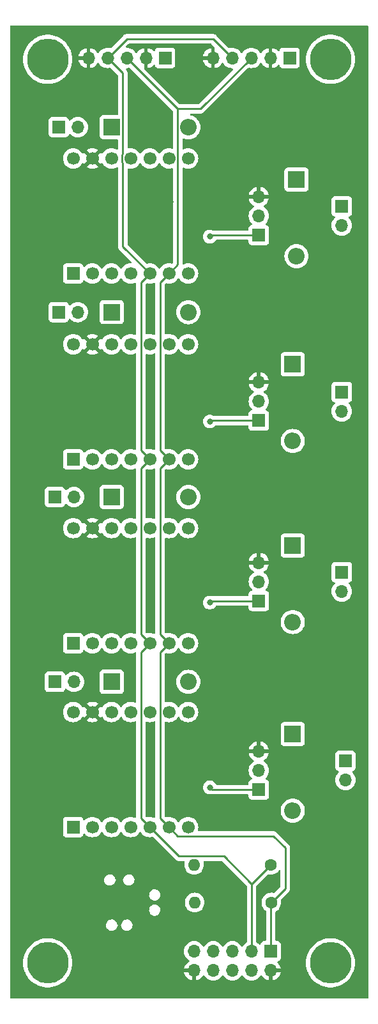
<source format=gbr>
%TF.GenerationSoftware,KiCad,Pcbnew,7.0.9*%
%TF.CreationDate,2025-03-02T20:13:22-05:00*%
%TF.ProjectId,Module_Relay_PCB,4d6f6475-6c65-45f5-9265-6c61795f5043,rev?*%
%TF.SameCoordinates,Original*%
%TF.FileFunction,Copper,L2,Bot*%
%TF.FilePolarity,Positive*%
%FSLAX46Y46*%
G04 Gerber Fmt 4.6, Leading zero omitted, Abs format (unit mm)*
G04 Created by KiCad (PCBNEW 7.0.9) date 2025-03-02 20:13:22*
%MOMM*%
%LPD*%
G01*
G04 APERTURE LIST*
%TA.AperFunction,ComponentPad*%
%ADD10R,2.200000X2.200000*%
%TD*%
%TA.AperFunction,ComponentPad*%
%ADD11O,2.200000X2.200000*%
%TD*%
%TA.AperFunction,ComponentPad*%
%ADD12R,1.700000X1.700000*%
%TD*%
%TA.AperFunction,ComponentPad*%
%ADD13C,1.700000*%
%TD*%
%TA.AperFunction,ComponentPad*%
%ADD14O,1.700000X1.700000*%
%TD*%
%TA.AperFunction,ComponentPad*%
%ADD15C,1.600000*%
%TD*%
%TA.AperFunction,ComponentPad*%
%ADD16O,1.600000X1.600000*%
%TD*%
%TA.AperFunction,ComponentPad*%
%ADD17C,5.500000*%
%TD*%
%TA.AperFunction,ViaPad*%
%ADD18C,0.800000*%
%TD*%
%TA.AperFunction,Conductor*%
%ADD19C,0.250000*%
%TD*%
G04 APERTURE END LIST*
D10*
%TO.P,D4,1,K*%
%TO.N,5V*%
X130500000Y-89500000D03*
D11*
%TO.P,D4,2,A*%
%TO.N,Valve_02_-*%
X130500000Y-99660000D03*
%TD*%
D12*
%TO.P,U2,1,PA02_A0_D0*%
%TO.N,unconnected-(U2-PA02_A0_D0-Pad1)*%
X101380000Y-102080000D03*
D13*
%TO.P,U2,2,PA4_A1_D1*%
%TO.N,unconnected-(U2-PA4_A1_D1-Pad2)*%
X103920000Y-102080000D03*
%TO.P,U2,3,PA10_A2_D2*%
%TO.N,unconnected-(U2-PA10_A2_D2-Pad3)*%
X106460000Y-102080000D03*
%TO.P,U2,4,PA11_A3_D3*%
%TO.N,D3_02*%
X109000000Y-102080000D03*
%TO.P,U2,5,PA8_A4_D4_SDA*%
%TO.N,SDA*%
X111540000Y-102080000D03*
%TO.P,U2,6,PA9_A5_D5_SCL*%
%TO.N,SCL*%
X114080000Y-102080000D03*
%TO.P,U2,7,PB08_A6_D6_TX*%
%TO.N,unconnected-(U2-PB08_A6_D6_TX-Pad7)*%
X116620000Y-102080000D03*
%TO.P,U2,8,PB09_A7_D7_RX*%
%TO.N,unconnected-(U2-PB09_A7_D7_RX-Pad8)*%
X116620000Y-86830000D03*
%TO.P,U2,9,PA7_A8_D8_SCK*%
%TO.N,unconnected-(U2-PA7_A8_D8_SCK-Pad9)*%
X114080000Y-86830000D03*
%TO.P,U2,10,PA5_A9_D9_MISO*%
%TO.N,unconnected-(U2-PA5_A9_D9_MISO-Pad10)*%
X111540000Y-86830000D03*
%TO.P,U2,11,PA6_A10_D10_MOSI*%
%TO.N,unconnected-(U2-PA6_A10_D10_MOSI-Pad11)*%
X109000000Y-86830000D03*
%TO.P,U2,12,3V3*%
%TO.N,unconnected-(U2-3V3-Pad12)*%
X106460000Y-86830000D03*
%TO.P,U2,13,GND*%
%TO.N,GND*%
X103920000Y-86830000D03*
%TO.P,U2,14,5V*%
%TO.N,Net-(J13-Pin_1)*%
X101380000Y-86830000D03*
%TD*%
D12*
%TO.P,J5,1,Pin_1*%
%TO.N,5V*%
X137000000Y-93180000D03*
D14*
%TO.P,J5,2,Pin_2*%
%TO.N,Valve_02_-*%
X137000000Y-95720000D03*
%TD*%
D12*
%TO.P,U1,1,PA02_A0_D0*%
%TO.N,unconnected-(U1-PA02_A0_D0-Pad1)*%
X101380000Y-77455000D03*
D13*
%TO.P,U1,2,PA4_A1_D1*%
%TO.N,unconnected-(U1-PA4_A1_D1-Pad2)*%
X103920000Y-77455000D03*
%TO.P,U1,3,PA10_A2_D2*%
%TO.N,unconnected-(U1-PA10_A2_D2-Pad3)*%
X106460000Y-77455000D03*
%TO.P,U1,4,PA11_A3_D3*%
%TO.N,D3_01*%
X109000000Y-77455000D03*
%TO.P,U1,5,PA8_A4_D4_SDA*%
%TO.N,SDA*%
X111540000Y-77455000D03*
%TO.P,U1,6,PA9_A5_D5_SCL*%
%TO.N,SCL*%
X114080000Y-77455000D03*
%TO.P,U1,7,PB08_A6_D6_TX*%
%TO.N,unconnected-(U1-PB08_A6_D6_TX-Pad7)*%
X116620000Y-77455000D03*
%TO.P,U1,8,PB09_A7_D7_RX*%
%TO.N,unconnected-(U1-PB09_A7_D7_RX-Pad8)*%
X116620000Y-62205000D03*
%TO.P,U1,9,PA7_A8_D8_SCK*%
%TO.N,unconnected-(U1-PA7_A8_D8_SCK-Pad9)*%
X114080000Y-62205000D03*
%TO.P,U1,10,PA5_A9_D9_MISO*%
%TO.N,unconnected-(U1-PA5_A9_D9_MISO-Pad10)*%
X111540000Y-62205000D03*
%TO.P,U1,11,PA6_A10_D10_MOSI*%
%TO.N,unconnected-(U1-PA6_A10_D10_MOSI-Pad11)*%
X109000000Y-62205000D03*
%TO.P,U1,12,3V3*%
%TO.N,unconnected-(U1-3V3-Pad12)*%
X106460000Y-62205000D03*
%TO.P,U1,13,GND*%
%TO.N,GND*%
X103920000Y-62205000D03*
%TO.P,U1,14,5V*%
%TO.N,Net-(J15-Pin_1)*%
X101380000Y-62205000D03*
%TD*%
D12*
%TO.P,J10,1,Pin_1*%
%TO.N,Net-(J10-Pin_1)*%
X98960000Y-131580000D03*
D14*
%TO.P,J10,2,Pin_2*%
%TO.N,Net-(D7-K)*%
X101500000Y-131580000D03*
%TD*%
D12*
%TO.P,J3,1,Pin_1*%
%TO.N,D3_01*%
X126000000Y-72370000D03*
D14*
%TO.P,J3,2,Pin_2*%
%TO.N,Valve_01_-*%
X126000000Y-69830000D03*
%TO.P,J3,3,Pin_3*%
%TO.N,GND*%
X126000000Y-67290000D03*
%TD*%
D12*
%TO.P,J16,1,Pin_1*%
%TO.N,5V*%
X130080000Y-48895000D03*
D14*
%TO.P,J16,2,Pin_2*%
%TO.N,GND*%
X127540000Y-48895000D03*
%TO.P,J16,3,Pin_3*%
%TO.N,SCL*%
X125000000Y-48895000D03*
%TO.P,J16,4,Pin_4*%
%TO.N,SDA*%
X122460000Y-48895000D03*
%TO.P,J16,5,Pin_5*%
%TO.N,GND*%
X119920000Y-48895000D03*
%TD*%
D12*
%TO.P,J14,1,Pin_1*%
%TO.N,Net-(J14-Pin_1)*%
X98960000Y-107080000D03*
D14*
%TO.P,J14,2,Pin_2*%
%TO.N,Net-(D5-K)*%
X101500000Y-107080000D03*
%TD*%
D15*
%TO.P,R2,1*%
%TO.N,SCL*%
X127660000Y-160830000D03*
D16*
%TO.P,R2,2*%
%TO.N,5V*%
X117500000Y-160830000D03*
%TD*%
D10*
%TO.P,D7,1,K*%
%TO.N,Net-(D7-K)*%
X106500000Y-131580000D03*
D11*
%TO.P,D7,2,A*%
%TO.N,5V*%
X116660000Y-131580000D03*
%TD*%
D17*
%TO.P,H4,1*%
%TO.N,N/C*%
X135500000Y-168830000D03*
%TD*%
D12*
%TO.P,J2,1,Pin_1*%
%TO.N,5V*%
X137000000Y-68555000D03*
D14*
%TO.P,J2,2,Pin_2*%
%TO.N,Valve_01_-*%
X137000000Y-71095000D03*
%TD*%
D10*
%TO.P,D6,1,K*%
%TO.N,5V*%
X130500000Y-113500000D03*
D11*
%TO.P,D6,2,A*%
%TO.N,Valve_03_-*%
X130500000Y-123660000D03*
%TD*%
D10*
%TO.P,D8,1,K*%
%TO.N,5V*%
X130500000Y-138500000D03*
D11*
%TO.P,D8,2,A*%
%TO.N,Valve_04_-*%
X130500000Y-148660000D03*
%TD*%
D12*
%TO.P,J9,1,Pin_1*%
%TO.N,5V*%
X137500000Y-142055000D03*
D14*
%TO.P,J9,2,Pin_2*%
%TO.N,Valve_04_-*%
X137500000Y-144595000D03*
%TD*%
D12*
%TO.P,J11,1,Pin_1*%
%TO.N,SCL*%
X127580000Y-167290000D03*
D14*
%TO.P,J11,2,Pin_2*%
%TO.N,GND*%
X127580000Y-169830000D03*
%TO.P,J11,3,Pin_3*%
%TO.N,SDA*%
X125040000Y-167290000D03*
%TO.P,J11,4,Pin_4*%
%TO.N,unconnected-(J11-Pin_4-Pad4)*%
X125040000Y-169830000D03*
%TO.P,J11,5,Pin_5*%
%TO.N,unconnected-(J11-Pin_5-Pad5)*%
X122500000Y-167290000D03*
%TO.P,J11,6,Pin_6*%
%TO.N,unconnected-(J11-Pin_6-Pad6)*%
X122500000Y-169830000D03*
%TO.P,J11,7,Pin_7*%
%TO.N,unconnected-(J11-Pin_7-Pad7)*%
X119960000Y-167290000D03*
%TO.P,J11,8,Pin_8*%
%TO.N,unconnected-(J11-Pin_8-Pad8)*%
X119960000Y-169830000D03*
%TO.P,J11,9,Pin_9*%
%TO.N,unconnected-(J11-Pin_9-Pad9)*%
X117420000Y-167290000D03*
%TO.P,J11,10,Pin_10*%
%TO.N,GND*%
X117420000Y-169830000D03*
%TD*%
D12*
%TO.P,J15,1,Pin_1*%
%TO.N,Net-(J15-Pin_1)*%
X99460000Y-58080000D03*
D14*
%TO.P,J15,2,Pin_2*%
%TO.N,Net-(D1-K)*%
X102000000Y-58080000D03*
%TD*%
D12*
%TO.P,J13,1,Pin_1*%
%TO.N,Net-(J13-Pin_1)*%
X99460000Y-82580000D03*
D14*
%TO.P,J13,2,Pin_2*%
%TO.N,Net-(D3-K)*%
X102000000Y-82580000D03*
%TD*%
D12*
%TO.P,J4,1,Pin_1*%
%TO.N,D3_02*%
X126000000Y-96955000D03*
D14*
%TO.P,J4,2,Pin_2*%
%TO.N,Valve_02_-*%
X126000000Y-94415000D03*
%TO.P,J4,3,Pin_3*%
%TO.N,GND*%
X126000000Y-91875000D03*
%TD*%
D17*
%TO.P,H3,1*%
%TO.N,N/C*%
X98000000Y-168830000D03*
%TD*%
D12*
%TO.P,U4,1,PA02_A0_D0*%
%TO.N,unconnected-(U4-PA02_A0_D0-Pad1)*%
X101380000Y-150830000D03*
D13*
%TO.P,U4,2,PA4_A1_D1*%
%TO.N,unconnected-(U4-PA4_A1_D1-Pad2)*%
X103920000Y-150830000D03*
%TO.P,U4,3,PA10_A2_D2*%
%TO.N,unconnected-(U4-PA10_A2_D2-Pad3)*%
X106460000Y-150830000D03*
%TO.P,U4,4,PA11_A3_D3*%
%TO.N,D3_04*%
X109000000Y-150830000D03*
%TO.P,U4,5,PA8_A4_D4_SDA*%
%TO.N,SDA*%
X111540000Y-150830000D03*
%TO.P,U4,6,PA9_A5_D5_SCL*%
%TO.N,SCL*%
X114080000Y-150830000D03*
%TO.P,U4,7,PB08_A6_D6_TX*%
%TO.N,unconnected-(U4-PB08_A6_D6_TX-Pad7)*%
X116620000Y-150830000D03*
%TO.P,U4,8,PB09_A7_D7_RX*%
%TO.N,unconnected-(U4-PB09_A7_D7_RX-Pad8)*%
X116620000Y-135580000D03*
%TO.P,U4,9,PA7_A8_D8_SCK*%
%TO.N,unconnected-(U4-PA7_A8_D8_SCK-Pad9)*%
X114080000Y-135580000D03*
%TO.P,U4,10,PA5_A9_D9_MISO*%
%TO.N,unconnected-(U4-PA5_A9_D9_MISO-Pad10)*%
X111540000Y-135580000D03*
%TO.P,U4,11,PA6_A10_D10_MOSI*%
%TO.N,unconnected-(U4-PA6_A10_D10_MOSI-Pad11)*%
X109000000Y-135580000D03*
%TO.P,U4,12,3V3*%
%TO.N,unconnected-(U4-3V3-Pad12)*%
X106460000Y-135580000D03*
%TO.P,U4,13,GND*%
%TO.N,GND*%
X103920000Y-135580000D03*
%TO.P,U4,14,5V*%
%TO.N,Net-(J10-Pin_1)*%
X101380000Y-135580000D03*
%TD*%
D10*
%TO.P,D3,1,K*%
%TO.N,Net-(D3-K)*%
X106500000Y-82580000D03*
D11*
%TO.P,D3,2,A*%
%TO.N,5V*%
X116660000Y-82580000D03*
%TD*%
D15*
%TO.P,R1,1*%
%TO.N,SDA*%
X127580000Y-155830000D03*
D16*
%TO.P,R1,2*%
%TO.N,5V*%
X117420000Y-155830000D03*
%TD*%
D12*
%TO.P,J7,1,Pin_1*%
%TO.N,5V*%
X137000000Y-117055000D03*
D14*
%TO.P,J7,2,Pin_2*%
%TO.N,Valve_03_-*%
X137000000Y-119595000D03*
%TD*%
D12*
%TO.P,U3,1,PA02_A0_D0*%
%TO.N,unconnected-(U3-PA02_A0_D0-Pad1)*%
X101380000Y-126455000D03*
D13*
%TO.P,U3,2,PA4_A1_D1*%
%TO.N,unconnected-(U3-PA4_A1_D1-Pad2)*%
X103920000Y-126455000D03*
%TO.P,U3,3,PA10_A2_D2*%
%TO.N,unconnected-(U3-PA10_A2_D2-Pad3)*%
X106460000Y-126455000D03*
%TO.P,U3,4,PA11_A3_D3*%
%TO.N,D3_03*%
X109000000Y-126455000D03*
%TO.P,U3,5,PA8_A4_D4_SDA*%
%TO.N,SDA*%
X111540000Y-126455000D03*
%TO.P,U3,6,PA9_A5_D5_SCL*%
%TO.N,SCL*%
X114080000Y-126455000D03*
%TO.P,U3,7,PB08_A6_D6_TX*%
%TO.N,unconnected-(U3-PB08_A6_D6_TX-Pad7)*%
X116620000Y-126455000D03*
%TO.P,U3,8,PB09_A7_D7_RX*%
%TO.N,unconnected-(U3-PB09_A7_D7_RX-Pad8)*%
X116620000Y-111205000D03*
%TO.P,U3,9,PA7_A8_D8_SCK*%
%TO.N,unconnected-(U3-PA7_A8_D8_SCK-Pad9)*%
X114080000Y-111205000D03*
%TO.P,U3,10,PA5_A9_D9_MISO*%
%TO.N,unconnected-(U3-PA5_A9_D9_MISO-Pad10)*%
X111540000Y-111205000D03*
%TO.P,U3,11,PA6_A10_D10_MOSI*%
%TO.N,unconnected-(U3-PA6_A10_D10_MOSI-Pad11)*%
X109000000Y-111205000D03*
%TO.P,U3,12,3V3*%
%TO.N,unconnected-(U3-3V3-Pad12)*%
X106460000Y-111205000D03*
%TO.P,U3,13,GND*%
%TO.N,GND*%
X103920000Y-111205000D03*
%TO.P,U3,14,5V*%
%TO.N,Net-(J14-Pin_1)*%
X101380000Y-111205000D03*
%TD*%
D17*
%TO.P,H2,1*%
%TO.N,N/C*%
X135500000Y-49080000D03*
%TD*%
D10*
%TO.P,D1,1,K*%
%TO.N,Net-(D1-K)*%
X106500000Y-58080000D03*
D11*
%TO.P,D1,2,A*%
%TO.N,5V*%
X116660000Y-58080000D03*
%TD*%
D17*
%TO.P,H1,1*%
%TO.N,N/C*%
X98000000Y-49080000D03*
%TD*%
D12*
%TO.P,J12,1,Pin_1*%
%TO.N,5V*%
X113570000Y-48895000D03*
D14*
%TO.P,J12,2,Pin_2*%
%TO.N,GND*%
X111030000Y-48895000D03*
%TO.P,J12,3,Pin_3*%
%TO.N,SCL*%
X108490000Y-48895000D03*
%TO.P,J12,4,Pin_4*%
%TO.N,SDA*%
X105950000Y-48895000D03*
%TO.P,J12,5,Pin_5*%
%TO.N,GND*%
X103410000Y-48895000D03*
%TD*%
D12*
%TO.P,J8,1,Pin_1*%
%TO.N,D3_04*%
X126000000Y-145870000D03*
D14*
%TO.P,J8,2,Pin_2*%
%TO.N,Valve_04_-*%
X126000000Y-143330000D03*
%TO.P,J8,3,Pin_3*%
%TO.N,GND*%
X126000000Y-140790000D03*
%TD*%
D10*
%TO.P,D5,1,K*%
%TO.N,Net-(D5-K)*%
X106500000Y-107080000D03*
D11*
%TO.P,D5,2,A*%
%TO.N,5V*%
X116660000Y-107080000D03*
%TD*%
D10*
%TO.P,D2,1,K*%
%TO.N,5V*%
X131000000Y-65000000D03*
D11*
%TO.P,D2,2,A*%
%TO.N,Valve_01_-*%
X131000000Y-75160000D03*
%TD*%
D12*
%TO.P,J6,1,Pin_1*%
%TO.N,D3_03*%
X126000000Y-120855000D03*
D14*
%TO.P,J6,2,Pin_2*%
%TO.N,Valve_03_-*%
X126000000Y-118315000D03*
%TO.P,J6,3,Pin_3*%
%TO.N,GND*%
X126000000Y-115775000D03*
%TD*%
D18*
%TO.N,GND*%
X116840000Y-99060000D03*
X116840000Y-148590000D03*
X116840000Y-123825000D03*
X111760000Y-115570000D03*
X113665000Y-57785000D03*
X111760000Y-91440000D03*
X114300000Y-67945000D03*
X111760000Y-83185000D03*
X111760000Y-107315000D03*
X116840000Y-74295000D03*
X111760000Y-139700000D03*
X126365000Y-164465000D03*
%TO.N,D3_01*%
X119500000Y-72580000D03*
%TO.N,D3_02*%
X119500000Y-97080000D03*
%TO.N,D3_03*%
X119500000Y-121080000D03*
%TO.N,D3_04*%
X119500000Y-145580000D03*
%TD*%
D19*
%TO.N,D3_01*%
X119710000Y-72370000D02*
X126000000Y-72370000D01*
X119500000Y-72580000D02*
X119710000Y-72370000D01*
%TO.N,D3_02*%
X119625000Y-96955000D02*
X126000000Y-96955000D01*
X119500000Y-97080000D02*
X119625000Y-96955000D01*
%TO.N,D3_03*%
X119500000Y-121080000D02*
X119725000Y-120855000D01*
X119725000Y-120855000D02*
X126000000Y-120855000D01*
%TO.N,D3_04*%
X119500000Y-145580000D02*
X119790000Y-145870000D01*
X119790000Y-145870000D02*
X126000000Y-145870000D01*
%TO.N,SCL*%
X129500000Y-158990000D02*
X129500000Y-153580000D01*
X115255000Y-76280000D02*
X115255000Y-58690255D01*
X112905000Y-125280000D02*
X112905000Y-103255000D01*
X114080000Y-150830000D02*
X112905000Y-149655000D01*
X112905000Y-127630000D02*
X114080000Y-126455000D01*
X112905000Y-149655000D02*
X112905000Y-127630000D01*
X125000000Y-48895000D02*
X118255000Y-55640000D01*
X112905000Y-78630000D02*
X114080000Y-77455000D01*
X127660000Y-160830000D02*
X129500000Y-158990000D01*
X127580000Y-167290000D02*
X127580000Y-160910000D01*
X127580000Y-160910000D02*
X127660000Y-160830000D01*
X115255000Y-152005000D02*
X114080000Y-150830000D01*
X114080000Y-126455000D02*
X112905000Y-125280000D01*
X127925000Y-152005000D02*
X115255000Y-152005000D01*
X115255000Y-58690255D02*
X115235000Y-58670255D01*
X114080000Y-77455000D02*
X115255000Y-76280000D01*
X115235000Y-58670255D02*
X115235000Y-55640000D01*
X118255000Y-55640000D02*
X115235000Y-55640000D01*
X112905000Y-100905000D02*
X112905000Y-78630000D01*
X115235000Y-55640000D02*
X108490000Y-48895000D01*
X129500000Y-153580000D02*
X127925000Y-152005000D01*
X112905000Y-103255000D02*
X114080000Y-102080000D01*
X114080000Y-102080000D02*
X112905000Y-100905000D01*
%TO.N,SDA*%
X111540000Y-77455000D02*
X110365000Y-78630000D01*
X110365000Y-127630000D02*
X110365000Y-149655000D01*
X110365000Y-100905000D02*
X111540000Y-102080000D01*
X105950000Y-48895000D02*
X108490000Y-46355000D01*
X111540000Y-126455000D02*
X110365000Y-127630000D01*
X107950000Y-61593299D02*
X107950000Y-50895000D01*
X110365000Y-103255000D02*
X110365000Y-125280000D01*
X110365000Y-125280000D02*
X111540000Y-126455000D01*
X107950000Y-62816701D02*
X107825000Y-62691701D01*
X111540000Y-77455000D02*
X107950000Y-73865000D01*
X107825000Y-61718299D02*
X107950000Y-61593299D01*
X107950000Y-50895000D02*
X105950000Y-48895000D01*
X125040000Y-158370000D02*
X127580000Y-155830000D01*
X111540000Y-102080000D02*
X110365000Y-103255000D01*
X110365000Y-149655000D02*
X111540000Y-150830000D01*
X115415000Y-154705000D02*
X121375000Y-154705000D01*
X110365000Y-78630000D02*
X110365000Y-100905000D01*
X121375000Y-154705000D02*
X125040000Y-158370000D01*
X111540000Y-150830000D02*
X115415000Y-154705000D01*
X107950000Y-73865000D02*
X107950000Y-62816701D01*
X107825000Y-62691701D02*
X107825000Y-61718299D01*
X108490000Y-46355000D02*
X119920000Y-46355000D01*
X119920000Y-46355000D02*
X122460000Y-48895000D01*
X125040000Y-167290000D02*
X125040000Y-158370000D01*
%TD*%
%TA.AperFunction,Conductor*%
%TO.N,GND*%
G36*
X128835354Y-156551473D02*
G01*
X128870769Y-156611703D01*
X128874500Y-156641893D01*
X128874500Y-158679546D01*
X128854815Y-158746585D01*
X128838181Y-158767227D01*
X128074821Y-159530586D01*
X128013498Y-159564071D01*
X127955048Y-159562680D01*
X127886697Y-159544366D01*
X127886693Y-159544365D01*
X127886692Y-159544365D01*
X127773346Y-159534448D01*
X127660001Y-159524532D01*
X127659998Y-159524532D01*
X127433313Y-159544364D01*
X127433302Y-159544366D01*
X127213511Y-159603258D01*
X127213502Y-159603261D01*
X127007267Y-159699431D01*
X127007265Y-159699432D01*
X126820858Y-159829954D01*
X126659954Y-159990858D01*
X126529432Y-160177265D01*
X126529431Y-160177267D01*
X126433261Y-160383502D01*
X126433258Y-160383511D01*
X126374366Y-160603302D01*
X126374364Y-160603313D01*
X126354532Y-160829998D01*
X126354532Y-160830001D01*
X126374364Y-161056686D01*
X126374366Y-161056697D01*
X126433258Y-161276488D01*
X126433261Y-161276497D01*
X126529431Y-161482732D01*
X126529432Y-161482734D01*
X126659954Y-161669141D01*
X126820857Y-161830044D01*
X126820860Y-161830046D01*
X126820861Y-161830047D01*
X126901623Y-161886596D01*
X126945248Y-161941172D01*
X126954500Y-161988171D01*
X126954500Y-165815500D01*
X126934815Y-165882539D01*
X126882011Y-165928294D01*
X126830501Y-165939500D01*
X126682130Y-165939500D01*
X126682123Y-165939501D01*
X126622516Y-165945908D01*
X126487671Y-165996202D01*
X126487664Y-165996206D01*
X126372455Y-166082452D01*
X126372452Y-166082455D01*
X126286206Y-166197664D01*
X126286203Y-166197669D01*
X126237189Y-166329083D01*
X126195317Y-166385016D01*
X126129853Y-166409433D01*
X126061580Y-166394581D01*
X126033326Y-166373430D01*
X125911402Y-166251506D01*
X125911401Y-166251505D01*
X125778093Y-166158161D01*
X125718376Y-166116347D01*
X125674751Y-166061770D01*
X125665500Y-166014772D01*
X125665500Y-158680452D01*
X125685185Y-158613413D01*
X125701819Y-158592771D01*
X126410631Y-157883959D01*
X127165179Y-157129410D01*
X127226500Y-157095927D01*
X127284947Y-157097317D01*
X127353308Y-157115635D01*
X127510780Y-157129412D01*
X127579998Y-157135468D01*
X127580000Y-157135468D01*
X127580002Y-157135468D01*
X127649220Y-157129412D01*
X127806692Y-157115635D01*
X128026496Y-157056739D01*
X128232734Y-156960568D01*
X128419139Y-156830047D01*
X128580047Y-156669139D01*
X128648925Y-156570769D01*
X128703501Y-156527145D01*
X128773000Y-156519951D01*
X128835354Y-156551473D01*
G37*
%TD.AperFunction*%
%TA.AperFunction,Conductor*%
G36*
X112235956Y-136825563D02*
G01*
X112274196Y-136884040D01*
X112279500Y-136919918D01*
X112279500Y-149490081D01*
X112259815Y-149557120D01*
X112207011Y-149602875D01*
X112137853Y-149612819D01*
X112103095Y-149602463D01*
X112067672Y-149585945D01*
X112003663Y-149556097D01*
X112003659Y-149556096D01*
X112003655Y-149556094D01*
X111775413Y-149494938D01*
X111775403Y-149494936D01*
X111540001Y-149474341D01*
X111539999Y-149474341D01*
X111304590Y-149494937D01*
X111304589Y-149494937D01*
X111204124Y-149521855D01*
X111134274Y-149520191D01*
X111084352Y-149489761D01*
X111026819Y-149432228D01*
X110993334Y-149370905D01*
X110990500Y-149344547D01*
X110990500Y-136992503D01*
X111010185Y-136925464D01*
X111062989Y-136879709D01*
X111132147Y-136869765D01*
X111146593Y-136872728D01*
X111172647Y-136879709D01*
X111304592Y-136915063D01*
X111492918Y-136931539D01*
X111539999Y-136935659D01*
X111540000Y-136935659D01*
X111540001Y-136935659D01*
X111579234Y-136932226D01*
X111775408Y-136915063D01*
X112003663Y-136853903D01*
X112103098Y-136807535D01*
X112172172Y-136797044D01*
X112235956Y-136825563D01*
G37*
%TD.AperFunction*%
%TA.AperFunction,Conductor*%
G36*
X112235956Y-112450563D02*
G01*
X112274196Y-112509040D01*
X112279500Y-112544918D01*
X112279500Y-125115081D01*
X112259815Y-125182120D01*
X112207011Y-125227875D01*
X112137853Y-125237819D01*
X112103095Y-125227463D01*
X112067672Y-125210945D01*
X112003663Y-125181097D01*
X112003659Y-125181096D01*
X112003655Y-125181094D01*
X111775413Y-125119938D01*
X111775403Y-125119936D01*
X111540001Y-125099341D01*
X111539999Y-125099341D01*
X111304590Y-125119937D01*
X111304589Y-125119937D01*
X111204124Y-125146855D01*
X111134274Y-125145191D01*
X111084352Y-125114761D01*
X111026819Y-125057228D01*
X110993334Y-124995905D01*
X110990500Y-124969547D01*
X110990500Y-112617503D01*
X111010185Y-112550464D01*
X111062989Y-112504709D01*
X111132147Y-112494765D01*
X111146593Y-112497728D01*
X111172647Y-112504709D01*
X111304592Y-112540063D01*
X111492918Y-112556539D01*
X111539999Y-112560659D01*
X111540000Y-112560659D01*
X111540001Y-112560659D01*
X111579234Y-112557226D01*
X111775408Y-112540063D01*
X112003663Y-112478903D01*
X112103098Y-112432535D01*
X112172172Y-112422044D01*
X112235956Y-112450563D01*
G37*
%TD.AperFunction*%
%TA.AperFunction,Conductor*%
G36*
X112235956Y-103325563D02*
G01*
X112274196Y-103384040D01*
X112279500Y-103419918D01*
X112279500Y-109865081D01*
X112259815Y-109932120D01*
X112207011Y-109977875D01*
X112137853Y-109987819D01*
X112103095Y-109977463D01*
X112089499Y-109971123D01*
X112003663Y-109931097D01*
X112003659Y-109931096D01*
X112003655Y-109931094D01*
X111775413Y-109869938D01*
X111775403Y-109869936D01*
X111540001Y-109849341D01*
X111539999Y-109849341D01*
X111304596Y-109869936D01*
X111304583Y-109869939D01*
X111146592Y-109912271D01*
X111076742Y-109910608D01*
X111018880Y-109871445D01*
X110991377Y-109807216D01*
X110990500Y-109792496D01*
X110990500Y-103565452D01*
X111010185Y-103498413D01*
X111026818Y-103477772D01*
X111084351Y-103420238D01*
X111145674Y-103386752D01*
X111204125Y-103388142D01*
X111304592Y-103415063D01*
X111481034Y-103430500D01*
X111539999Y-103435659D01*
X111540000Y-103435659D01*
X111540001Y-103435659D01*
X111598966Y-103430500D01*
X111775408Y-103415063D01*
X112003663Y-103353903D01*
X112103098Y-103307535D01*
X112172172Y-103297044D01*
X112235956Y-103325563D01*
G37*
%TD.AperFunction*%
%TA.AperFunction,Conductor*%
G36*
X112235956Y-88075563D02*
G01*
X112274196Y-88134040D01*
X112279500Y-88169918D01*
X112279500Y-100740081D01*
X112259815Y-100807120D01*
X112207011Y-100852875D01*
X112137853Y-100862819D01*
X112103095Y-100852463D01*
X112067672Y-100835945D01*
X112003663Y-100806097D01*
X112003659Y-100806096D01*
X112003655Y-100806094D01*
X111775413Y-100744938D01*
X111775403Y-100744936D01*
X111540001Y-100724341D01*
X111539999Y-100724341D01*
X111304590Y-100744937D01*
X111304589Y-100744937D01*
X111204124Y-100771855D01*
X111134274Y-100770191D01*
X111084352Y-100739761D01*
X111026819Y-100682228D01*
X110993334Y-100620905D01*
X110990500Y-100594547D01*
X110990500Y-88242503D01*
X111010185Y-88175464D01*
X111062989Y-88129709D01*
X111132147Y-88119765D01*
X111146593Y-88122728D01*
X111172647Y-88129709D01*
X111304592Y-88165063D01*
X111492918Y-88181539D01*
X111539999Y-88185659D01*
X111540000Y-88185659D01*
X111540001Y-88185659D01*
X111579234Y-88182226D01*
X111775408Y-88165063D01*
X112003663Y-88103903D01*
X112103098Y-88057535D01*
X112172172Y-88047044D01*
X112235956Y-88075563D01*
G37*
%TD.AperFunction*%
%TA.AperFunction,Conductor*%
G36*
X112235956Y-78700563D02*
G01*
X112274196Y-78759040D01*
X112279500Y-78794918D01*
X112279500Y-85490081D01*
X112259815Y-85557120D01*
X112207011Y-85602875D01*
X112137853Y-85612819D01*
X112103095Y-85602463D01*
X112089499Y-85596123D01*
X112003663Y-85556097D01*
X112003659Y-85556096D01*
X112003655Y-85556094D01*
X111775413Y-85494938D01*
X111775403Y-85494936D01*
X111540001Y-85474341D01*
X111539999Y-85474341D01*
X111304596Y-85494936D01*
X111304583Y-85494939D01*
X111146592Y-85537271D01*
X111076742Y-85535608D01*
X111018880Y-85496445D01*
X110991377Y-85432216D01*
X110990500Y-85417496D01*
X110990500Y-78940452D01*
X111010185Y-78873413D01*
X111026818Y-78852772D01*
X111084351Y-78795238D01*
X111145674Y-78761752D01*
X111204125Y-78763142D01*
X111304592Y-78790063D01*
X111481034Y-78805500D01*
X111539999Y-78810659D01*
X111540000Y-78810659D01*
X111540001Y-78810659D01*
X111598966Y-78805500D01*
X111775408Y-78790063D01*
X112003663Y-78728903D01*
X112103098Y-78682535D01*
X112172172Y-78672044D01*
X112235956Y-78700563D01*
G37*
%TD.AperFunction*%
%TA.AperFunction,Conductor*%
G36*
X112894855Y-62871546D02*
G01*
X112911575Y-62890842D01*
X113041500Y-63076395D01*
X113041505Y-63076401D01*
X113208599Y-63243495D01*
X113215500Y-63248327D01*
X113402165Y-63379032D01*
X113402167Y-63379033D01*
X113402170Y-63379035D01*
X113616337Y-63478903D01*
X113844592Y-63540063D01*
X114032918Y-63556539D01*
X114079999Y-63560659D01*
X114080000Y-63560659D01*
X114080001Y-63560659D01*
X114119234Y-63557226D01*
X114315408Y-63540063D01*
X114467200Y-63499391D01*
X114473407Y-63497728D01*
X114543257Y-63499391D01*
X114601119Y-63538554D01*
X114628623Y-63602782D01*
X114629500Y-63617503D01*
X114629500Y-75969547D01*
X114609815Y-76036586D01*
X114593180Y-76057229D01*
X114535645Y-76114763D01*
X114474322Y-76148247D01*
X114415872Y-76146856D01*
X114315413Y-76119938D01*
X114315403Y-76119936D01*
X114080001Y-76099341D01*
X114079999Y-76099341D01*
X113844596Y-76119936D01*
X113844586Y-76119938D01*
X113616344Y-76181094D01*
X113616335Y-76181098D01*
X113402171Y-76280964D01*
X113402169Y-76280965D01*
X113208597Y-76416505D01*
X113041505Y-76583597D01*
X112911575Y-76769158D01*
X112856998Y-76812783D01*
X112787500Y-76819977D01*
X112725145Y-76788454D01*
X112708425Y-76769158D01*
X112578494Y-76583597D01*
X112411402Y-76416506D01*
X112411395Y-76416501D01*
X112217834Y-76280967D01*
X112217830Y-76280965D01*
X112217828Y-76280964D01*
X112003663Y-76181097D01*
X112003659Y-76181096D01*
X112003655Y-76181094D01*
X111775413Y-76119938D01*
X111775403Y-76119936D01*
X111540001Y-76099341D01*
X111539999Y-76099341D01*
X111304596Y-76119936D01*
X111304586Y-76119938D01*
X111204126Y-76146856D01*
X111134276Y-76145193D01*
X111084352Y-76114762D01*
X108611819Y-73642228D01*
X108578334Y-73580905D01*
X108575500Y-73554547D01*
X108575500Y-63650995D01*
X108595185Y-63583956D01*
X108647989Y-63538201D01*
X108717147Y-63528257D01*
X108731583Y-63531218D01*
X108764592Y-63540063D01*
X108952918Y-63556539D01*
X108999999Y-63560659D01*
X109000000Y-63560659D01*
X109000001Y-63560659D01*
X109039234Y-63557226D01*
X109235408Y-63540063D01*
X109463663Y-63478903D01*
X109677830Y-63379035D01*
X109871401Y-63243495D01*
X110038495Y-63076401D01*
X110168425Y-62890842D01*
X110223002Y-62847217D01*
X110292500Y-62840023D01*
X110354855Y-62871546D01*
X110371575Y-62890842D01*
X110501500Y-63076395D01*
X110501505Y-63076401D01*
X110668599Y-63243495D01*
X110675500Y-63248327D01*
X110862165Y-63379032D01*
X110862167Y-63379033D01*
X110862170Y-63379035D01*
X111076337Y-63478903D01*
X111304592Y-63540063D01*
X111492918Y-63556539D01*
X111539999Y-63560659D01*
X111540000Y-63560659D01*
X111540001Y-63560659D01*
X111579234Y-63557226D01*
X111775408Y-63540063D01*
X112003663Y-63478903D01*
X112217830Y-63379035D01*
X112411401Y-63243495D01*
X112578495Y-63076401D01*
X112708425Y-62890842D01*
X112763002Y-62847217D01*
X112832500Y-62840023D01*
X112894855Y-62871546D01*
G37*
%TD.AperFunction*%
%TA.AperFunction,Conductor*%
G36*
X108895722Y-50204806D02*
G01*
X108945647Y-50235237D01*
X114573181Y-55862771D01*
X114606666Y-55924094D01*
X114609500Y-55950452D01*
X114609500Y-58587510D01*
X114607775Y-58603127D01*
X114608061Y-58603154D01*
X114607326Y-58610920D01*
X114609500Y-58680069D01*
X114609500Y-58709598D01*
X114609501Y-58709615D01*
X114610368Y-58716486D01*
X114610826Y-58722305D01*
X114612290Y-58768883D01*
X114612291Y-58768884D01*
X114617879Y-58788118D01*
X114621825Y-58807170D01*
X114624336Y-58827048D01*
X114625606Y-58831994D01*
X114629500Y-58862825D01*
X114629500Y-60792496D01*
X114609815Y-60859535D01*
X114557011Y-60905290D01*
X114487853Y-60915234D01*
X114473408Y-60912271D01*
X114315416Y-60869939D01*
X114315412Y-60869938D01*
X114315408Y-60869937D01*
X114315406Y-60869936D01*
X114315403Y-60869936D01*
X114080001Y-60849341D01*
X114079999Y-60849341D01*
X113844596Y-60869936D01*
X113844586Y-60869938D01*
X113616344Y-60931094D01*
X113616335Y-60931098D01*
X113402171Y-61030964D01*
X113402169Y-61030965D01*
X113208597Y-61166505D01*
X113041505Y-61333597D01*
X112911575Y-61519158D01*
X112856998Y-61562783D01*
X112787500Y-61569977D01*
X112725145Y-61538454D01*
X112708425Y-61519158D01*
X112578494Y-61333597D01*
X112411402Y-61166506D01*
X112411395Y-61166501D01*
X112217834Y-61030967D01*
X112217830Y-61030965D01*
X112217828Y-61030964D01*
X112003663Y-60931097D01*
X112003659Y-60931096D01*
X112003655Y-60931094D01*
X111775413Y-60869938D01*
X111775403Y-60869936D01*
X111540001Y-60849341D01*
X111539999Y-60849341D01*
X111304596Y-60869936D01*
X111304586Y-60869938D01*
X111076344Y-60931094D01*
X111076335Y-60931098D01*
X110862171Y-61030964D01*
X110862169Y-61030965D01*
X110668597Y-61166505D01*
X110501505Y-61333597D01*
X110371575Y-61519158D01*
X110316998Y-61562783D01*
X110247500Y-61569977D01*
X110185145Y-61538454D01*
X110168425Y-61519158D01*
X110038494Y-61333597D01*
X109871402Y-61166506D01*
X109871395Y-61166501D01*
X109677834Y-61030967D01*
X109677830Y-61030965D01*
X109677828Y-61030964D01*
X109463663Y-60931097D01*
X109463659Y-60931096D01*
X109463655Y-60931094D01*
X109235413Y-60869938D01*
X109235403Y-60869936D01*
X109000001Y-60849341D01*
X108999999Y-60849341D01*
X108764596Y-60869936D01*
X108764587Y-60869938D01*
X108731590Y-60878779D01*
X108661740Y-60877114D01*
X108603879Y-60837950D01*
X108576377Y-60773721D01*
X108575500Y-60759003D01*
X108575500Y-50977738D01*
X108577224Y-50962124D01*
X108576938Y-50962097D01*
X108577672Y-50954334D01*
X108575500Y-50885203D01*
X108575500Y-50855651D01*
X108575500Y-50855650D01*
X108574629Y-50848759D01*
X108574172Y-50842945D01*
X108572709Y-50796372D01*
X108567122Y-50777144D01*
X108563174Y-50758084D01*
X108560664Y-50738208D01*
X108543507Y-50694875D01*
X108541619Y-50689359D01*
X108528619Y-50644612D01*
X108518418Y-50627363D01*
X108509860Y-50609894D01*
X108502486Y-50591268D01*
X108502483Y-50591264D01*
X108502483Y-50591263D01*
X108475098Y-50553571D01*
X108471890Y-50548687D01*
X108448172Y-50508582D01*
X108448163Y-50508571D01*
X108434005Y-50494413D01*
X108421370Y-50479620D01*
X108409596Y-50463416D01*
X108409594Y-50463413D01*
X108409590Y-50463409D01*
X108405888Y-50459467D01*
X108374346Y-50397123D01*
X108381517Y-50327622D01*
X108425124Y-50273031D01*
X108485472Y-50251055D01*
X108489999Y-50250658D01*
X108490000Y-50250659D01*
X108725408Y-50230063D01*
X108825873Y-50203143D01*
X108895722Y-50204806D01*
G37*
%TD.AperFunction*%
%TA.AperFunction,Conductor*%
G36*
X119676587Y-47000185D02*
G01*
X119697229Y-47016819D01*
X120133681Y-47453271D01*
X120167166Y-47514594D01*
X120170000Y-47540952D01*
X120170000Y-48459498D01*
X120062315Y-48410320D01*
X119955763Y-48395000D01*
X119884237Y-48395000D01*
X119777685Y-48410320D01*
X119670000Y-48459498D01*
X119670000Y-47564364D01*
X119669999Y-47564364D01*
X119456513Y-47621567D01*
X119456507Y-47621570D01*
X119242422Y-47721399D01*
X119242420Y-47721400D01*
X119048926Y-47856886D01*
X119048920Y-47856891D01*
X118881891Y-48023920D01*
X118881886Y-48023926D01*
X118746400Y-48217420D01*
X118746399Y-48217422D01*
X118646570Y-48431507D01*
X118646567Y-48431513D01*
X118589364Y-48644999D01*
X118589364Y-48645000D01*
X119486314Y-48645000D01*
X119460507Y-48685156D01*
X119420000Y-48823111D01*
X119420000Y-48966889D01*
X119460507Y-49104844D01*
X119486314Y-49145000D01*
X118589364Y-49145000D01*
X118646567Y-49358486D01*
X118646570Y-49358492D01*
X118746399Y-49572578D01*
X118881894Y-49766082D01*
X119048917Y-49933105D01*
X119242421Y-50068600D01*
X119456507Y-50168429D01*
X119456516Y-50168433D01*
X119670000Y-50225634D01*
X119670000Y-49330501D01*
X119777685Y-49379680D01*
X119884237Y-49395000D01*
X119955763Y-49395000D01*
X120062315Y-49379680D01*
X120170000Y-49330501D01*
X120170000Y-50225634D01*
X120383483Y-50168433D01*
X120383492Y-50168429D01*
X120597578Y-50068600D01*
X120791082Y-49933105D01*
X120958105Y-49766082D01*
X121088119Y-49580405D01*
X121142696Y-49536781D01*
X121212195Y-49529588D01*
X121274549Y-49561110D01*
X121291269Y-49580405D01*
X121421505Y-49766401D01*
X121588599Y-49933495D01*
X121685384Y-50001265D01*
X121782165Y-50069032D01*
X121782167Y-50069033D01*
X121782170Y-50069035D01*
X121996337Y-50168903D01*
X122224592Y-50230063D01*
X122401034Y-50245500D01*
X122459999Y-50250659D01*
X122460387Y-50250659D01*
X122460551Y-50250707D01*
X122465394Y-50251131D01*
X122465308Y-50252104D01*
X122527426Y-50270344D01*
X122573181Y-50323148D01*
X122583125Y-50392306D01*
X122554100Y-50455862D01*
X122548068Y-50462340D01*
X118032228Y-54978181D01*
X117970905Y-55011666D01*
X117944547Y-55014500D01*
X115545453Y-55014500D01*
X115478414Y-54994815D01*
X115457772Y-54978181D01*
X110816319Y-50336728D01*
X110782834Y-50275405D01*
X110780000Y-50249047D01*
X110780000Y-49330501D01*
X110887685Y-49379680D01*
X110994237Y-49395000D01*
X111065763Y-49395000D01*
X111172315Y-49379680D01*
X111280000Y-49330501D01*
X111280000Y-50225634D01*
X111493483Y-50168433D01*
X111493492Y-50168429D01*
X111707578Y-50068600D01*
X111901078Y-49933108D01*
X112023133Y-49811053D01*
X112084456Y-49777568D01*
X112154148Y-49782552D01*
X112210082Y-49824423D01*
X112226997Y-49855401D01*
X112276202Y-49987328D01*
X112276206Y-49987335D01*
X112362452Y-50102544D01*
X112362455Y-50102547D01*
X112477664Y-50188793D01*
X112477671Y-50188797D01*
X112612517Y-50239091D01*
X112612516Y-50239091D01*
X112619444Y-50239835D01*
X112672127Y-50245500D01*
X114467872Y-50245499D01*
X114527483Y-50239091D01*
X114662331Y-50188796D01*
X114777546Y-50102546D01*
X114863796Y-49987331D01*
X114914091Y-49852483D01*
X114920500Y-49792873D01*
X114920499Y-47997128D01*
X114914091Y-47937517D01*
X114913002Y-47934598D01*
X114863797Y-47802671D01*
X114863793Y-47802664D01*
X114777547Y-47687455D01*
X114777544Y-47687452D01*
X114662335Y-47601206D01*
X114662328Y-47601202D01*
X114527482Y-47550908D01*
X114527483Y-47550908D01*
X114467883Y-47544501D01*
X114467881Y-47544500D01*
X114467873Y-47544500D01*
X114467864Y-47544500D01*
X112672129Y-47544500D01*
X112672123Y-47544501D01*
X112612516Y-47550908D01*
X112477671Y-47601202D01*
X112477664Y-47601206D01*
X112362455Y-47687452D01*
X112362452Y-47687455D01*
X112276206Y-47802664D01*
X112276202Y-47802671D01*
X112226997Y-47934598D01*
X112185126Y-47990532D01*
X112119661Y-48014949D01*
X112051388Y-48000097D01*
X112023134Y-47978946D01*
X111901082Y-47856894D01*
X111707578Y-47721399D01*
X111493492Y-47621570D01*
X111493486Y-47621567D01*
X111280000Y-47564364D01*
X111280000Y-48459498D01*
X111172315Y-48410320D01*
X111065763Y-48395000D01*
X110994237Y-48395000D01*
X110887685Y-48410320D01*
X110780000Y-48459498D01*
X110780000Y-47564364D01*
X110779999Y-47564364D01*
X110566513Y-47621567D01*
X110566507Y-47621570D01*
X110352422Y-47721399D01*
X110352420Y-47721400D01*
X110158926Y-47856886D01*
X110158920Y-47856891D01*
X109991891Y-48023920D01*
X109991890Y-48023922D01*
X109861880Y-48209595D01*
X109807303Y-48253219D01*
X109737804Y-48260412D01*
X109675450Y-48228890D01*
X109658730Y-48209594D01*
X109528494Y-48023597D01*
X109361402Y-47856506D01*
X109361395Y-47856501D01*
X109167834Y-47720967D01*
X109167830Y-47720965D01*
X109151043Y-47713137D01*
X108953663Y-47621097D01*
X108953659Y-47621096D01*
X108953655Y-47621094D01*
X108725413Y-47559938D01*
X108725403Y-47559936D01*
X108490001Y-47539341D01*
X108489611Y-47539341D01*
X108489445Y-47539292D01*
X108484606Y-47538869D01*
X108484691Y-47537896D01*
X108422572Y-47519656D01*
X108376817Y-47466852D01*
X108366873Y-47397694D01*
X108395898Y-47334138D01*
X108401930Y-47327660D01*
X108712772Y-47016819D01*
X108774095Y-46983334D01*
X108800453Y-46980500D01*
X119609548Y-46980500D01*
X119676587Y-47000185D01*
G37*
%TD.AperFunction*%
%TA.AperFunction,Conductor*%
G36*
X140442539Y-44600185D02*
G01*
X140488294Y-44652989D01*
X140499500Y-44704500D01*
X140499500Y-173455500D01*
X140479815Y-173522539D01*
X140427011Y-173568294D01*
X140375500Y-173579500D01*
X93124500Y-173579500D01*
X93057461Y-173559815D01*
X93011706Y-173507011D01*
X93000500Y-173455500D01*
X93000500Y-168830002D01*
X94744726Y-168830002D01*
X94763808Y-169181954D01*
X94820833Y-169529793D01*
X94820834Y-169529796D01*
X94915126Y-169869408D01*
X94915127Y-169869410D01*
X95045588Y-170196844D01*
X95045597Y-170196862D01*
X95187536Y-170464587D01*
X95210695Y-170508269D01*
X95341642Y-170701402D01*
X95408498Y-170800006D01*
X95408505Y-170800016D01*
X95581801Y-171004035D01*
X95636686Y-171068650D01*
X95892580Y-171311046D01*
X96173182Y-171524354D01*
X96475202Y-171706074D01*
X96475206Y-171706075D01*
X96475210Y-171706078D01*
X96795088Y-171854070D01*
X96795092Y-171854070D01*
X96795099Y-171854074D01*
X97129122Y-171966619D01*
X97473355Y-172042391D01*
X97823763Y-172080500D01*
X97823769Y-172080500D01*
X98176231Y-172080500D01*
X98176237Y-172080500D01*
X98526645Y-172042391D01*
X98870878Y-171966619D01*
X99204901Y-171854074D01*
X99204908Y-171854070D01*
X99204911Y-171854070D01*
X99524789Y-171706078D01*
X99524798Y-171706074D01*
X99826818Y-171524354D01*
X100107420Y-171311046D01*
X100363314Y-171068650D01*
X100591501Y-170800008D01*
X100789305Y-170508269D01*
X100954407Y-170196854D01*
X101084871Y-169869414D01*
X101179168Y-169529788D01*
X101236191Y-169181957D01*
X101255274Y-168830000D01*
X101250412Y-168740337D01*
X101238086Y-168513002D01*
X101236191Y-168478043D01*
X101179168Y-168130212D01*
X101124195Y-167932217D01*
X101084873Y-167790591D01*
X101084872Y-167790589D01*
X101070159Y-167753663D01*
X101043058Y-167685645D01*
X100954411Y-167463155D01*
X100954402Y-167463137D01*
X100789305Y-167151731D01*
X100591501Y-166859992D01*
X100591497Y-166859987D01*
X100591494Y-166859983D01*
X100363314Y-166591350D01*
X100180943Y-166418599D01*
X100107420Y-166348954D01*
X100107413Y-166348948D01*
X100107410Y-166348946D01*
X99942791Y-166223806D01*
X99826818Y-166135646D01*
X99794743Y-166116347D01*
X99524802Y-165953928D01*
X99524789Y-165953921D01*
X99204911Y-165805929D01*
X99204906Y-165805928D01*
X99204903Y-165805927D01*
X99204901Y-165805926D01*
X99098432Y-165770052D01*
X98870880Y-165693381D01*
X98526643Y-165617608D01*
X98176238Y-165579500D01*
X98176237Y-165579500D01*
X97823763Y-165579500D01*
X97823761Y-165579500D01*
X97473356Y-165617608D01*
X97129119Y-165693381D01*
X96795093Y-165805928D01*
X96795088Y-165805929D01*
X96475210Y-165953921D01*
X96475197Y-165953928D01*
X96173184Y-166135644D01*
X95892589Y-166348946D01*
X95892580Y-166348954D01*
X95636685Y-166591350D01*
X95408505Y-166859983D01*
X95408498Y-166859993D01*
X95210695Y-167151730D01*
X95045597Y-167463137D01*
X95045588Y-167463155D01*
X94915127Y-167790589D01*
X94915126Y-167790591D01*
X94820834Y-168130203D01*
X94820833Y-168130206D01*
X94763808Y-168478045D01*
X94744726Y-168829997D01*
X94744726Y-168830002D01*
X93000500Y-168830002D01*
X93000500Y-163878360D01*
X105747093Y-163878360D01*
X105777368Y-164050054D01*
X105846421Y-164210138D01*
X105846422Y-164210140D01*
X105846424Y-164210143D01*
X105900732Y-164283090D01*
X105950532Y-164349983D01*
X106084086Y-164462049D01*
X106239885Y-164540294D01*
X106409529Y-164580500D01*
X106409531Y-164580500D01*
X106540129Y-164580500D01*
X106540136Y-164580500D01*
X106669864Y-164565337D01*
X106833693Y-164505708D01*
X106979354Y-164409905D01*
X107098996Y-164283093D01*
X107186167Y-164132107D01*
X107236169Y-163965088D01*
X107236932Y-163951988D01*
X107260482Y-163886208D01*
X107315857Y-163843601D01*
X107360722Y-163835200D01*
X107642035Y-163835200D01*
X107709074Y-163854885D01*
X107754829Y-163907689D01*
X107764151Y-163937668D01*
X107783966Y-164050047D01*
X107783967Y-164050049D01*
X107783968Y-164050054D01*
X107853021Y-164210138D01*
X107853022Y-164210140D01*
X107853024Y-164210143D01*
X107907332Y-164283090D01*
X107957132Y-164349983D01*
X108090686Y-164462049D01*
X108246485Y-164540294D01*
X108416129Y-164580500D01*
X108416131Y-164580500D01*
X108546729Y-164580500D01*
X108546736Y-164580500D01*
X108676464Y-164565337D01*
X108840293Y-164505708D01*
X108985954Y-164409905D01*
X109105596Y-164283093D01*
X109192767Y-164132107D01*
X109242769Y-163965088D01*
X109252907Y-163791040D01*
X109222632Y-163619346D01*
X109153579Y-163459262D01*
X109049468Y-163319417D01*
X108915914Y-163207351D01*
X108828980Y-163163691D01*
X108760118Y-163129107D01*
X108760116Y-163129106D01*
X108760115Y-163129106D01*
X108590471Y-163088900D01*
X108459864Y-163088900D01*
X108346352Y-163102167D01*
X108330135Y-163104063D01*
X108330132Y-163104064D01*
X108166308Y-163163691D01*
X108166304Y-163163693D01*
X108020648Y-163259492D01*
X108020647Y-163259493D01*
X107901006Y-163386303D01*
X107901003Y-163386309D01*
X107813834Y-163537290D01*
X107763830Y-163704313D01*
X107763068Y-163717411D01*
X107739518Y-163783192D01*
X107684143Y-163825799D01*
X107639278Y-163834200D01*
X107357965Y-163834200D01*
X107290926Y-163814515D01*
X107245171Y-163761711D01*
X107235849Y-163731732D01*
X107216033Y-163619352D01*
X107216032Y-163619346D01*
X107146979Y-163459262D01*
X107042868Y-163319417D01*
X106909314Y-163207351D01*
X106822380Y-163163691D01*
X106753518Y-163129107D01*
X106753516Y-163129106D01*
X106753515Y-163129106D01*
X106583871Y-163088900D01*
X106453264Y-163088900D01*
X106339752Y-163102167D01*
X106323535Y-163104063D01*
X106323532Y-163104064D01*
X106159708Y-163163691D01*
X106159704Y-163163693D01*
X106014048Y-163259492D01*
X106014047Y-163259493D01*
X105894406Y-163386303D01*
X105894403Y-163386309D01*
X105807234Y-163537290D01*
X105757231Y-163704310D01*
X105757230Y-163704316D01*
X105748460Y-163854885D01*
X105747093Y-163878360D01*
X93000500Y-163878360D01*
X93000500Y-161884460D01*
X111449393Y-161884460D01*
X111479668Y-162056154D01*
X111548721Y-162216238D01*
X111548722Y-162216240D01*
X111548724Y-162216243D01*
X111603032Y-162289190D01*
X111652832Y-162356083D01*
X111786386Y-162468149D01*
X111942185Y-162546394D01*
X112111829Y-162586600D01*
X112111831Y-162586600D01*
X112242429Y-162586600D01*
X112242436Y-162586600D01*
X112372164Y-162571437D01*
X112535993Y-162511808D01*
X112681654Y-162416005D01*
X112801296Y-162289193D01*
X112888467Y-162138207D01*
X112938469Y-161971188D01*
X112948607Y-161797140D01*
X112918332Y-161625446D01*
X112849279Y-161465362D01*
X112745168Y-161325517D01*
X112611614Y-161213451D01*
X112524680Y-161169791D01*
X112455818Y-161135207D01*
X112455816Y-161135206D01*
X112455815Y-161135206D01*
X112294903Y-161097069D01*
X112234211Y-161062455D01*
X112201867Y-161000523D01*
X112199500Y-160976412D01*
X112199500Y-160830001D01*
X116194532Y-160830001D01*
X116214364Y-161056686D01*
X116214366Y-161056697D01*
X116273258Y-161276488D01*
X116273261Y-161276497D01*
X116369431Y-161482732D01*
X116369432Y-161482734D01*
X116499954Y-161669141D01*
X116660858Y-161830045D01*
X116660861Y-161830047D01*
X116847266Y-161960568D01*
X117053504Y-162056739D01*
X117273308Y-162115635D01*
X117435230Y-162129801D01*
X117499998Y-162135468D01*
X117500000Y-162135468D01*
X117500002Y-162135468D01*
X117556673Y-162130509D01*
X117726692Y-162115635D01*
X117946496Y-162056739D01*
X118152734Y-161960568D01*
X118339139Y-161830047D01*
X118500047Y-161669139D01*
X118630568Y-161482734D01*
X118726739Y-161276496D01*
X118785635Y-161056692D01*
X118805468Y-160830000D01*
X118785635Y-160603308D01*
X118726739Y-160383504D01*
X118630568Y-160177266D01*
X118500047Y-159990861D01*
X118500045Y-159990858D01*
X118339141Y-159829954D01*
X118152734Y-159699432D01*
X118152732Y-159699431D01*
X117946497Y-159603261D01*
X117946488Y-159603258D01*
X117726697Y-159544366D01*
X117726693Y-159544365D01*
X117726692Y-159544365D01*
X117726691Y-159544364D01*
X117726686Y-159544364D01*
X117500002Y-159524532D01*
X117499998Y-159524532D01*
X117273313Y-159544364D01*
X117273302Y-159544366D01*
X117053511Y-159603258D01*
X117053502Y-159603261D01*
X116847267Y-159699431D01*
X116847265Y-159699432D01*
X116660858Y-159829954D01*
X116499954Y-159990858D01*
X116369432Y-160177265D01*
X116369431Y-160177267D01*
X116273261Y-160383502D01*
X116273258Y-160383511D01*
X116214366Y-160603302D01*
X116214364Y-160603313D01*
X116194532Y-160829998D01*
X116194532Y-160830001D01*
X112199500Y-160830001D01*
X112199500Y-160695368D01*
X112219185Y-160628329D01*
X112271989Y-160582574D01*
X112309097Y-160572208D01*
X112372164Y-160564837D01*
X112535993Y-160505208D01*
X112681654Y-160409405D01*
X112801296Y-160282593D01*
X112888467Y-160131607D01*
X112938469Y-159964588D01*
X112948607Y-159790540D01*
X112918332Y-159618846D01*
X112849279Y-159458762D01*
X112808864Y-159404476D01*
X112776187Y-159360583D01*
X112745168Y-159318917D01*
X112611614Y-159206851D01*
X112584512Y-159193240D01*
X112455818Y-159128607D01*
X112455816Y-159128606D01*
X112455815Y-159128606D01*
X112286171Y-159088400D01*
X112155564Y-159088400D01*
X112042052Y-159101667D01*
X112025835Y-159103563D01*
X112025832Y-159103564D01*
X111862008Y-159163191D01*
X111862004Y-159163193D01*
X111716348Y-159258992D01*
X111716347Y-159258993D01*
X111596706Y-159385803D01*
X111596704Y-159385807D01*
X111590427Y-159396680D01*
X111509534Y-159536790D01*
X111459531Y-159703810D01*
X111459530Y-159703816D01*
X111452183Y-159829954D01*
X111449393Y-159877860D01*
X111479668Y-160049554D01*
X111548721Y-160209638D01*
X111548722Y-160209640D01*
X111548724Y-160209643D01*
X111603032Y-160282590D01*
X111652832Y-160349483D01*
X111786386Y-160461549D01*
X111942185Y-160539794D01*
X112103099Y-160577931D01*
X112163789Y-160612543D01*
X112196133Y-160674475D01*
X112198500Y-160698587D01*
X112198500Y-160979631D01*
X112178815Y-161046670D01*
X112126011Y-161092425D01*
X112088898Y-161102792D01*
X112037297Y-161108823D01*
X112025835Y-161110163D01*
X112025832Y-161110164D01*
X111862008Y-161169791D01*
X111862004Y-161169793D01*
X111716348Y-161265592D01*
X111716347Y-161265593D01*
X111596706Y-161392403D01*
X111596703Y-161392409D01*
X111509534Y-161543390D01*
X111459531Y-161710410D01*
X111459530Y-161710416D01*
X111452562Y-161830047D01*
X111449393Y-161884460D01*
X93000500Y-161884460D01*
X93000500Y-157883960D01*
X105493104Y-157883960D01*
X105523379Y-158055654D01*
X105592432Y-158215738D01*
X105592433Y-158215740D01*
X105592435Y-158215743D01*
X105646743Y-158288690D01*
X105696543Y-158355583D01*
X105830097Y-158467649D01*
X105985896Y-158545894D01*
X106155540Y-158586100D01*
X106155542Y-158586100D01*
X106286140Y-158586100D01*
X106286147Y-158586100D01*
X106415875Y-158570937D01*
X106579704Y-158511308D01*
X106725365Y-158415505D01*
X106845007Y-158288693D01*
X106932178Y-158137707D01*
X106982180Y-157970688D01*
X106982943Y-157957588D01*
X107006493Y-157891808D01*
X107061868Y-157849201D01*
X107106733Y-157840800D01*
X107896046Y-157840800D01*
X107963085Y-157860485D01*
X108008840Y-157913289D01*
X108018162Y-157943268D01*
X108037977Y-158055647D01*
X108037978Y-158055649D01*
X108037979Y-158055654D01*
X108107032Y-158215738D01*
X108107033Y-158215740D01*
X108107035Y-158215743D01*
X108161343Y-158288690D01*
X108211143Y-158355583D01*
X108344697Y-158467649D01*
X108500496Y-158545894D01*
X108670140Y-158586100D01*
X108670142Y-158586100D01*
X108800740Y-158586100D01*
X108800747Y-158586100D01*
X108930475Y-158570937D01*
X109094304Y-158511308D01*
X109239965Y-158415505D01*
X109359607Y-158288693D01*
X109446778Y-158137707D01*
X109496780Y-157970688D01*
X109506918Y-157796640D01*
X109476643Y-157624946D01*
X109407590Y-157464862D01*
X109382538Y-157431212D01*
X109303478Y-157325016D01*
X109169925Y-157212951D01*
X109169923Y-157212950D01*
X109014129Y-157134707D01*
X109014127Y-157134706D01*
X109014126Y-157134706D01*
X108844482Y-157094500D01*
X108713875Y-157094500D01*
X108600363Y-157107767D01*
X108584146Y-157109663D01*
X108584143Y-157109664D01*
X108420319Y-157169291D01*
X108420315Y-157169293D01*
X108274659Y-157265092D01*
X108274658Y-157265093D01*
X108155017Y-157391903D01*
X108155014Y-157391909D01*
X108067845Y-157542890D01*
X108017841Y-157709913D01*
X108017079Y-157723011D01*
X107993529Y-157788792D01*
X107938154Y-157831399D01*
X107893289Y-157839800D01*
X107103976Y-157839800D01*
X107036937Y-157820115D01*
X106991182Y-157767311D01*
X106981860Y-157737332D01*
X106962044Y-157624952D01*
X106962043Y-157624946D01*
X106892990Y-157464862D01*
X106867938Y-157431212D01*
X106788878Y-157325016D01*
X106655325Y-157212951D01*
X106655323Y-157212950D01*
X106499529Y-157134707D01*
X106499527Y-157134706D01*
X106499526Y-157134706D01*
X106329882Y-157094500D01*
X106199275Y-157094500D01*
X106085763Y-157107767D01*
X106069546Y-157109663D01*
X106069543Y-157109664D01*
X105905719Y-157169291D01*
X105905715Y-157169293D01*
X105760059Y-157265092D01*
X105760058Y-157265093D01*
X105640417Y-157391903D01*
X105640414Y-157391909D01*
X105553245Y-157542890D01*
X105503242Y-157709910D01*
X105503241Y-157709916D01*
X105494471Y-157860485D01*
X105493104Y-157883960D01*
X93000500Y-157883960D01*
X93000500Y-135580000D01*
X100024341Y-135580000D01*
X100044936Y-135815403D01*
X100044938Y-135815413D01*
X100106094Y-136043655D01*
X100106096Y-136043659D01*
X100106097Y-136043663D01*
X100185800Y-136214586D01*
X100205965Y-136257830D01*
X100205967Y-136257834D01*
X100264462Y-136341373D01*
X100341505Y-136451401D01*
X100508599Y-136618495D01*
X100605384Y-136686265D01*
X100702165Y-136754032D01*
X100702167Y-136754033D01*
X100702170Y-136754035D01*
X100916337Y-136853903D01*
X101144592Y-136915063D01*
X101332918Y-136931539D01*
X101379999Y-136935659D01*
X101380000Y-136935659D01*
X101380001Y-136935659D01*
X101419234Y-136932226D01*
X101615408Y-136915063D01*
X101843663Y-136853903D01*
X102057830Y-136754035D01*
X102251401Y-136618495D01*
X102418495Y-136451401D01*
X102548732Y-136265403D01*
X102603307Y-136221780D01*
X102672805Y-136214586D01*
X102735160Y-136246109D01*
X102751880Y-136265405D01*
X102805073Y-136341373D01*
X103436923Y-135709523D01*
X103460507Y-135789844D01*
X103538239Y-135910798D01*
X103646900Y-136004952D01*
X103777685Y-136064680D01*
X103787466Y-136066086D01*
X103158625Y-136694925D01*
X103242421Y-136753599D01*
X103456507Y-136853429D01*
X103456516Y-136853433D01*
X103684673Y-136914567D01*
X103684684Y-136914569D01*
X103919998Y-136935157D01*
X103920002Y-136935157D01*
X104155315Y-136914569D01*
X104155326Y-136914567D01*
X104383483Y-136853433D01*
X104383492Y-136853429D01*
X104597578Y-136753600D01*
X104597582Y-136753598D01*
X104681373Y-136694926D01*
X104681373Y-136694925D01*
X104052533Y-136066086D01*
X104062315Y-136064680D01*
X104193100Y-136004952D01*
X104301761Y-135910798D01*
X104379493Y-135789844D01*
X104403076Y-135709524D01*
X105034925Y-136341373D01*
X105088119Y-136265405D01*
X105142696Y-136221781D01*
X105212195Y-136214588D01*
X105274549Y-136246110D01*
X105291269Y-136265405D01*
X105421505Y-136451401D01*
X105588599Y-136618495D01*
X105685384Y-136686265D01*
X105782165Y-136754032D01*
X105782167Y-136754033D01*
X105782170Y-136754035D01*
X105996337Y-136853903D01*
X106224592Y-136915063D01*
X106412918Y-136931539D01*
X106459999Y-136935659D01*
X106460000Y-136935659D01*
X106460001Y-136935659D01*
X106499234Y-136932226D01*
X106695408Y-136915063D01*
X106923663Y-136853903D01*
X107137830Y-136754035D01*
X107331401Y-136618495D01*
X107498495Y-136451401D01*
X107628425Y-136265842D01*
X107683002Y-136222217D01*
X107752500Y-136215023D01*
X107814855Y-136246546D01*
X107831575Y-136265842D01*
X107961500Y-136451395D01*
X107961505Y-136451401D01*
X108128599Y-136618495D01*
X108225384Y-136686265D01*
X108322165Y-136754032D01*
X108322167Y-136754033D01*
X108322170Y-136754035D01*
X108536337Y-136853903D01*
X108764592Y-136915063D01*
X108952918Y-136931539D01*
X108999999Y-136935659D01*
X109000000Y-136935659D01*
X109000001Y-136935659D01*
X109039234Y-136932226D01*
X109235408Y-136915063D01*
X109463663Y-136853903D01*
X109563098Y-136807535D01*
X109632172Y-136797044D01*
X109695956Y-136825563D01*
X109734196Y-136884040D01*
X109739500Y-136919918D01*
X109739500Y-149490081D01*
X109719815Y-149557120D01*
X109667011Y-149602875D01*
X109597853Y-149612819D01*
X109563095Y-149602463D01*
X109527672Y-149585945D01*
X109463663Y-149556097D01*
X109463659Y-149556096D01*
X109463655Y-149556094D01*
X109235413Y-149494938D01*
X109235403Y-149494936D01*
X109000001Y-149474341D01*
X108999999Y-149474341D01*
X108764596Y-149494936D01*
X108764586Y-149494938D01*
X108536344Y-149556094D01*
X108536335Y-149556098D01*
X108322171Y-149655964D01*
X108322169Y-149655965D01*
X108128597Y-149791505D01*
X107961505Y-149958597D01*
X107831575Y-150144158D01*
X107776998Y-150187783D01*
X107707500Y-150194977D01*
X107645145Y-150163454D01*
X107628425Y-150144158D01*
X107498494Y-149958597D01*
X107331402Y-149791506D01*
X107331395Y-149791501D01*
X107137834Y-149655967D01*
X107137830Y-149655965D01*
X107137828Y-149655964D01*
X106923663Y-149556097D01*
X106923659Y-149556096D01*
X106923655Y-149556094D01*
X106695413Y-149494938D01*
X106695403Y-149494936D01*
X106460001Y-149474341D01*
X106459999Y-149474341D01*
X106224596Y-149494936D01*
X106224586Y-149494938D01*
X105996344Y-149556094D01*
X105996335Y-149556098D01*
X105782171Y-149655964D01*
X105782169Y-149655965D01*
X105588597Y-149791505D01*
X105421505Y-149958597D01*
X105291575Y-150144158D01*
X105236998Y-150187783D01*
X105167500Y-150194977D01*
X105105145Y-150163454D01*
X105088425Y-150144158D01*
X104958494Y-149958597D01*
X104791402Y-149791506D01*
X104791395Y-149791501D01*
X104597834Y-149655967D01*
X104597830Y-149655965D01*
X104597828Y-149655964D01*
X104383663Y-149556097D01*
X104383659Y-149556096D01*
X104383655Y-149556094D01*
X104155413Y-149494938D01*
X104155403Y-149494936D01*
X103920001Y-149474341D01*
X103919999Y-149474341D01*
X103684596Y-149494936D01*
X103684586Y-149494938D01*
X103456344Y-149556094D01*
X103456335Y-149556098D01*
X103242171Y-149655964D01*
X103242169Y-149655965D01*
X103048600Y-149791503D01*
X102926673Y-149913430D01*
X102865350Y-149946914D01*
X102795658Y-149941930D01*
X102739725Y-149900058D01*
X102722810Y-149869081D01*
X102673797Y-149737671D01*
X102673793Y-149737664D01*
X102587547Y-149622455D01*
X102587544Y-149622452D01*
X102472335Y-149536206D01*
X102472328Y-149536202D01*
X102337482Y-149485908D01*
X102337483Y-149485908D01*
X102277883Y-149479501D01*
X102277881Y-149479500D01*
X102277873Y-149479500D01*
X102277864Y-149479500D01*
X100482129Y-149479500D01*
X100482123Y-149479501D01*
X100422516Y-149485908D01*
X100287671Y-149536202D01*
X100287664Y-149536206D01*
X100172455Y-149622452D01*
X100172452Y-149622455D01*
X100086206Y-149737664D01*
X100086202Y-149737671D01*
X100035908Y-149872517D01*
X100029501Y-149932116D01*
X100029500Y-149932135D01*
X100029500Y-151727870D01*
X100029501Y-151727876D01*
X100035908Y-151787483D01*
X100086202Y-151922328D01*
X100086206Y-151922335D01*
X100172452Y-152037544D01*
X100172455Y-152037547D01*
X100287664Y-152123793D01*
X100287671Y-152123797D01*
X100422517Y-152174091D01*
X100422516Y-152174091D01*
X100429444Y-152174835D01*
X100482127Y-152180500D01*
X102277872Y-152180499D01*
X102337483Y-152174091D01*
X102472331Y-152123796D01*
X102587546Y-152037546D01*
X102673796Y-151922331D01*
X102722810Y-151790916D01*
X102764681Y-151734984D01*
X102830145Y-151710566D01*
X102898418Y-151725417D01*
X102926673Y-151746569D01*
X103048599Y-151868495D01*
X103145384Y-151936265D01*
X103242165Y-152004032D01*
X103242167Y-152004033D01*
X103242170Y-152004035D01*
X103456337Y-152103903D01*
X103684592Y-152165063D01*
X103861034Y-152180500D01*
X103919999Y-152185659D01*
X103920000Y-152185659D01*
X103920001Y-152185659D01*
X103978966Y-152180500D01*
X104155408Y-152165063D01*
X104383663Y-152103903D01*
X104597830Y-152004035D01*
X104791401Y-151868495D01*
X104958495Y-151701401D01*
X105088425Y-151515842D01*
X105143002Y-151472217D01*
X105212500Y-151465023D01*
X105274855Y-151496546D01*
X105291575Y-151515842D01*
X105358576Y-151611530D01*
X105421505Y-151701401D01*
X105588599Y-151868495D01*
X105685384Y-151936265D01*
X105782165Y-152004032D01*
X105782167Y-152004033D01*
X105782170Y-152004035D01*
X105996337Y-152103903D01*
X106224592Y-152165063D01*
X106401034Y-152180500D01*
X106459999Y-152185659D01*
X106460000Y-152185659D01*
X106460001Y-152185659D01*
X106518966Y-152180500D01*
X106695408Y-152165063D01*
X106923663Y-152103903D01*
X107137830Y-152004035D01*
X107331401Y-151868495D01*
X107498495Y-151701401D01*
X107628425Y-151515842D01*
X107683002Y-151472217D01*
X107752500Y-151465023D01*
X107814855Y-151496546D01*
X107831575Y-151515842D01*
X107898576Y-151611530D01*
X107961505Y-151701401D01*
X108128599Y-151868495D01*
X108225384Y-151936265D01*
X108322165Y-152004032D01*
X108322167Y-152004033D01*
X108322170Y-152004035D01*
X108536337Y-152103903D01*
X108764592Y-152165063D01*
X108941034Y-152180500D01*
X108999999Y-152185659D01*
X109000000Y-152185659D01*
X109000001Y-152185659D01*
X109058966Y-152180500D01*
X109235408Y-152165063D01*
X109463663Y-152103903D01*
X109677830Y-152004035D01*
X109871401Y-151868495D01*
X110038495Y-151701401D01*
X110168425Y-151515842D01*
X110223002Y-151472217D01*
X110292500Y-151465023D01*
X110354855Y-151496546D01*
X110371575Y-151515842D01*
X110438576Y-151611530D01*
X110501505Y-151701401D01*
X110668599Y-151868495D01*
X110765384Y-151936265D01*
X110862165Y-152004032D01*
X110862167Y-152004033D01*
X110862170Y-152004035D01*
X111076337Y-152103903D01*
X111304592Y-152165063D01*
X111481034Y-152180500D01*
X111539999Y-152185659D01*
X111540000Y-152185659D01*
X111540001Y-152185659D01*
X111598966Y-152180500D01*
X111775408Y-152165063D01*
X111875873Y-152138143D01*
X111945722Y-152139806D01*
X111995647Y-152170237D01*
X114914194Y-155088784D01*
X114924019Y-155101048D01*
X114924240Y-155100866D01*
X114929210Y-155106873D01*
X114929213Y-155106876D01*
X114929214Y-155106877D01*
X114979651Y-155154241D01*
X115000530Y-155175120D01*
X115006004Y-155179366D01*
X115010442Y-155183156D01*
X115044418Y-155215062D01*
X115044422Y-155215064D01*
X115061973Y-155224713D01*
X115078231Y-155235392D01*
X115094064Y-155247674D01*
X115116015Y-155257172D01*
X115136837Y-155266183D01*
X115142081Y-155268752D01*
X115182908Y-155291197D01*
X115202312Y-155296179D01*
X115220710Y-155302478D01*
X115239105Y-155310438D01*
X115285129Y-155317726D01*
X115290832Y-155318907D01*
X115335981Y-155330500D01*
X115356016Y-155330500D01*
X115375413Y-155332026D01*
X115395196Y-155335160D01*
X115441584Y-155330775D01*
X115447422Y-155330500D01*
X116045863Y-155330500D01*
X116112902Y-155350185D01*
X116158657Y-155402989D01*
X116168601Y-155472147D01*
X116165638Y-155486593D01*
X116134366Y-155603302D01*
X116134364Y-155603313D01*
X116114532Y-155829998D01*
X116114532Y-155830001D01*
X116134364Y-156056686D01*
X116134366Y-156056697D01*
X116193258Y-156276488D01*
X116193261Y-156276497D01*
X116289431Y-156482732D01*
X116289432Y-156482734D01*
X116419954Y-156669141D01*
X116580858Y-156830045D01*
X116580861Y-156830047D01*
X116767266Y-156960568D01*
X116973504Y-157056739D01*
X117193308Y-157115635D01*
X117350780Y-157129412D01*
X117419998Y-157135468D01*
X117420000Y-157135468D01*
X117420002Y-157135468D01*
X117489220Y-157129412D01*
X117646692Y-157115635D01*
X117866496Y-157056739D01*
X118072734Y-156960568D01*
X118259139Y-156830047D01*
X118420047Y-156669139D01*
X118550568Y-156482734D01*
X118646739Y-156276496D01*
X118705635Y-156056692D01*
X118725468Y-155830000D01*
X118705635Y-155603308D01*
X118692308Y-155553573D01*
X118674362Y-155486593D01*
X118676025Y-155416743D01*
X118715188Y-155358881D01*
X118779417Y-155331377D01*
X118794137Y-155330500D01*
X121064548Y-155330500D01*
X121131587Y-155350185D01*
X121152229Y-155366819D01*
X124378181Y-158592771D01*
X124411666Y-158654094D01*
X124414500Y-158680452D01*
X124414500Y-166014773D01*
X124394815Y-166081812D01*
X124361623Y-166116348D01*
X124168597Y-166251505D01*
X124001505Y-166418597D01*
X123871575Y-166604158D01*
X123816998Y-166647783D01*
X123747500Y-166654977D01*
X123685145Y-166623454D01*
X123668425Y-166604158D01*
X123538494Y-166418597D01*
X123371402Y-166251506D01*
X123371395Y-166251501D01*
X123177834Y-166115967D01*
X123177830Y-166115965D01*
X123125500Y-166091563D01*
X122963663Y-166016097D01*
X122963659Y-166016096D01*
X122963655Y-166016094D01*
X122735413Y-165954938D01*
X122735403Y-165954936D01*
X122500001Y-165934341D01*
X122499999Y-165934341D01*
X122264596Y-165954936D01*
X122264586Y-165954938D01*
X122036344Y-166016094D01*
X122036335Y-166016098D01*
X121822171Y-166115964D01*
X121822169Y-166115965D01*
X121628597Y-166251505D01*
X121461505Y-166418597D01*
X121331575Y-166604158D01*
X121276998Y-166647783D01*
X121207500Y-166654977D01*
X121145145Y-166623454D01*
X121128425Y-166604158D01*
X120998494Y-166418597D01*
X120831402Y-166251506D01*
X120831395Y-166251501D01*
X120637834Y-166115967D01*
X120637830Y-166115965D01*
X120585500Y-166091563D01*
X120423663Y-166016097D01*
X120423659Y-166016096D01*
X120423655Y-166016094D01*
X120195413Y-165954938D01*
X120195403Y-165954936D01*
X119960001Y-165934341D01*
X119959999Y-165934341D01*
X119724596Y-165954936D01*
X119724586Y-165954938D01*
X119496344Y-166016094D01*
X119496335Y-166016098D01*
X119282171Y-166115964D01*
X119282169Y-166115965D01*
X119088597Y-166251505D01*
X118921505Y-166418597D01*
X118791575Y-166604158D01*
X118736998Y-166647783D01*
X118667500Y-166654977D01*
X118605145Y-166623454D01*
X118588425Y-166604158D01*
X118458494Y-166418597D01*
X118291402Y-166251506D01*
X118291395Y-166251501D01*
X118097834Y-166115967D01*
X118097830Y-166115965D01*
X118045500Y-166091563D01*
X117883663Y-166016097D01*
X117883659Y-166016096D01*
X117883655Y-166016094D01*
X117655413Y-165954938D01*
X117655403Y-165954936D01*
X117420001Y-165934341D01*
X117419999Y-165934341D01*
X117184596Y-165954936D01*
X117184586Y-165954938D01*
X116956344Y-166016094D01*
X116956335Y-166016098D01*
X116742171Y-166115964D01*
X116742169Y-166115965D01*
X116548597Y-166251505D01*
X116381505Y-166418597D01*
X116245965Y-166612169D01*
X116245964Y-166612171D01*
X116146098Y-166826335D01*
X116146094Y-166826344D01*
X116084938Y-167054586D01*
X116084936Y-167054596D01*
X116064341Y-167289999D01*
X116064341Y-167290000D01*
X116084936Y-167525403D01*
X116084938Y-167525413D01*
X116146094Y-167753655D01*
X116146096Y-167753659D01*
X116146097Y-167753663D01*
X116150000Y-167762032D01*
X116245965Y-167967830D01*
X116245967Y-167967834D01*
X116354281Y-168122521D01*
X116381501Y-168161396D01*
X116381506Y-168161402D01*
X116548597Y-168328493D01*
X116548603Y-168328498D01*
X116734594Y-168458730D01*
X116778219Y-168513307D01*
X116785413Y-168582805D01*
X116753890Y-168645160D01*
X116734595Y-168661880D01*
X116548922Y-168791890D01*
X116548920Y-168791891D01*
X116381891Y-168958920D01*
X116381886Y-168958926D01*
X116246400Y-169152420D01*
X116246399Y-169152422D01*
X116146570Y-169366507D01*
X116146567Y-169366513D01*
X116089364Y-169579999D01*
X116089364Y-169580000D01*
X116986314Y-169580000D01*
X116960507Y-169620156D01*
X116920000Y-169758111D01*
X116920000Y-169901889D01*
X116960507Y-170039844D01*
X116986314Y-170080000D01*
X116089364Y-170080000D01*
X116146567Y-170293486D01*
X116146570Y-170293492D01*
X116246399Y-170507578D01*
X116381894Y-170701082D01*
X116548917Y-170868105D01*
X116742421Y-171003600D01*
X116956507Y-171103429D01*
X116956516Y-171103433D01*
X117170000Y-171160634D01*
X117170000Y-170265501D01*
X117277685Y-170314680D01*
X117384237Y-170330000D01*
X117455763Y-170330000D01*
X117562315Y-170314680D01*
X117670000Y-170265501D01*
X117670000Y-171160633D01*
X117883483Y-171103433D01*
X117883492Y-171103429D01*
X118097578Y-171003600D01*
X118291082Y-170868105D01*
X118458105Y-170701082D01*
X118588119Y-170515405D01*
X118642696Y-170471781D01*
X118712195Y-170464588D01*
X118774549Y-170496110D01*
X118791269Y-170515405D01*
X118921505Y-170701401D01*
X119088599Y-170868495D01*
X119185384Y-170936265D01*
X119282165Y-171004032D01*
X119282167Y-171004033D01*
X119282170Y-171004035D01*
X119496337Y-171103903D01*
X119724592Y-171165063D01*
X119912918Y-171181539D01*
X119959999Y-171185659D01*
X119960000Y-171185659D01*
X119960001Y-171185659D01*
X119999234Y-171182226D01*
X120195408Y-171165063D01*
X120423663Y-171103903D01*
X120637830Y-171004035D01*
X120831401Y-170868495D01*
X120998495Y-170701401D01*
X121128425Y-170515842D01*
X121183002Y-170472217D01*
X121252500Y-170465023D01*
X121314855Y-170496546D01*
X121331575Y-170515842D01*
X121461281Y-170701082D01*
X121461505Y-170701401D01*
X121628599Y-170868495D01*
X121725384Y-170936265D01*
X121822165Y-171004032D01*
X121822167Y-171004033D01*
X121822170Y-171004035D01*
X122036337Y-171103903D01*
X122264592Y-171165063D01*
X122452918Y-171181539D01*
X122499999Y-171185659D01*
X122500000Y-171185659D01*
X122500001Y-171185659D01*
X122539234Y-171182226D01*
X122735408Y-171165063D01*
X122963663Y-171103903D01*
X123177830Y-171004035D01*
X123371401Y-170868495D01*
X123538495Y-170701401D01*
X123668425Y-170515842D01*
X123723002Y-170472217D01*
X123792500Y-170465023D01*
X123854855Y-170496546D01*
X123871575Y-170515842D01*
X124001281Y-170701082D01*
X124001505Y-170701401D01*
X124168599Y-170868495D01*
X124265384Y-170936265D01*
X124362165Y-171004032D01*
X124362167Y-171004033D01*
X124362170Y-171004035D01*
X124576337Y-171103903D01*
X124804592Y-171165063D01*
X124992918Y-171181539D01*
X125039999Y-171185659D01*
X125040000Y-171185659D01*
X125040001Y-171185659D01*
X125079234Y-171182226D01*
X125275408Y-171165063D01*
X125503663Y-171103903D01*
X125717830Y-171004035D01*
X125911401Y-170868495D01*
X126078495Y-170701401D01*
X126208730Y-170515405D01*
X126263307Y-170471781D01*
X126332805Y-170464587D01*
X126395160Y-170496110D01*
X126411879Y-170515405D01*
X126541890Y-170701078D01*
X126708917Y-170868105D01*
X126902421Y-171003600D01*
X127116507Y-171103429D01*
X127116516Y-171103433D01*
X127330000Y-171160634D01*
X127330000Y-170265501D01*
X127437685Y-170314680D01*
X127544237Y-170330000D01*
X127615763Y-170330000D01*
X127722315Y-170314680D01*
X127830000Y-170265501D01*
X127830000Y-171160633D01*
X128043483Y-171103433D01*
X128043492Y-171103429D01*
X128257578Y-171003600D01*
X128451082Y-170868105D01*
X128618105Y-170701082D01*
X128753600Y-170507578D01*
X128853429Y-170293492D01*
X128853432Y-170293486D01*
X128910636Y-170080000D01*
X128013686Y-170080000D01*
X128039493Y-170039844D01*
X128080000Y-169901889D01*
X128080000Y-169758111D01*
X128039493Y-169620156D01*
X128013686Y-169580000D01*
X128910636Y-169580000D01*
X128910635Y-169579999D01*
X128853432Y-169366513D01*
X128853429Y-169366507D01*
X128753600Y-169152422D01*
X128753599Y-169152420D01*
X128618113Y-168958926D01*
X128618108Y-168958920D01*
X128496053Y-168836865D01*
X128492306Y-168830002D01*
X132244726Y-168830002D01*
X132263808Y-169181954D01*
X132320833Y-169529793D01*
X132320834Y-169529796D01*
X132415126Y-169869408D01*
X132415127Y-169869410D01*
X132545588Y-170196844D01*
X132545597Y-170196862D01*
X132687536Y-170464587D01*
X132710695Y-170508269D01*
X132841642Y-170701402D01*
X132908498Y-170800006D01*
X132908505Y-170800016D01*
X133081801Y-171004035D01*
X133136686Y-171068650D01*
X133392580Y-171311046D01*
X133673182Y-171524354D01*
X133975202Y-171706074D01*
X133975206Y-171706075D01*
X133975210Y-171706078D01*
X134295088Y-171854070D01*
X134295092Y-171854070D01*
X134295099Y-171854074D01*
X134629122Y-171966619D01*
X134973355Y-172042391D01*
X135323763Y-172080500D01*
X135323769Y-172080500D01*
X135676231Y-172080500D01*
X135676237Y-172080500D01*
X136026645Y-172042391D01*
X136370878Y-171966619D01*
X136704901Y-171854074D01*
X136704908Y-171854070D01*
X136704911Y-171854070D01*
X137024789Y-171706078D01*
X137024798Y-171706074D01*
X137326818Y-171524354D01*
X137607420Y-171311046D01*
X137863314Y-171068650D01*
X138091501Y-170800008D01*
X138289305Y-170508269D01*
X138454407Y-170196854D01*
X138584871Y-169869414D01*
X138679168Y-169529788D01*
X138736191Y-169181957D01*
X138755274Y-168830000D01*
X138750412Y-168740337D01*
X138738086Y-168513002D01*
X138736191Y-168478043D01*
X138679168Y-168130212D01*
X138624195Y-167932217D01*
X138584873Y-167790591D01*
X138584872Y-167790589D01*
X138570159Y-167753663D01*
X138543058Y-167685645D01*
X138454411Y-167463155D01*
X138454402Y-167463137D01*
X138289305Y-167151731D01*
X138091501Y-166859992D01*
X138091497Y-166859987D01*
X138091494Y-166859983D01*
X137863314Y-166591350D01*
X137680943Y-166418599D01*
X137607420Y-166348954D01*
X137607413Y-166348948D01*
X137607410Y-166348946D01*
X137442791Y-166223806D01*
X137326818Y-166135646D01*
X137294743Y-166116347D01*
X137024802Y-165953928D01*
X137024789Y-165953921D01*
X136704911Y-165805929D01*
X136704906Y-165805928D01*
X136704903Y-165805927D01*
X136704901Y-165805926D01*
X136598432Y-165770052D01*
X136370880Y-165693381D01*
X136026643Y-165617608D01*
X135676238Y-165579500D01*
X135676237Y-165579500D01*
X135323763Y-165579500D01*
X135323761Y-165579500D01*
X134973356Y-165617608D01*
X134629119Y-165693381D01*
X134295093Y-165805928D01*
X134295088Y-165805929D01*
X133975210Y-165953921D01*
X133975197Y-165953928D01*
X133673184Y-166135644D01*
X133392589Y-166348946D01*
X133392580Y-166348954D01*
X133136685Y-166591350D01*
X132908505Y-166859983D01*
X132908498Y-166859993D01*
X132710695Y-167151730D01*
X132545597Y-167463137D01*
X132545588Y-167463155D01*
X132415127Y-167790589D01*
X132415126Y-167790591D01*
X132320834Y-168130203D01*
X132320833Y-168130206D01*
X132263808Y-168478045D01*
X132244726Y-168829997D01*
X132244726Y-168830002D01*
X128492306Y-168830002D01*
X128462568Y-168775542D01*
X128467552Y-168705850D01*
X128509424Y-168649917D01*
X128540400Y-168633002D01*
X128672331Y-168583796D01*
X128787546Y-168497546D01*
X128873796Y-168382331D01*
X128924091Y-168247483D01*
X128930500Y-168187873D01*
X128930499Y-166392128D01*
X128924091Y-166332517D01*
X128922810Y-166329083D01*
X128873797Y-166197671D01*
X128873793Y-166197664D01*
X128787547Y-166082455D01*
X128787544Y-166082452D01*
X128672335Y-165996206D01*
X128672328Y-165996202D01*
X128537482Y-165945908D01*
X128537483Y-165945908D01*
X128477883Y-165939501D01*
X128477881Y-165939500D01*
X128477873Y-165939500D01*
X128477865Y-165939500D01*
X128329500Y-165939500D01*
X128262461Y-165919815D01*
X128216706Y-165867011D01*
X128205500Y-165815500D01*
X128205500Y-162089568D01*
X128225185Y-162022529D01*
X128277092Y-161977187D01*
X128312734Y-161960568D01*
X128499139Y-161830047D01*
X128660047Y-161669139D01*
X128790568Y-161482734D01*
X128886739Y-161276496D01*
X128945635Y-161056692D01*
X128965468Y-160830000D01*
X128945635Y-160603308D01*
X128927318Y-160534948D01*
X128928981Y-160465103D01*
X128959410Y-160415179D01*
X129883788Y-159490801D01*
X129896042Y-159480986D01*
X129895859Y-159480764D01*
X129901866Y-159475792D01*
X129901877Y-159475786D01*
X129932775Y-159442882D01*
X129949227Y-159425364D01*
X129959671Y-159414918D01*
X129970120Y-159404471D01*
X129974379Y-159398978D01*
X129978152Y-159394561D01*
X130010062Y-159360582D01*
X130019715Y-159343020D01*
X130030389Y-159326770D01*
X130042673Y-159310936D01*
X130061180Y-159268167D01*
X130063749Y-159262924D01*
X130086196Y-159222093D01*
X130086197Y-159222092D01*
X130091177Y-159202691D01*
X130097478Y-159184288D01*
X130105438Y-159165896D01*
X130112730Y-159119849D01*
X130113911Y-159114152D01*
X130125500Y-159069019D01*
X130125500Y-159048983D01*
X130127027Y-159029582D01*
X130130160Y-159009804D01*
X130125775Y-158963415D01*
X130125500Y-158957577D01*
X130125500Y-153662737D01*
X130127224Y-153647123D01*
X130126938Y-153647096D01*
X130127672Y-153639333D01*
X130125500Y-153570202D01*
X130125500Y-153540651D01*
X130125500Y-153540650D01*
X130124629Y-153533759D01*
X130124172Y-153527945D01*
X130122709Y-153481374D01*
X130122709Y-153481372D01*
X130117120Y-153462137D01*
X130113174Y-153443084D01*
X130110664Y-153423208D01*
X130093501Y-153379859D01*
X130091614Y-153374346D01*
X130078617Y-153329610D01*
X130078616Y-153329608D01*
X130068421Y-153312369D01*
X130059860Y-153294893D01*
X130052486Y-153276269D01*
X130052486Y-153276267D01*
X130042474Y-153262488D01*
X130025083Y-153238550D01*
X130021900Y-153233705D01*
X129998170Y-153193579D01*
X129998165Y-153193573D01*
X129984005Y-153179413D01*
X129971370Y-153164620D01*
X129959593Y-153148412D01*
X129923693Y-153118713D01*
X129919381Y-153114790D01*
X128425803Y-151621212D01*
X128415980Y-151608950D01*
X128415759Y-151609134D01*
X128410786Y-151603123D01*
X128360364Y-151555773D01*
X128349919Y-151545328D01*
X128339475Y-151534883D01*
X128333986Y-151530625D01*
X128329561Y-151526847D01*
X128295582Y-151494938D01*
X128295580Y-151494936D01*
X128295577Y-151494935D01*
X128278029Y-151485288D01*
X128261763Y-151474604D01*
X128258686Y-151472217D01*
X128245936Y-151462327D01*
X128245935Y-151462326D01*
X128245933Y-151462325D01*
X128203168Y-151443818D01*
X128197922Y-151441248D01*
X128157093Y-151418803D01*
X128157092Y-151418802D01*
X128137693Y-151413822D01*
X128119281Y-151407518D01*
X128100898Y-151399562D01*
X128100892Y-151399560D01*
X128054874Y-151392272D01*
X128049152Y-151391087D01*
X128004021Y-151379500D01*
X128004019Y-151379500D01*
X127983984Y-151379500D01*
X127964586Y-151377973D01*
X127957162Y-151376797D01*
X127944805Y-151374840D01*
X127944804Y-151374840D01*
X127898416Y-151379225D01*
X127892578Y-151379500D01*
X118032503Y-151379500D01*
X117965464Y-151359815D01*
X117919709Y-151307011D01*
X117909765Y-151237853D01*
X117912728Y-151223407D01*
X117922195Y-151188072D01*
X117955063Y-151065408D01*
X117975659Y-150830000D01*
X117955063Y-150594592D01*
X117893903Y-150366337D01*
X117794035Y-150152171D01*
X117788425Y-150144158D01*
X117658494Y-149958597D01*
X117491402Y-149791506D01*
X117491395Y-149791501D01*
X117297834Y-149655967D01*
X117297830Y-149655965D01*
X117297828Y-149655964D01*
X117083663Y-149556097D01*
X117083659Y-149556096D01*
X117083655Y-149556094D01*
X116855413Y-149494938D01*
X116855403Y-149494936D01*
X116620001Y-149474341D01*
X116619999Y-149474341D01*
X116384596Y-149494936D01*
X116384586Y-149494938D01*
X116156344Y-149556094D01*
X116156335Y-149556098D01*
X115942171Y-149655964D01*
X115942169Y-149655965D01*
X115748597Y-149791505D01*
X115581505Y-149958597D01*
X115451575Y-150144158D01*
X115396998Y-150187783D01*
X115327500Y-150194977D01*
X115265145Y-150163454D01*
X115248425Y-150144158D01*
X115118494Y-149958597D01*
X114951402Y-149791506D01*
X114951395Y-149791501D01*
X114757834Y-149655967D01*
X114757830Y-149655965D01*
X114757828Y-149655964D01*
X114543663Y-149556097D01*
X114543659Y-149556096D01*
X114543655Y-149556094D01*
X114315413Y-149494938D01*
X114315403Y-149494936D01*
X114080001Y-149474341D01*
X114079999Y-149474341D01*
X113844590Y-149494937D01*
X113844589Y-149494937D01*
X113744124Y-149521855D01*
X113674274Y-149520191D01*
X113624352Y-149489761D01*
X113566819Y-149432228D01*
X113533334Y-149370905D01*
X113530500Y-149344547D01*
X113530500Y-148660000D01*
X128894551Y-148660000D01*
X128914317Y-148911151D01*
X128973126Y-149156110D01*
X129069533Y-149388859D01*
X129201160Y-149603653D01*
X129201161Y-149603656D01*
X129245839Y-149655967D01*
X129364776Y-149795224D01*
X129487521Y-149900058D01*
X129556343Y-149958838D01*
X129556346Y-149958839D01*
X129771140Y-150090466D01*
X129947350Y-150163454D01*
X130003889Y-150186873D01*
X130248852Y-150245683D01*
X130500000Y-150265449D01*
X130751148Y-150245683D01*
X130996111Y-150186873D01*
X131228859Y-150090466D01*
X131443659Y-149958836D01*
X131635224Y-149795224D01*
X131798836Y-149603659D01*
X131930466Y-149388859D01*
X132026873Y-149156111D01*
X132085683Y-148911148D01*
X132105449Y-148660000D01*
X132085683Y-148408852D01*
X132026873Y-148163889D01*
X131930466Y-147931141D01*
X131930466Y-147931140D01*
X131798839Y-147716346D01*
X131798838Y-147716343D01*
X131761875Y-147673066D01*
X131635224Y-147524776D01*
X131508571Y-147416604D01*
X131443656Y-147361161D01*
X131443653Y-147361160D01*
X131228859Y-147229533D01*
X130996110Y-147133126D01*
X130751151Y-147074317D01*
X130500000Y-147054551D01*
X130248848Y-147074317D01*
X130003889Y-147133126D01*
X129771140Y-147229533D01*
X129556346Y-147361160D01*
X129556343Y-147361161D01*
X129364776Y-147524776D01*
X129201161Y-147716343D01*
X129201160Y-147716346D01*
X129069533Y-147931140D01*
X128973126Y-148163889D01*
X128914317Y-148408848D01*
X128894551Y-148660000D01*
X113530500Y-148660000D01*
X113530500Y-145580000D01*
X118594540Y-145580000D01*
X118614326Y-145768256D01*
X118614327Y-145768259D01*
X118672818Y-145948277D01*
X118672821Y-145948284D01*
X118767467Y-146112216D01*
X118894129Y-146252888D01*
X119047265Y-146364148D01*
X119047270Y-146364151D01*
X119220192Y-146441142D01*
X119220197Y-146441144D01*
X119405354Y-146480500D01*
X119405355Y-146480500D01*
X119594640Y-146480500D01*
X119594646Y-146480500D01*
X119594651Y-146480498D01*
X119601109Y-146479820D01*
X119601172Y-146480428D01*
X119639292Y-146479427D01*
X119660141Y-146482729D01*
X119665826Y-146483906D01*
X119710981Y-146495500D01*
X119731016Y-146495500D01*
X119750413Y-146497026D01*
X119770196Y-146500160D01*
X119816584Y-146495775D01*
X119822422Y-146495500D01*
X124525501Y-146495500D01*
X124592540Y-146515185D01*
X124638295Y-146567989D01*
X124649501Y-146619500D01*
X124649501Y-146767876D01*
X124655908Y-146827483D01*
X124706202Y-146962328D01*
X124706206Y-146962335D01*
X124792452Y-147077544D01*
X124792455Y-147077547D01*
X124907664Y-147163793D01*
X124907671Y-147163797D01*
X125042517Y-147214091D01*
X125042516Y-147214091D01*
X125049444Y-147214835D01*
X125102127Y-147220500D01*
X126897872Y-147220499D01*
X126957483Y-147214091D01*
X127092331Y-147163796D01*
X127207546Y-147077546D01*
X127293796Y-146962331D01*
X127344091Y-146827483D01*
X127350500Y-146767873D01*
X127350499Y-144972128D01*
X127344091Y-144912517D01*
X127313468Y-144830413D01*
X127293797Y-144777671D01*
X127293793Y-144777664D01*
X127207547Y-144662455D01*
X127207544Y-144662452D01*
X127117440Y-144595000D01*
X136144341Y-144595000D01*
X136164936Y-144830403D01*
X136164938Y-144830413D01*
X136226094Y-145058655D01*
X136226096Y-145058659D01*
X136226097Y-145058663D01*
X136325965Y-145272830D01*
X136325967Y-145272834D01*
X136434281Y-145427521D01*
X136461505Y-145466401D01*
X136628599Y-145633495D01*
X136725384Y-145701265D01*
X136822165Y-145769032D01*
X136822167Y-145769033D01*
X136822170Y-145769035D01*
X137036337Y-145868903D01*
X137264592Y-145930063D01*
X137452918Y-145946539D01*
X137499999Y-145950659D01*
X137500000Y-145950659D01*
X137500001Y-145950659D01*
X137539234Y-145947226D01*
X137735408Y-145930063D01*
X137963663Y-145868903D01*
X138177830Y-145769035D01*
X138371401Y-145633495D01*
X138538495Y-145466401D01*
X138674035Y-145272830D01*
X138773903Y-145058663D01*
X138835063Y-144830408D01*
X138855659Y-144595000D01*
X138835063Y-144359592D01*
X138773903Y-144131337D01*
X138674035Y-143917171D01*
X138538495Y-143723599D01*
X138416567Y-143601671D01*
X138383084Y-143540351D01*
X138388068Y-143470659D01*
X138429939Y-143414725D01*
X138460915Y-143397810D01*
X138592331Y-143348796D01*
X138707546Y-143262546D01*
X138793796Y-143147331D01*
X138844091Y-143012483D01*
X138850500Y-142952873D01*
X138850499Y-141157128D01*
X138844091Y-141097517D01*
X138807661Y-140999844D01*
X138793797Y-140962671D01*
X138793793Y-140962664D01*
X138707547Y-140847455D01*
X138707544Y-140847452D01*
X138592335Y-140761206D01*
X138592328Y-140761202D01*
X138457482Y-140710908D01*
X138457483Y-140710908D01*
X138397883Y-140704501D01*
X138397881Y-140704500D01*
X138397873Y-140704500D01*
X138397864Y-140704500D01*
X136602129Y-140704500D01*
X136602123Y-140704501D01*
X136542516Y-140710908D01*
X136407671Y-140761202D01*
X136407664Y-140761206D01*
X136292455Y-140847452D01*
X136292452Y-140847455D01*
X136206206Y-140962664D01*
X136206202Y-140962671D01*
X136155908Y-141097517D01*
X136149501Y-141157116D01*
X136149501Y-141157123D01*
X136149500Y-141157135D01*
X136149500Y-142952870D01*
X136149501Y-142952876D01*
X136155908Y-143012483D01*
X136206202Y-143147328D01*
X136206206Y-143147335D01*
X136292452Y-143262544D01*
X136292455Y-143262547D01*
X136407664Y-143348793D01*
X136407671Y-143348797D01*
X136539081Y-143397810D01*
X136595015Y-143439681D01*
X136619432Y-143505145D01*
X136604580Y-143573418D01*
X136583430Y-143601673D01*
X136461503Y-143723600D01*
X136325965Y-143917169D01*
X136325964Y-143917171D01*
X136226098Y-144131335D01*
X136226094Y-144131344D01*
X136164938Y-144359586D01*
X136164936Y-144359596D01*
X136144341Y-144594999D01*
X136144341Y-144595000D01*
X127117440Y-144595000D01*
X127092335Y-144576206D01*
X127092328Y-144576202D01*
X126960917Y-144527189D01*
X126904983Y-144485318D01*
X126880566Y-144419853D01*
X126895418Y-144351580D01*
X126916563Y-144323332D01*
X127038495Y-144201401D01*
X127174035Y-144007830D01*
X127273903Y-143793663D01*
X127335063Y-143565408D01*
X127355659Y-143330000D01*
X127335063Y-143094592D01*
X127273903Y-142866337D01*
X127174035Y-142652171D01*
X127038495Y-142458599D01*
X127038494Y-142458597D01*
X126871402Y-142291506D01*
X126871401Y-142291505D01*
X126685405Y-142161269D01*
X126641781Y-142106692D01*
X126634588Y-142037193D01*
X126666110Y-141974839D01*
X126685405Y-141958119D01*
X126871082Y-141828105D01*
X127038105Y-141661082D01*
X127173600Y-141467578D01*
X127273429Y-141253492D01*
X127273432Y-141253486D01*
X127330636Y-141040000D01*
X126433686Y-141040000D01*
X126459493Y-140999844D01*
X126500000Y-140861889D01*
X126500000Y-140718111D01*
X126459493Y-140580156D01*
X126433686Y-140540000D01*
X127330636Y-140540000D01*
X127330635Y-140539999D01*
X127273432Y-140326513D01*
X127273429Y-140326507D01*
X127173600Y-140112422D01*
X127173599Y-140112420D01*
X127038113Y-139918926D01*
X127038108Y-139918920D01*
X126871082Y-139751894D01*
X126722523Y-139647870D01*
X128899500Y-139647870D01*
X128899501Y-139647876D01*
X128905908Y-139707483D01*
X128956202Y-139842328D01*
X128956206Y-139842335D01*
X129042452Y-139957544D01*
X129042455Y-139957547D01*
X129157664Y-140043793D01*
X129157671Y-140043797D01*
X129292517Y-140094091D01*
X129292516Y-140094091D01*
X129299444Y-140094835D01*
X129352127Y-140100500D01*
X131647872Y-140100499D01*
X131707483Y-140094091D01*
X131842331Y-140043796D01*
X131957546Y-139957546D01*
X132043796Y-139842331D01*
X132094091Y-139707483D01*
X132100500Y-139647873D01*
X132100499Y-137352128D01*
X132094091Y-137292517D01*
X132043796Y-137157669D01*
X132043795Y-137157668D01*
X132043793Y-137157664D01*
X131957547Y-137042455D01*
X131957544Y-137042452D01*
X131842335Y-136956206D01*
X131842328Y-136956202D01*
X131707482Y-136905908D01*
X131707483Y-136905908D01*
X131647883Y-136899501D01*
X131647881Y-136899500D01*
X131647873Y-136899500D01*
X131647864Y-136899500D01*
X129352129Y-136899500D01*
X129352123Y-136899501D01*
X129292516Y-136905908D01*
X129157671Y-136956202D01*
X129157664Y-136956206D01*
X129042455Y-137042452D01*
X129042452Y-137042455D01*
X128956206Y-137157664D01*
X128956202Y-137157671D01*
X128905908Y-137292517D01*
X128899501Y-137352116D01*
X128899501Y-137352123D01*
X128899500Y-137352135D01*
X128899500Y-139647870D01*
X126722523Y-139647870D01*
X126677578Y-139616399D01*
X126463492Y-139516570D01*
X126463486Y-139516567D01*
X126250000Y-139459364D01*
X126250000Y-140354498D01*
X126142315Y-140305320D01*
X126035763Y-140290000D01*
X125964237Y-140290000D01*
X125857685Y-140305320D01*
X125750000Y-140354498D01*
X125750000Y-139459364D01*
X125749999Y-139459364D01*
X125536513Y-139516567D01*
X125536507Y-139516570D01*
X125322422Y-139616399D01*
X125322420Y-139616400D01*
X125128926Y-139751886D01*
X125128920Y-139751891D01*
X124961891Y-139918920D01*
X124961886Y-139918926D01*
X124826400Y-140112420D01*
X124826399Y-140112422D01*
X124726570Y-140326507D01*
X124726567Y-140326513D01*
X124669364Y-140539999D01*
X124669364Y-140540000D01*
X125566314Y-140540000D01*
X125540507Y-140580156D01*
X125500000Y-140718111D01*
X125500000Y-140861889D01*
X125540507Y-140999844D01*
X125566314Y-141040000D01*
X124669364Y-141040000D01*
X124726567Y-141253486D01*
X124726570Y-141253492D01*
X124826399Y-141467578D01*
X124961894Y-141661082D01*
X125128917Y-141828105D01*
X125314595Y-141958119D01*
X125358219Y-142012696D01*
X125365412Y-142082195D01*
X125333890Y-142144549D01*
X125314595Y-142161269D01*
X125128594Y-142291508D01*
X124961505Y-142458597D01*
X124825965Y-142652169D01*
X124825964Y-142652171D01*
X124726098Y-142866335D01*
X124726094Y-142866344D01*
X124664938Y-143094586D01*
X124664936Y-143094596D01*
X124644341Y-143329999D01*
X124644341Y-143330000D01*
X124664936Y-143565403D01*
X124664938Y-143565413D01*
X124726094Y-143793655D01*
X124726096Y-143793659D01*
X124726097Y-143793663D01*
X124783689Y-143917169D01*
X124825965Y-144007830D01*
X124825967Y-144007834D01*
X124934281Y-144162521D01*
X124961501Y-144201396D01*
X124961506Y-144201402D01*
X125083430Y-144323326D01*
X125116915Y-144384649D01*
X125111931Y-144454341D01*
X125070059Y-144510274D01*
X125039083Y-144527189D01*
X124907669Y-144576203D01*
X124907664Y-144576206D01*
X124792455Y-144662452D01*
X124792452Y-144662455D01*
X124706206Y-144777664D01*
X124706202Y-144777671D01*
X124655908Y-144912517D01*
X124649501Y-144972116D01*
X124649501Y-144972123D01*
X124649500Y-144972135D01*
X124649500Y-145120500D01*
X124629815Y-145187539D01*
X124577011Y-145233294D01*
X124525500Y-145244500D01*
X120417699Y-145244500D01*
X120350660Y-145224815D01*
X120310312Y-145182500D01*
X120264381Y-145102947D01*
X120232533Y-145047784D01*
X120105871Y-144907112D01*
X120105870Y-144907111D01*
X119952734Y-144795851D01*
X119952729Y-144795848D01*
X119779807Y-144718857D01*
X119779802Y-144718855D01*
X119634001Y-144687865D01*
X119594646Y-144679500D01*
X119405354Y-144679500D01*
X119372897Y-144686398D01*
X119220197Y-144718855D01*
X119220192Y-144718857D01*
X119047270Y-144795848D01*
X119047265Y-144795851D01*
X118894129Y-144907111D01*
X118767466Y-145047785D01*
X118672821Y-145211715D01*
X118672818Y-145211722D01*
X118652962Y-145272834D01*
X118614326Y-145391744D01*
X118594540Y-145580000D01*
X113530500Y-145580000D01*
X113530500Y-136992503D01*
X113550185Y-136925464D01*
X113602989Y-136879709D01*
X113672147Y-136869765D01*
X113686593Y-136872728D01*
X113712647Y-136879709D01*
X113844592Y-136915063D01*
X114032918Y-136931539D01*
X114079999Y-136935659D01*
X114080000Y-136935659D01*
X114080001Y-136935659D01*
X114119234Y-136932226D01*
X114315408Y-136915063D01*
X114543663Y-136853903D01*
X114757830Y-136754035D01*
X114951401Y-136618495D01*
X115118495Y-136451401D01*
X115248425Y-136265842D01*
X115303002Y-136222217D01*
X115372500Y-136215023D01*
X115434855Y-136246546D01*
X115451575Y-136265842D01*
X115581500Y-136451395D01*
X115581505Y-136451401D01*
X115748599Y-136618495D01*
X115845384Y-136686265D01*
X115942165Y-136754032D01*
X115942167Y-136754033D01*
X115942170Y-136754035D01*
X116156337Y-136853903D01*
X116384592Y-136915063D01*
X116572918Y-136931539D01*
X116619999Y-136935659D01*
X116620000Y-136935659D01*
X116620001Y-136935659D01*
X116659234Y-136932226D01*
X116855408Y-136915063D01*
X117083663Y-136853903D01*
X117297830Y-136754035D01*
X117491401Y-136618495D01*
X117658495Y-136451401D01*
X117794035Y-136257830D01*
X117893903Y-136043663D01*
X117955063Y-135815408D01*
X117975659Y-135580000D01*
X117955063Y-135344592D01*
X117893903Y-135116337D01*
X117794035Y-134902171D01*
X117788731Y-134894595D01*
X117658494Y-134708597D01*
X117491402Y-134541506D01*
X117491395Y-134541501D01*
X117297834Y-134405967D01*
X117297830Y-134405965D01*
X117183978Y-134352875D01*
X117083663Y-134306097D01*
X117083659Y-134306096D01*
X117083655Y-134306094D01*
X116855413Y-134244938D01*
X116855403Y-134244936D01*
X116620001Y-134224341D01*
X116619999Y-134224341D01*
X116384596Y-134244936D01*
X116384586Y-134244938D01*
X116156344Y-134306094D01*
X116156335Y-134306098D01*
X115942171Y-134405964D01*
X115942169Y-134405965D01*
X115748597Y-134541505D01*
X115581505Y-134708597D01*
X115451575Y-134894158D01*
X115396998Y-134937783D01*
X115327500Y-134944977D01*
X115265145Y-134913454D01*
X115248425Y-134894158D01*
X115118494Y-134708597D01*
X114951402Y-134541506D01*
X114951395Y-134541501D01*
X114757834Y-134405967D01*
X114757830Y-134405965D01*
X114643978Y-134352875D01*
X114543663Y-134306097D01*
X114543659Y-134306096D01*
X114543655Y-134306094D01*
X114315413Y-134244938D01*
X114315403Y-134244936D01*
X114080001Y-134224341D01*
X114079999Y-134224341D01*
X113844596Y-134244936D01*
X113844583Y-134244939D01*
X113686592Y-134287271D01*
X113616742Y-134285608D01*
X113558880Y-134246445D01*
X113531377Y-134182216D01*
X113530500Y-134167496D01*
X113530500Y-131580000D01*
X115054551Y-131580000D01*
X115074317Y-131831151D01*
X115133126Y-132076110D01*
X115229533Y-132308859D01*
X115361160Y-132523653D01*
X115361161Y-132523656D01*
X115416604Y-132588571D01*
X115524776Y-132715224D01*
X115673066Y-132841875D01*
X115716343Y-132878838D01*
X115716346Y-132878839D01*
X115931140Y-133010466D01*
X116163889Y-133106873D01*
X116408852Y-133165683D01*
X116660000Y-133185449D01*
X116911148Y-133165683D01*
X117156111Y-133106873D01*
X117388859Y-133010466D01*
X117603659Y-132878836D01*
X117795224Y-132715224D01*
X117958836Y-132523659D01*
X118090466Y-132308859D01*
X118186873Y-132076111D01*
X118245683Y-131831148D01*
X118265449Y-131580000D01*
X118245683Y-131328852D01*
X118186873Y-131083889D01*
X118125341Y-130935337D01*
X118090466Y-130851140D01*
X117958839Y-130636346D01*
X117958838Y-130636343D01*
X117877838Y-130541505D01*
X117795224Y-130444776D01*
X117632852Y-130306097D01*
X117603656Y-130281161D01*
X117603653Y-130281160D01*
X117388859Y-130149533D01*
X117156110Y-130053126D01*
X116911151Y-129994317D01*
X116660000Y-129974551D01*
X116408848Y-129994317D01*
X116163889Y-130053126D01*
X115931140Y-130149533D01*
X115716346Y-130281160D01*
X115716343Y-130281161D01*
X115524776Y-130444776D01*
X115361161Y-130636343D01*
X115361160Y-130636346D01*
X115229533Y-130851140D01*
X115133126Y-131083889D01*
X115074317Y-131328848D01*
X115054551Y-131580000D01*
X113530500Y-131580000D01*
X113530500Y-127940452D01*
X113550185Y-127873413D01*
X113566818Y-127852772D01*
X113624351Y-127795238D01*
X113685674Y-127761752D01*
X113744125Y-127763142D01*
X113844592Y-127790063D01*
X114021034Y-127805500D01*
X114079999Y-127810659D01*
X114080000Y-127810659D01*
X114080001Y-127810659D01*
X114138966Y-127805500D01*
X114315408Y-127790063D01*
X114543663Y-127728903D01*
X114757830Y-127629035D01*
X114951401Y-127493495D01*
X115118495Y-127326401D01*
X115248425Y-127140842D01*
X115303002Y-127097217D01*
X115372500Y-127090023D01*
X115434855Y-127121546D01*
X115451575Y-127140842D01*
X115581500Y-127326395D01*
X115581505Y-127326401D01*
X115748599Y-127493495D01*
X115845384Y-127561265D01*
X115942165Y-127629032D01*
X115942167Y-127629033D01*
X115942170Y-127629035D01*
X116156337Y-127728903D01*
X116384592Y-127790063D01*
X116561034Y-127805500D01*
X116619999Y-127810659D01*
X116620000Y-127810659D01*
X116620001Y-127810659D01*
X116678966Y-127805500D01*
X116855408Y-127790063D01*
X117083663Y-127728903D01*
X117297830Y-127629035D01*
X117491401Y-127493495D01*
X117658495Y-127326401D01*
X117794035Y-127132830D01*
X117893903Y-126918663D01*
X117955063Y-126690408D01*
X117975659Y-126455000D01*
X117955063Y-126219592D01*
X117893903Y-125991337D01*
X117794035Y-125777171D01*
X117788425Y-125769158D01*
X117658494Y-125583597D01*
X117491402Y-125416506D01*
X117491395Y-125416501D01*
X117297834Y-125280967D01*
X117297830Y-125280965D01*
X117264554Y-125265448D01*
X117083663Y-125181097D01*
X117083659Y-125181096D01*
X117083655Y-125181094D01*
X116855413Y-125119938D01*
X116855403Y-125119936D01*
X116620001Y-125099341D01*
X116619999Y-125099341D01*
X116384596Y-125119936D01*
X116384586Y-125119938D01*
X116156344Y-125181094D01*
X116156335Y-125181098D01*
X115942171Y-125280964D01*
X115942169Y-125280965D01*
X115748597Y-125416505D01*
X115581505Y-125583597D01*
X115451575Y-125769158D01*
X115396998Y-125812783D01*
X115327500Y-125819977D01*
X115265145Y-125788454D01*
X115248425Y-125769158D01*
X115118494Y-125583597D01*
X114951402Y-125416506D01*
X114951395Y-125416501D01*
X114757834Y-125280967D01*
X114757830Y-125280965D01*
X114724554Y-125265448D01*
X114543663Y-125181097D01*
X114543659Y-125181096D01*
X114543655Y-125181094D01*
X114315413Y-125119938D01*
X114315403Y-125119936D01*
X114080001Y-125099341D01*
X114079999Y-125099341D01*
X113844590Y-125119937D01*
X113844589Y-125119937D01*
X113744124Y-125146855D01*
X113674274Y-125145191D01*
X113624352Y-125114761D01*
X113566819Y-125057228D01*
X113533334Y-124995905D01*
X113530500Y-124969547D01*
X113530500Y-123660000D01*
X128894551Y-123660000D01*
X128914317Y-123911151D01*
X128973126Y-124156110D01*
X129069533Y-124388859D01*
X129201160Y-124603653D01*
X129201161Y-124603656D01*
X129201164Y-124603659D01*
X129364776Y-124795224D01*
X129513066Y-124921875D01*
X129556343Y-124958838D01*
X129556346Y-124958839D01*
X129771140Y-125090466D01*
X129941913Y-125161202D01*
X130003889Y-125186873D01*
X130248852Y-125245683D01*
X130500000Y-125265449D01*
X130751148Y-125245683D01*
X130996111Y-125186873D01*
X131228859Y-125090466D01*
X131443659Y-124958836D01*
X131635224Y-124795224D01*
X131798836Y-124603659D01*
X131930466Y-124388859D01*
X132026873Y-124156111D01*
X132085683Y-123911148D01*
X132105449Y-123660000D01*
X132085683Y-123408852D01*
X132026873Y-123163889D01*
X131930466Y-122931141D01*
X131930466Y-122931140D01*
X131798839Y-122716346D01*
X131798838Y-122716343D01*
X131761875Y-122673066D01*
X131635224Y-122524776D01*
X131508571Y-122416604D01*
X131443656Y-122361161D01*
X131443653Y-122361160D01*
X131228859Y-122229533D01*
X130996110Y-122133126D01*
X130751151Y-122074317D01*
X130500000Y-122054551D01*
X130248848Y-122074317D01*
X130003889Y-122133126D01*
X129771140Y-122229533D01*
X129556346Y-122361160D01*
X129556343Y-122361161D01*
X129364776Y-122524776D01*
X129201161Y-122716343D01*
X129201160Y-122716346D01*
X129069533Y-122931140D01*
X128973126Y-123163889D01*
X128914317Y-123408848D01*
X128894551Y-123660000D01*
X113530500Y-123660000D01*
X113530500Y-121080000D01*
X118594540Y-121080000D01*
X118614326Y-121268256D01*
X118614327Y-121268259D01*
X118672818Y-121448277D01*
X118672821Y-121448284D01*
X118767467Y-121612216D01*
X118894107Y-121752864D01*
X118894129Y-121752888D01*
X119047265Y-121864148D01*
X119047270Y-121864151D01*
X119220192Y-121941142D01*
X119220197Y-121941144D01*
X119405354Y-121980500D01*
X119405355Y-121980500D01*
X119594644Y-121980500D01*
X119594646Y-121980500D01*
X119779803Y-121941144D01*
X119952730Y-121864151D01*
X120105871Y-121752888D01*
X120232533Y-121612216D01*
X120266728Y-121552989D01*
X120272784Y-121542500D01*
X120323351Y-121494284D01*
X120380171Y-121480500D01*
X124525501Y-121480500D01*
X124592540Y-121500185D01*
X124638295Y-121552989D01*
X124649501Y-121604500D01*
X124649501Y-121752876D01*
X124655908Y-121812483D01*
X124706202Y-121947328D01*
X124706206Y-121947335D01*
X124792452Y-122062544D01*
X124792455Y-122062547D01*
X124907664Y-122148793D01*
X124907671Y-122148797D01*
X125042517Y-122199091D01*
X125042516Y-122199091D01*
X125049444Y-122199835D01*
X125102127Y-122205500D01*
X126897872Y-122205499D01*
X126957483Y-122199091D01*
X127092331Y-122148796D01*
X127207546Y-122062546D01*
X127293796Y-121947331D01*
X127344091Y-121812483D01*
X127350500Y-121752873D01*
X127350499Y-119957128D01*
X127344091Y-119897517D01*
X127293796Y-119762669D01*
X127293795Y-119762668D01*
X127293793Y-119762664D01*
X127207547Y-119647455D01*
X127207544Y-119647452D01*
X127137478Y-119595000D01*
X135644341Y-119595000D01*
X135664936Y-119830403D01*
X135664938Y-119830413D01*
X135726094Y-120058655D01*
X135726096Y-120058659D01*
X135726097Y-120058663D01*
X135800797Y-120218857D01*
X135825965Y-120272830D01*
X135825967Y-120272834D01*
X135842084Y-120295851D01*
X135961505Y-120466401D01*
X136128599Y-120633495D01*
X136225384Y-120701265D01*
X136322165Y-120769032D01*
X136322167Y-120769033D01*
X136322170Y-120769035D01*
X136536337Y-120868903D01*
X136764592Y-120930063D01*
X136952918Y-120946539D01*
X136999999Y-120950659D01*
X137000000Y-120950659D01*
X137000001Y-120950659D01*
X137039234Y-120947226D01*
X137235408Y-120930063D01*
X137463663Y-120868903D01*
X137677830Y-120769035D01*
X137871401Y-120633495D01*
X138038495Y-120466401D01*
X138174035Y-120272830D01*
X138273903Y-120058663D01*
X138335063Y-119830408D01*
X138355659Y-119595000D01*
X138335063Y-119359592D01*
X138273903Y-119131337D01*
X138174035Y-118917171D01*
X138077045Y-118778655D01*
X138038496Y-118723600D01*
X138038495Y-118723599D01*
X137916567Y-118601671D01*
X137883084Y-118540351D01*
X137888068Y-118470659D01*
X137929939Y-118414725D01*
X137960915Y-118397810D01*
X138092331Y-118348796D01*
X138207546Y-118262546D01*
X138293796Y-118147331D01*
X138344091Y-118012483D01*
X138350500Y-117952873D01*
X138350499Y-116157128D01*
X138344091Y-116097517D01*
X138293796Y-115962669D01*
X138293795Y-115962668D01*
X138293793Y-115962664D01*
X138207547Y-115847455D01*
X138207544Y-115847452D01*
X138092335Y-115761206D01*
X138092328Y-115761202D01*
X137957482Y-115710908D01*
X137957483Y-115710908D01*
X137897883Y-115704501D01*
X137897881Y-115704500D01*
X137897873Y-115704500D01*
X137897864Y-115704500D01*
X136102129Y-115704500D01*
X136102123Y-115704501D01*
X136042516Y-115710908D01*
X135907671Y-115761202D01*
X135907664Y-115761206D01*
X135792455Y-115847452D01*
X135792452Y-115847455D01*
X135706206Y-115962664D01*
X135706202Y-115962671D01*
X135655908Y-116097517D01*
X135649501Y-116157116D01*
X135649501Y-116157123D01*
X135649500Y-116157135D01*
X135649500Y-117952870D01*
X135649501Y-117952876D01*
X135655908Y-118012483D01*
X135706202Y-118147328D01*
X135706206Y-118147335D01*
X135792452Y-118262544D01*
X135792455Y-118262547D01*
X135907664Y-118348793D01*
X135907671Y-118348797D01*
X136039081Y-118397810D01*
X136095015Y-118439681D01*
X136119432Y-118505145D01*
X136104580Y-118573418D01*
X136083430Y-118601673D01*
X135961503Y-118723600D01*
X135825965Y-118917169D01*
X135825964Y-118917171D01*
X135726098Y-119131335D01*
X135726094Y-119131344D01*
X135664938Y-119359586D01*
X135664936Y-119359596D01*
X135644341Y-119594999D01*
X135644341Y-119595000D01*
X127137478Y-119595000D01*
X127092335Y-119561206D01*
X127092328Y-119561202D01*
X126960917Y-119512189D01*
X126904983Y-119470318D01*
X126880566Y-119404853D01*
X126895418Y-119336580D01*
X126916563Y-119308332D01*
X127038495Y-119186401D01*
X127174035Y-118992830D01*
X127273903Y-118778663D01*
X127335063Y-118550408D01*
X127355659Y-118315000D01*
X127335063Y-118079592D01*
X127273903Y-117851337D01*
X127174035Y-117637171D01*
X127038495Y-117443599D01*
X127038494Y-117443597D01*
X126871402Y-117276506D01*
X126871401Y-117276505D01*
X126685405Y-117146269D01*
X126641781Y-117091692D01*
X126634588Y-117022193D01*
X126666110Y-116959839D01*
X126685405Y-116943119D01*
X126871082Y-116813105D01*
X127038105Y-116646082D01*
X127173600Y-116452578D01*
X127273429Y-116238492D01*
X127273432Y-116238486D01*
X127330636Y-116025000D01*
X126433686Y-116025000D01*
X126459493Y-115984844D01*
X126500000Y-115846889D01*
X126500000Y-115703111D01*
X126459493Y-115565156D01*
X126433686Y-115525000D01*
X127330636Y-115525000D01*
X127330635Y-115524999D01*
X127273432Y-115311513D01*
X127273429Y-115311507D01*
X127173600Y-115097422D01*
X127173599Y-115097420D01*
X127038113Y-114903926D01*
X127038108Y-114903920D01*
X126871082Y-114736894D01*
X126743944Y-114647870D01*
X128899500Y-114647870D01*
X128899501Y-114647876D01*
X128905908Y-114707483D01*
X128956202Y-114842328D01*
X128956206Y-114842335D01*
X129042452Y-114957544D01*
X129042455Y-114957547D01*
X129157664Y-115043793D01*
X129157671Y-115043797D01*
X129292517Y-115094091D01*
X129292516Y-115094091D01*
X129299444Y-115094835D01*
X129352127Y-115100500D01*
X131647872Y-115100499D01*
X131707483Y-115094091D01*
X131842331Y-115043796D01*
X131957546Y-114957546D01*
X132043796Y-114842331D01*
X132094091Y-114707483D01*
X132100500Y-114647873D01*
X132100499Y-112352128D01*
X132094091Y-112292517D01*
X132075806Y-112243493D01*
X132043797Y-112157671D01*
X132043793Y-112157664D01*
X131957547Y-112042455D01*
X131957544Y-112042452D01*
X131842335Y-111956206D01*
X131842328Y-111956202D01*
X131707482Y-111905908D01*
X131707483Y-111905908D01*
X131647883Y-111899501D01*
X131647881Y-111899500D01*
X131647873Y-111899500D01*
X131647864Y-111899500D01*
X129352129Y-111899500D01*
X129352123Y-111899501D01*
X129292516Y-111905908D01*
X129157671Y-111956202D01*
X129157664Y-111956206D01*
X129042455Y-112042452D01*
X129042452Y-112042455D01*
X128956206Y-112157664D01*
X128956202Y-112157671D01*
X128905908Y-112292517D01*
X128899501Y-112352116D01*
X128899501Y-112352123D01*
X128899500Y-112352135D01*
X128899500Y-114647870D01*
X126743944Y-114647870D01*
X126677578Y-114601399D01*
X126463492Y-114501570D01*
X126463486Y-114501567D01*
X126250000Y-114444364D01*
X126250000Y-115339498D01*
X126142315Y-115290320D01*
X126035763Y-115275000D01*
X125964237Y-115275000D01*
X125857685Y-115290320D01*
X125750000Y-115339498D01*
X125750000Y-114444364D01*
X125749999Y-114444364D01*
X125536513Y-114501567D01*
X125536507Y-114501570D01*
X125322422Y-114601399D01*
X125322420Y-114601400D01*
X125128926Y-114736886D01*
X125128920Y-114736891D01*
X124961891Y-114903920D01*
X124961886Y-114903926D01*
X124826400Y-115097420D01*
X124826399Y-115097422D01*
X124726570Y-115311507D01*
X124726567Y-115311513D01*
X124669364Y-115524999D01*
X124669364Y-115525000D01*
X125566314Y-115525000D01*
X125540507Y-115565156D01*
X125500000Y-115703111D01*
X125500000Y-115846889D01*
X125540507Y-115984844D01*
X125566314Y-116025000D01*
X124669364Y-116025000D01*
X124726567Y-116238486D01*
X124726570Y-116238492D01*
X124826399Y-116452578D01*
X124961894Y-116646082D01*
X125128917Y-116813105D01*
X125314595Y-116943119D01*
X125358219Y-116997696D01*
X125365412Y-117067195D01*
X125333890Y-117129549D01*
X125314595Y-117146269D01*
X125128594Y-117276508D01*
X124961505Y-117443597D01*
X124825965Y-117637169D01*
X124825964Y-117637171D01*
X124726098Y-117851335D01*
X124726094Y-117851344D01*
X124664938Y-118079586D01*
X124664936Y-118079596D01*
X124644341Y-118314999D01*
X124644341Y-118315000D01*
X124664936Y-118550403D01*
X124664938Y-118550413D01*
X124726094Y-118778655D01*
X124726096Y-118778659D01*
X124726097Y-118778663D01*
X124790684Y-118917169D01*
X124825965Y-118992830D01*
X124825967Y-118992834D01*
X124922947Y-119131335D01*
X124961501Y-119186396D01*
X124961506Y-119186402D01*
X125083430Y-119308326D01*
X125116915Y-119369649D01*
X125111931Y-119439341D01*
X125070059Y-119495274D01*
X125039083Y-119512189D01*
X124907669Y-119561203D01*
X124907664Y-119561206D01*
X124792455Y-119647452D01*
X124792452Y-119647455D01*
X124706206Y-119762664D01*
X124706202Y-119762671D01*
X124655908Y-119897517D01*
X124649501Y-119957116D01*
X124649501Y-119957123D01*
X124649500Y-119957135D01*
X124649500Y-120105500D01*
X124629815Y-120172539D01*
X124577011Y-120218294D01*
X124525500Y-120229500D01*
X119830067Y-120229500D01*
X119786209Y-120220178D01*
X119785986Y-120220865D01*
X119779801Y-120218855D01*
X119644624Y-120190123D01*
X119594646Y-120179500D01*
X119405354Y-120179500D01*
X119372897Y-120186398D01*
X119220197Y-120218855D01*
X119220192Y-120218857D01*
X119047270Y-120295848D01*
X119047265Y-120295851D01*
X118894129Y-120407111D01*
X118767466Y-120547785D01*
X118672821Y-120711715D01*
X118672818Y-120711722D01*
X118614327Y-120891740D01*
X118614326Y-120891744D01*
X118594540Y-121080000D01*
X113530500Y-121080000D01*
X113530500Y-112617503D01*
X113550185Y-112550464D01*
X113602989Y-112504709D01*
X113672147Y-112494765D01*
X113686593Y-112497728D01*
X113712647Y-112504709D01*
X113844592Y-112540063D01*
X114032918Y-112556539D01*
X114079999Y-112560659D01*
X114080000Y-112560659D01*
X114080001Y-112560659D01*
X114119234Y-112557226D01*
X114315408Y-112540063D01*
X114543663Y-112478903D01*
X114757830Y-112379035D01*
X114951401Y-112243495D01*
X115118495Y-112076401D01*
X115248425Y-111890842D01*
X115303002Y-111847217D01*
X115372500Y-111840023D01*
X115434855Y-111871546D01*
X115451575Y-111890842D01*
X115581500Y-112076395D01*
X115581505Y-112076401D01*
X115748599Y-112243495D01*
X115818608Y-112292516D01*
X115942165Y-112379032D01*
X115942167Y-112379033D01*
X115942170Y-112379035D01*
X116156337Y-112478903D01*
X116384592Y-112540063D01*
X116572918Y-112556539D01*
X116619999Y-112560659D01*
X116620000Y-112560659D01*
X116620001Y-112560659D01*
X116659234Y-112557226D01*
X116855408Y-112540063D01*
X117083663Y-112478903D01*
X117297830Y-112379035D01*
X117491401Y-112243495D01*
X117658495Y-112076401D01*
X117794035Y-111882830D01*
X117893903Y-111668663D01*
X117955063Y-111440408D01*
X117975659Y-111205000D01*
X117955063Y-110969592D01*
X117893903Y-110741337D01*
X117794035Y-110527171D01*
X117788731Y-110519595D01*
X117658494Y-110333597D01*
X117491402Y-110166506D01*
X117491395Y-110166501D01*
X117297834Y-110030967D01*
X117297830Y-110030965D01*
X117183978Y-109977875D01*
X117083663Y-109931097D01*
X117083659Y-109931096D01*
X117083655Y-109931094D01*
X116855413Y-109869938D01*
X116855403Y-109869936D01*
X116620001Y-109849341D01*
X116619999Y-109849341D01*
X116384596Y-109869936D01*
X116384586Y-109869938D01*
X116156344Y-109931094D01*
X116156335Y-109931098D01*
X115942171Y-110030964D01*
X115942169Y-110030965D01*
X115748597Y-110166505D01*
X115581505Y-110333597D01*
X115451575Y-110519158D01*
X115396998Y-110562783D01*
X115327500Y-110569977D01*
X115265145Y-110538454D01*
X115248425Y-110519158D01*
X115118494Y-110333597D01*
X114951402Y-110166506D01*
X114951395Y-110166501D01*
X114757834Y-110030967D01*
X114757830Y-110030965D01*
X114643978Y-109977875D01*
X114543663Y-109931097D01*
X114543659Y-109931096D01*
X114543655Y-109931094D01*
X114315413Y-109869938D01*
X114315403Y-109869936D01*
X114080001Y-109849341D01*
X114079999Y-109849341D01*
X113844596Y-109869936D01*
X113844583Y-109869939D01*
X113686592Y-109912271D01*
X113616742Y-109910608D01*
X113558880Y-109871445D01*
X113531377Y-109807216D01*
X113530500Y-109792496D01*
X113530500Y-107080000D01*
X115054551Y-107080000D01*
X115074317Y-107331151D01*
X115133126Y-107576110D01*
X115229533Y-107808859D01*
X115361160Y-108023653D01*
X115361161Y-108023656D01*
X115416604Y-108088571D01*
X115524776Y-108215224D01*
X115673066Y-108341875D01*
X115716343Y-108378838D01*
X115716346Y-108378839D01*
X115931140Y-108510466D01*
X116163889Y-108606873D01*
X116408852Y-108665683D01*
X116660000Y-108685449D01*
X116911148Y-108665683D01*
X117156111Y-108606873D01*
X117388859Y-108510466D01*
X117603659Y-108378836D01*
X117795224Y-108215224D01*
X117958836Y-108023659D01*
X118090466Y-107808859D01*
X118186873Y-107576111D01*
X118245683Y-107331148D01*
X118265449Y-107080000D01*
X118245683Y-106828852D01*
X118186873Y-106583889D01*
X118125341Y-106435337D01*
X118090466Y-106351140D01*
X117958839Y-106136346D01*
X117958838Y-106136343D01*
X117877838Y-106041505D01*
X117795224Y-105944776D01*
X117632852Y-105806097D01*
X117603656Y-105781161D01*
X117603653Y-105781160D01*
X117388859Y-105649533D01*
X117156110Y-105553126D01*
X116911151Y-105494317D01*
X116660000Y-105474551D01*
X116408848Y-105494317D01*
X116163889Y-105553126D01*
X115931140Y-105649533D01*
X115716346Y-105781160D01*
X115716343Y-105781161D01*
X115524776Y-105944776D01*
X115361161Y-106136343D01*
X115361160Y-106136346D01*
X115229533Y-106351140D01*
X115133126Y-106583889D01*
X115074317Y-106828848D01*
X115054551Y-107080000D01*
X113530500Y-107080000D01*
X113530500Y-103565452D01*
X113550185Y-103498413D01*
X113566818Y-103477772D01*
X113624351Y-103420238D01*
X113685674Y-103386752D01*
X113744125Y-103388142D01*
X113844592Y-103415063D01*
X114021034Y-103430500D01*
X114079999Y-103435659D01*
X114080000Y-103435659D01*
X114080001Y-103435659D01*
X114138966Y-103430500D01*
X114315408Y-103415063D01*
X114543663Y-103353903D01*
X114757830Y-103254035D01*
X114951401Y-103118495D01*
X115118495Y-102951401D01*
X115248425Y-102765842D01*
X115303002Y-102722217D01*
X115372500Y-102715023D01*
X115434855Y-102746546D01*
X115451575Y-102765842D01*
X115581500Y-102951395D01*
X115581505Y-102951401D01*
X115748599Y-103118495D01*
X115845384Y-103186265D01*
X115942165Y-103254032D01*
X115942167Y-103254033D01*
X115942170Y-103254035D01*
X116156337Y-103353903D01*
X116384592Y-103415063D01*
X116561034Y-103430500D01*
X116619999Y-103435659D01*
X116620000Y-103435659D01*
X116620001Y-103435659D01*
X116678966Y-103430500D01*
X116855408Y-103415063D01*
X117083663Y-103353903D01*
X117297830Y-103254035D01*
X117491401Y-103118495D01*
X117658495Y-102951401D01*
X117794035Y-102757830D01*
X117893903Y-102543663D01*
X117955063Y-102315408D01*
X117975659Y-102080000D01*
X117955063Y-101844592D01*
X117893903Y-101616337D01*
X117794035Y-101402171D01*
X117788425Y-101394158D01*
X117658494Y-101208597D01*
X117491402Y-101041506D01*
X117491395Y-101041501D01*
X117297834Y-100905967D01*
X117297830Y-100905965D01*
X117297828Y-100905964D01*
X117083663Y-100806097D01*
X117083659Y-100806096D01*
X117083655Y-100806094D01*
X116855413Y-100744938D01*
X116855403Y-100744936D01*
X116620001Y-100724341D01*
X116619999Y-100724341D01*
X116384596Y-100744936D01*
X116384586Y-100744938D01*
X116156344Y-100806094D01*
X116156335Y-100806098D01*
X115942171Y-100905964D01*
X115942169Y-100905965D01*
X115748597Y-101041505D01*
X115581505Y-101208597D01*
X115451575Y-101394158D01*
X115396998Y-101437783D01*
X115327500Y-101444977D01*
X115265145Y-101413454D01*
X115248425Y-101394158D01*
X115118494Y-101208597D01*
X114951402Y-101041506D01*
X114951395Y-101041501D01*
X114757834Y-100905967D01*
X114757830Y-100905965D01*
X114757828Y-100905964D01*
X114543663Y-100806097D01*
X114543659Y-100806096D01*
X114543655Y-100806094D01*
X114315413Y-100744938D01*
X114315403Y-100744936D01*
X114080001Y-100724341D01*
X114079999Y-100724341D01*
X113844590Y-100744937D01*
X113844589Y-100744937D01*
X113744124Y-100771855D01*
X113674274Y-100770191D01*
X113624352Y-100739761D01*
X113566819Y-100682228D01*
X113533334Y-100620905D01*
X113530500Y-100594547D01*
X113530500Y-99660000D01*
X128894551Y-99660000D01*
X128914317Y-99911151D01*
X128973126Y-100156110D01*
X129069533Y-100388859D01*
X129201160Y-100603653D01*
X129201161Y-100603656D01*
X129201164Y-100603659D01*
X129364776Y-100795224D01*
X129504798Y-100914814D01*
X129556343Y-100958838D01*
X129556346Y-100958839D01*
X129771140Y-101090466D01*
X129992450Y-101182135D01*
X130003889Y-101186873D01*
X130248852Y-101245683D01*
X130500000Y-101265449D01*
X130751148Y-101245683D01*
X130996111Y-101186873D01*
X131228859Y-101090466D01*
X131443659Y-100958836D01*
X131635224Y-100795224D01*
X131798836Y-100603659D01*
X131930466Y-100388859D01*
X132026873Y-100156111D01*
X132085683Y-99911148D01*
X132105449Y-99660000D01*
X132085683Y-99408852D01*
X132026873Y-99163889D01*
X131930466Y-98931141D01*
X131930466Y-98931140D01*
X131798839Y-98716346D01*
X131798838Y-98716343D01*
X131761875Y-98673066D01*
X131635224Y-98524776D01*
X131508571Y-98416604D01*
X131443656Y-98361161D01*
X131443653Y-98361160D01*
X131228859Y-98229533D01*
X130996110Y-98133126D01*
X130751151Y-98074317D01*
X130500000Y-98054551D01*
X130248848Y-98074317D01*
X130003889Y-98133126D01*
X129771140Y-98229533D01*
X129556346Y-98361160D01*
X129556343Y-98361161D01*
X129364776Y-98524776D01*
X129201161Y-98716343D01*
X129201160Y-98716346D01*
X129069533Y-98931140D01*
X128973126Y-99163889D01*
X128914317Y-99408848D01*
X128894551Y-99660000D01*
X113530500Y-99660000D01*
X113530500Y-97080000D01*
X118594540Y-97080000D01*
X118614326Y-97268256D01*
X118614327Y-97268259D01*
X118672818Y-97448277D01*
X118672821Y-97448284D01*
X118767467Y-97612216D01*
X118850560Y-97704500D01*
X118894129Y-97752888D01*
X119047265Y-97864148D01*
X119047270Y-97864151D01*
X119220192Y-97941142D01*
X119220197Y-97941144D01*
X119405354Y-97980500D01*
X119405355Y-97980500D01*
X119594644Y-97980500D01*
X119594646Y-97980500D01*
X119779803Y-97941144D01*
X119952730Y-97864151D01*
X120105871Y-97752888D01*
X120224148Y-97621527D01*
X120283635Y-97584879D01*
X120316298Y-97580500D01*
X124525501Y-97580500D01*
X124592540Y-97600185D01*
X124638295Y-97652989D01*
X124649501Y-97704500D01*
X124649501Y-97852876D01*
X124655908Y-97912483D01*
X124706202Y-98047328D01*
X124706206Y-98047335D01*
X124792452Y-98162544D01*
X124792455Y-98162547D01*
X124907664Y-98248793D01*
X124907671Y-98248797D01*
X125042517Y-98299091D01*
X125042516Y-98299091D01*
X125049444Y-98299835D01*
X125102127Y-98305500D01*
X126897872Y-98305499D01*
X126957483Y-98299091D01*
X127092331Y-98248796D01*
X127207546Y-98162546D01*
X127293796Y-98047331D01*
X127344091Y-97912483D01*
X127350500Y-97852873D01*
X127350499Y-96057128D01*
X127344091Y-95997517D01*
X127328387Y-95955413D01*
X127293797Y-95862671D01*
X127293793Y-95862664D01*
X127207547Y-95747455D01*
X127207544Y-95747452D01*
X127170873Y-95720000D01*
X135644341Y-95720000D01*
X135664936Y-95955403D01*
X135664938Y-95955413D01*
X135726094Y-96183655D01*
X135726096Y-96183659D01*
X135726097Y-96183663D01*
X135783059Y-96305818D01*
X135825965Y-96397830D01*
X135825967Y-96397834D01*
X135832464Y-96407112D01*
X135961505Y-96591401D01*
X136128599Y-96758495D01*
X136225384Y-96826265D01*
X136322165Y-96894032D01*
X136322167Y-96894033D01*
X136322170Y-96894035D01*
X136536337Y-96993903D01*
X136764592Y-97055063D01*
X136952918Y-97071539D01*
X136999999Y-97075659D01*
X137000000Y-97075659D01*
X137000001Y-97075659D01*
X137039234Y-97072226D01*
X137235408Y-97055063D01*
X137463663Y-96993903D01*
X137677830Y-96894035D01*
X137871401Y-96758495D01*
X138038495Y-96591401D01*
X138174035Y-96397830D01*
X138273903Y-96183663D01*
X138335063Y-95955408D01*
X138355659Y-95720000D01*
X138335063Y-95484592D01*
X138273903Y-95256337D01*
X138174035Y-95042171D01*
X138059540Y-94878655D01*
X138038496Y-94848600D01*
X138038495Y-94848599D01*
X137916567Y-94726671D01*
X137883084Y-94665351D01*
X137888068Y-94595659D01*
X137929939Y-94539725D01*
X137960915Y-94522810D01*
X138092331Y-94473796D01*
X138207546Y-94387546D01*
X138293796Y-94272331D01*
X138344091Y-94137483D01*
X138350500Y-94077873D01*
X138350499Y-92282128D01*
X138344091Y-92222517D01*
X138337855Y-92205798D01*
X138293797Y-92087671D01*
X138293793Y-92087664D01*
X138207547Y-91972455D01*
X138207544Y-91972452D01*
X138092335Y-91886206D01*
X138092328Y-91886202D01*
X137957482Y-91835908D01*
X137957483Y-91835908D01*
X137897883Y-91829501D01*
X137897881Y-91829500D01*
X137897873Y-91829500D01*
X137897864Y-91829500D01*
X136102129Y-91829500D01*
X136102123Y-91829501D01*
X136042516Y-91835908D01*
X135907671Y-91886202D01*
X135907664Y-91886206D01*
X135792455Y-91972452D01*
X135792452Y-91972455D01*
X135706206Y-92087664D01*
X135706202Y-92087671D01*
X135655908Y-92222517D01*
X135649501Y-92282116D01*
X135649501Y-92282123D01*
X135649500Y-92282135D01*
X135649500Y-94077870D01*
X135649501Y-94077876D01*
X135655908Y-94137483D01*
X135706202Y-94272328D01*
X135706206Y-94272335D01*
X135792452Y-94387544D01*
X135792455Y-94387547D01*
X135907664Y-94473793D01*
X135907671Y-94473797D01*
X136039081Y-94522810D01*
X136095015Y-94564681D01*
X136119432Y-94630145D01*
X136104580Y-94698418D01*
X136083430Y-94726673D01*
X135961503Y-94848600D01*
X135825965Y-95042169D01*
X135825964Y-95042171D01*
X135726098Y-95256335D01*
X135726094Y-95256344D01*
X135664938Y-95484586D01*
X135664936Y-95484596D01*
X135644341Y-95719999D01*
X135644341Y-95720000D01*
X127170873Y-95720000D01*
X127092335Y-95661206D01*
X127092328Y-95661202D01*
X126960917Y-95612189D01*
X126904983Y-95570318D01*
X126880566Y-95504853D01*
X126895418Y-95436580D01*
X126916563Y-95408332D01*
X127038495Y-95286401D01*
X127174035Y-95092830D01*
X127273903Y-94878663D01*
X127335063Y-94650408D01*
X127355659Y-94415000D01*
X127335063Y-94179592D01*
X127273903Y-93951337D01*
X127174035Y-93737171D01*
X127038495Y-93543599D01*
X127038494Y-93543597D01*
X126871402Y-93376506D01*
X126871401Y-93376505D01*
X126685405Y-93246269D01*
X126641781Y-93191692D01*
X126634588Y-93122193D01*
X126666110Y-93059839D01*
X126685405Y-93043119D01*
X126871082Y-92913105D01*
X127038105Y-92746082D01*
X127173600Y-92552578D01*
X127273429Y-92338492D01*
X127273432Y-92338486D01*
X127330636Y-92125000D01*
X126433686Y-92125000D01*
X126459493Y-92084844D01*
X126500000Y-91946889D01*
X126500000Y-91803111D01*
X126459493Y-91665156D01*
X126433686Y-91625000D01*
X127330636Y-91625000D01*
X127330635Y-91624999D01*
X127273432Y-91411513D01*
X127273429Y-91411507D01*
X127173600Y-91197422D01*
X127173599Y-91197420D01*
X127038113Y-91003926D01*
X127038108Y-91003920D01*
X126871082Y-90836894D01*
X126677578Y-90701399D01*
X126562784Y-90647870D01*
X128899500Y-90647870D01*
X128899501Y-90647876D01*
X128905908Y-90707483D01*
X128956202Y-90842328D01*
X128956206Y-90842335D01*
X129042452Y-90957544D01*
X129042455Y-90957547D01*
X129157664Y-91043793D01*
X129157671Y-91043797D01*
X129292517Y-91094091D01*
X129292516Y-91094091D01*
X129299444Y-91094835D01*
X129352127Y-91100500D01*
X131647872Y-91100499D01*
X131707483Y-91094091D01*
X131842331Y-91043796D01*
X131957546Y-90957546D01*
X132043796Y-90842331D01*
X132094091Y-90707483D01*
X132100500Y-90647873D01*
X132100499Y-88352128D01*
X132094091Y-88292517D01*
X132054048Y-88185157D01*
X132043797Y-88157671D01*
X132043793Y-88157664D01*
X131957547Y-88042455D01*
X131957544Y-88042452D01*
X131842335Y-87956206D01*
X131842328Y-87956202D01*
X131707482Y-87905908D01*
X131707483Y-87905908D01*
X131647883Y-87899501D01*
X131647881Y-87899500D01*
X131647873Y-87899500D01*
X131647864Y-87899500D01*
X129352129Y-87899500D01*
X129352123Y-87899501D01*
X129292516Y-87905908D01*
X129157671Y-87956202D01*
X129157664Y-87956206D01*
X129042455Y-88042452D01*
X129042452Y-88042455D01*
X128956206Y-88157664D01*
X128956202Y-88157671D01*
X128905908Y-88292517D01*
X128899501Y-88352116D01*
X128899501Y-88352123D01*
X128899500Y-88352135D01*
X128899500Y-90647870D01*
X126562784Y-90647870D01*
X126463492Y-90601570D01*
X126463486Y-90601567D01*
X126250000Y-90544364D01*
X126250000Y-91439498D01*
X126142315Y-91390320D01*
X126035763Y-91375000D01*
X125964237Y-91375000D01*
X125857685Y-91390320D01*
X125750000Y-91439498D01*
X125750000Y-90544364D01*
X125749999Y-90544364D01*
X125536513Y-90601567D01*
X125536507Y-90601570D01*
X125322422Y-90701399D01*
X125322420Y-90701400D01*
X125128926Y-90836886D01*
X125128920Y-90836891D01*
X124961891Y-91003920D01*
X124961886Y-91003926D01*
X124826400Y-91197420D01*
X124826399Y-91197422D01*
X124726570Y-91411507D01*
X124726567Y-91411513D01*
X124669364Y-91624999D01*
X124669364Y-91625000D01*
X125566314Y-91625000D01*
X125540507Y-91665156D01*
X125500000Y-91803111D01*
X125500000Y-91946889D01*
X125540507Y-92084844D01*
X125566314Y-92125000D01*
X124669364Y-92125000D01*
X124726567Y-92338486D01*
X124726570Y-92338492D01*
X124826399Y-92552578D01*
X124961894Y-92746082D01*
X125128917Y-92913105D01*
X125314595Y-93043119D01*
X125358219Y-93097696D01*
X125365412Y-93167195D01*
X125333890Y-93229549D01*
X125314595Y-93246269D01*
X125128594Y-93376508D01*
X124961505Y-93543597D01*
X124825965Y-93737169D01*
X124825964Y-93737171D01*
X124726098Y-93951335D01*
X124726094Y-93951344D01*
X124664938Y-94179586D01*
X124664936Y-94179596D01*
X124644341Y-94414999D01*
X124644341Y-94415000D01*
X124664936Y-94650403D01*
X124664938Y-94650413D01*
X124726094Y-94878655D01*
X124726096Y-94878659D01*
X124726097Y-94878663D01*
X124802341Y-95042169D01*
X124825965Y-95092830D01*
X124825967Y-95092834D01*
X124934281Y-95247521D01*
X124961501Y-95286396D01*
X124961506Y-95286402D01*
X125083430Y-95408326D01*
X125116915Y-95469649D01*
X125111931Y-95539341D01*
X125070059Y-95595274D01*
X125039083Y-95612189D01*
X124907669Y-95661203D01*
X124907664Y-95661206D01*
X124792455Y-95747452D01*
X124792452Y-95747455D01*
X124706206Y-95862664D01*
X124706202Y-95862671D01*
X124655908Y-95997517D01*
X124649501Y-96057116D01*
X124649501Y-96057123D01*
X124649500Y-96057135D01*
X124649500Y-96205500D01*
X124629815Y-96272539D01*
X124577011Y-96318294D01*
X124525500Y-96329500D01*
X120039337Y-96329500D01*
X119972298Y-96309815D01*
X119966452Y-96305818D01*
X119952734Y-96295851D01*
X119952729Y-96295848D01*
X119779807Y-96218857D01*
X119779802Y-96218855D01*
X119614236Y-96183664D01*
X119594646Y-96179500D01*
X119405354Y-96179500D01*
X119385764Y-96183664D01*
X119220197Y-96218855D01*
X119220192Y-96218857D01*
X119047270Y-96295848D01*
X119047265Y-96295851D01*
X118894129Y-96407111D01*
X118767466Y-96547785D01*
X118672821Y-96711715D01*
X118672818Y-96711722D01*
X118614327Y-96891740D01*
X118614326Y-96891744D01*
X118594540Y-97080000D01*
X113530500Y-97080000D01*
X113530500Y-88242503D01*
X113550185Y-88175464D01*
X113602989Y-88129709D01*
X113672147Y-88119765D01*
X113686593Y-88122728D01*
X113712647Y-88129709D01*
X113844592Y-88165063D01*
X114032918Y-88181539D01*
X114079999Y-88185659D01*
X114080000Y-88185659D01*
X114080001Y-88185659D01*
X114119234Y-88182226D01*
X114315408Y-88165063D01*
X114543663Y-88103903D01*
X114757830Y-88004035D01*
X114951401Y-87868495D01*
X115118495Y-87701401D01*
X115248425Y-87515842D01*
X115303002Y-87472217D01*
X115372500Y-87465023D01*
X115434855Y-87496546D01*
X115451575Y-87515842D01*
X115581500Y-87701395D01*
X115581505Y-87701401D01*
X115748599Y-87868495D01*
X115802032Y-87905909D01*
X115942165Y-88004032D01*
X115942167Y-88004033D01*
X115942170Y-88004035D01*
X116156337Y-88103903D01*
X116384592Y-88165063D01*
X116572918Y-88181539D01*
X116619999Y-88185659D01*
X116620000Y-88185659D01*
X116620001Y-88185659D01*
X116659234Y-88182226D01*
X116855408Y-88165063D01*
X117083663Y-88103903D01*
X117297830Y-88004035D01*
X117491401Y-87868495D01*
X117658495Y-87701401D01*
X117794035Y-87507830D01*
X117893903Y-87293663D01*
X117955063Y-87065408D01*
X117975659Y-86830000D01*
X117955063Y-86594592D01*
X117893903Y-86366337D01*
X117794035Y-86152171D01*
X117788731Y-86144595D01*
X117658494Y-85958597D01*
X117491402Y-85791506D01*
X117491395Y-85791501D01*
X117297834Y-85655967D01*
X117297830Y-85655965D01*
X117183978Y-85602875D01*
X117083663Y-85556097D01*
X117083659Y-85556096D01*
X117083655Y-85556094D01*
X116855413Y-85494938D01*
X116855403Y-85494936D01*
X116620001Y-85474341D01*
X116619999Y-85474341D01*
X116384596Y-85494936D01*
X116384586Y-85494938D01*
X116156344Y-85556094D01*
X116156335Y-85556098D01*
X115942171Y-85655964D01*
X115942169Y-85655965D01*
X115748597Y-85791505D01*
X115581505Y-85958597D01*
X115451575Y-86144158D01*
X115396998Y-86187783D01*
X115327500Y-86194977D01*
X115265145Y-86163454D01*
X115248425Y-86144158D01*
X115118494Y-85958597D01*
X114951402Y-85791506D01*
X114951395Y-85791501D01*
X114757834Y-85655967D01*
X114757830Y-85655965D01*
X114643978Y-85602875D01*
X114543663Y-85556097D01*
X114543659Y-85556096D01*
X114543655Y-85556094D01*
X114315413Y-85494938D01*
X114315403Y-85494936D01*
X114080001Y-85474341D01*
X114079999Y-85474341D01*
X113844596Y-85494936D01*
X113844583Y-85494939D01*
X113686592Y-85537271D01*
X113616742Y-85535608D01*
X113558880Y-85496445D01*
X113531377Y-85432216D01*
X113530500Y-85417496D01*
X113530500Y-82580000D01*
X115054551Y-82580000D01*
X115074317Y-82831151D01*
X115133126Y-83076110D01*
X115229533Y-83308859D01*
X115361160Y-83523653D01*
X115361161Y-83523656D01*
X115416604Y-83588571D01*
X115524776Y-83715224D01*
X115673066Y-83841875D01*
X115716343Y-83878838D01*
X115716346Y-83878839D01*
X115931140Y-84010466D01*
X116163889Y-84106873D01*
X116408852Y-84165683D01*
X116660000Y-84185449D01*
X116911148Y-84165683D01*
X117156111Y-84106873D01*
X117388859Y-84010466D01*
X117603659Y-83878836D01*
X117795224Y-83715224D01*
X117958836Y-83523659D01*
X118090466Y-83308859D01*
X118186873Y-83076111D01*
X118245683Y-82831148D01*
X118265449Y-82580000D01*
X118245683Y-82328852D01*
X118186873Y-82083889D01*
X118125341Y-81935337D01*
X118090466Y-81851140D01*
X117958839Y-81636346D01*
X117958838Y-81636343D01*
X117877838Y-81541505D01*
X117795224Y-81444776D01*
X117632852Y-81306097D01*
X117603656Y-81281161D01*
X117603653Y-81281160D01*
X117388859Y-81149533D01*
X117156110Y-81053126D01*
X116911151Y-80994317D01*
X116660000Y-80974551D01*
X116408848Y-80994317D01*
X116163889Y-81053126D01*
X115931140Y-81149533D01*
X115716346Y-81281160D01*
X115716343Y-81281161D01*
X115524776Y-81444776D01*
X115361161Y-81636343D01*
X115361160Y-81636346D01*
X115229533Y-81851140D01*
X115133126Y-82083889D01*
X115074317Y-82328848D01*
X115054551Y-82580000D01*
X113530500Y-82580000D01*
X113530500Y-78940452D01*
X113550185Y-78873413D01*
X113566818Y-78852772D01*
X113624351Y-78795238D01*
X113685674Y-78761752D01*
X113744125Y-78763142D01*
X113844592Y-78790063D01*
X114021034Y-78805500D01*
X114079999Y-78810659D01*
X114080000Y-78810659D01*
X114080001Y-78810659D01*
X114138966Y-78805500D01*
X114315408Y-78790063D01*
X114543663Y-78728903D01*
X114757830Y-78629035D01*
X114951401Y-78493495D01*
X115118495Y-78326401D01*
X115248425Y-78140842D01*
X115303002Y-78097217D01*
X115372500Y-78090023D01*
X115434855Y-78121546D01*
X115451575Y-78140842D01*
X115581500Y-78326395D01*
X115581505Y-78326401D01*
X115748599Y-78493495D01*
X115845384Y-78561265D01*
X115942165Y-78629032D01*
X115942167Y-78629033D01*
X115942170Y-78629035D01*
X116156337Y-78728903D01*
X116384592Y-78790063D01*
X116561034Y-78805500D01*
X116619999Y-78810659D01*
X116620000Y-78810659D01*
X116620001Y-78810659D01*
X116678966Y-78805500D01*
X116855408Y-78790063D01*
X117083663Y-78728903D01*
X117297830Y-78629035D01*
X117491401Y-78493495D01*
X117658495Y-78326401D01*
X117794035Y-78132830D01*
X117893903Y-77918663D01*
X117955063Y-77690408D01*
X117975659Y-77455000D01*
X117955063Y-77219592D01*
X117893903Y-76991337D01*
X117794035Y-76777171D01*
X117788425Y-76769158D01*
X117658494Y-76583597D01*
X117491402Y-76416506D01*
X117491395Y-76416501D01*
X117297834Y-76280967D01*
X117297830Y-76280965D01*
X117297828Y-76280964D01*
X117083663Y-76181097D01*
X117083659Y-76181096D01*
X117083655Y-76181094D01*
X116855413Y-76119938D01*
X116855403Y-76119936D01*
X116620001Y-76099341D01*
X116619999Y-76099341D01*
X116384596Y-76119936D01*
X116384586Y-76119938D01*
X116156344Y-76181094D01*
X116156335Y-76181098D01*
X116056905Y-76227463D01*
X115987827Y-76237955D01*
X115924043Y-76209435D01*
X115885804Y-76150959D01*
X115880500Y-76115081D01*
X115880500Y-75160000D01*
X129394551Y-75160000D01*
X129414317Y-75411151D01*
X129473126Y-75656110D01*
X129569533Y-75888859D01*
X129701160Y-76103653D01*
X129701161Y-76103656D01*
X129736637Y-76145193D01*
X129864776Y-76295224D01*
X130006773Y-76416501D01*
X130056343Y-76458838D01*
X130056346Y-76458839D01*
X130271140Y-76590466D01*
X130503889Y-76686873D01*
X130748852Y-76745683D01*
X131000000Y-76765449D01*
X131251148Y-76745683D01*
X131496111Y-76686873D01*
X131728859Y-76590466D01*
X131943659Y-76458836D01*
X132135224Y-76295224D01*
X132298836Y-76103659D01*
X132430466Y-75888859D01*
X132526873Y-75656111D01*
X132585683Y-75411148D01*
X132605449Y-75160000D01*
X132585683Y-74908852D01*
X132526873Y-74663889D01*
X132430466Y-74431141D01*
X132430466Y-74431140D01*
X132298839Y-74216346D01*
X132298838Y-74216343D01*
X132227343Y-74132634D01*
X132135224Y-74024776D01*
X131959641Y-73874814D01*
X131943656Y-73861161D01*
X131943653Y-73861160D01*
X131728859Y-73729533D01*
X131496110Y-73633126D01*
X131251151Y-73574317D01*
X131000000Y-73554551D01*
X130748848Y-73574317D01*
X130503889Y-73633126D01*
X130271140Y-73729533D01*
X130056346Y-73861160D01*
X130056343Y-73861161D01*
X129864776Y-74024776D01*
X129701161Y-74216343D01*
X129701160Y-74216346D01*
X129569533Y-74431140D01*
X129473126Y-74663889D01*
X129414317Y-74908848D01*
X129394551Y-75160000D01*
X115880500Y-75160000D01*
X115880500Y-72580000D01*
X118594540Y-72580000D01*
X118614326Y-72768256D01*
X118614327Y-72768259D01*
X118672818Y-72948277D01*
X118672821Y-72948284D01*
X118767467Y-73112216D01*
X118774026Y-73119500D01*
X118894129Y-73252888D01*
X119047265Y-73364148D01*
X119047270Y-73364151D01*
X119220192Y-73441142D01*
X119220197Y-73441144D01*
X119405354Y-73480500D01*
X119405355Y-73480500D01*
X119594644Y-73480500D01*
X119594646Y-73480500D01*
X119779803Y-73441144D01*
X119952730Y-73364151D01*
X120105871Y-73252888D01*
X120232533Y-73112216D01*
X120264123Y-73057499D01*
X120314689Y-73009285D01*
X120371510Y-72995500D01*
X124525501Y-72995500D01*
X124592540Y-73015185D01*
X124638295Y-73067989D01*
X124649501Y-73119500D01*
X124649501Y-73267876D01*
X124655908Y-73327483D01*
X124706202Y-73462328D01*
X124706206Y-73462335D01*
X124792452Y-73577544D01*
X124792455Y-73577547D01*
X124907664Y-73663793D01*
X124907671Y-73663797D01*
X125042517Y-73714091D01*
X125042516Y-73714091D01*
X125049444Y-73714835D01*
X125102127Y-73720500D01*
X126897872Y-73720499D01*
X126957483Y-73714091D01*
X127092331Y-73663796D01*
X127207546Y-73577546D01*
X127293796Y-73462331D01*
X127344091Y-73327483D01*
X127350500Y-73267873D01*
X127350499Y-71472128D01*
X127344091Y-71412517D01*
X127313468Y-71330413D01*
X127293797Y-71277671D01*
X127293793Y-71277664D01*
X127207547Y-71162455D01*
X127207544Y-71162452D01*
X127117440Y-71095000D01*
X135644341Y-71095000D01*
X135664936Y-71330403D01*
X135664938Y-71330413D01*
X135726094Y-71558655D01*
X135726096Y-71558659D01*
X135726097Y-71558663D01*
X135825965Y-71772830D01*
X135825967Y-71772834D01*
X135842084Y-71795851D01*
X135961505Y-71966401D01*
X136128599Y-72133495D01*
X136225384Y-72201265D01*
X136322165Y-72269032D01*
X136322167Y-72269033D01*
X136322170Y-72269035D01*
X136536337Y-72368903D01*
X136764592Y-72430063D01*
X136952918Y-72446539D01*
X136999999Y-72450659D01*
X137000000Y-72450659D01*
X137000001Y-72450659D01*
X137039234Y-72447226D01*
X137235408Y-72430063D01*
X137463663Y-72368903D01*
X137677830Y-72269035D01*
X137871401Y-72133495D01*
X138038495Y-71966401D01*
X138174035Y-71772830D01*
X138273903Y-71558663D01*
X138335063Y-71330408D01*
X138355659Y-71095000D01*
X138335063Y-70859592D01*
X138273903Y-70631337D01*
X138174035Y-70417171D01*
X138038495Y-70223599D01*
X137916567Y-70101671D01*
X137883084Y-70040351D01*
X137888068Y-69970659D01*
X137929939Y-69914725D01*
X137960915Y-69897810D01*
X138092331Y-69848796D01*
X138207546Y-69762546D01*
X138293796Y-69647331D01*
X138344091Y-69512483D01*
X138350500Y-69452873D01*
X138350499Y-67657128D01*
X138344091Y-67597517D01*
X138307661Y-67499844D01*
X138293797Y-67462671D01*
X138293793Y-67462664D01*
X138207547Y-67347455D01*
X138207544Y-67347452D01*
X138092335Y-67261206D01*
X138092328Y-67261202D01*
X137957482Y-67210908D01*
X137957483Y-67210908D01*
X137897883Y-67204501D01*
X137897881Y-67204500D01*
X137897873Y-67204500D01*
X137897864Y-67204500D01*
X136102129Y-67204500D01*
X136102123Y-67204501D01*
X136042516Y-67210908D01*
X135907671Y-67261202D01*
X135907664Y-67261206D01*
X135792455Y-67347452D01*
X135792452Y-67347455D01*
X135706206Y-67462664D01*
X135706202Y-67462671D01*
X135655908Y-67597517D01*
X135649501Y-67657116D01*
X135649501Y-67657123D01*
X135649500Y-67657135D01*
X135649500Y-69452870D01*
X135649501Y-69452876D01*
X135655908Y-69512483D01*
X135706202Y-69647328D01*
X135706206Y-69647335D01*
X135792452Y-69762544D01*
X135792455Y-69762547D01*
X135907664Y-69848793D01*
X135907671Y-69848797D01*
X136039081Y-69897810D01*
X136095015Y-69939681D01*
X136119432Y-70005145D01*
X136104580Y-70073418D01*
X136083430Y-70101673D01*
X135961503Y-70223600D01*
X135825965Y-70417169D01*
X135825964Y-70417171D01*
X135726098Y-70631335D01*
X135726094Y-70631344D01*
X135664938Y-70859586D01*
X135664936Y-70859596D01*
X135644341Y-71094999D01*
X135644341Y-71095000D01*
X127117440Y-71095000D01*
X127092335Y-71076206D01*
X127092328Y-71076202D01*
X126960917Y-71027189D01*
X126904983Y-70985318D01*
X126880566Y-70919853D01*
X126895418Y-70851580D01*
X126916563Y-70823332D01*
X127038495Y-70701401D01*
X127174035Y-70507830D01*
X127273903Y-70293663D01*
X127335063Y-70065408D01*
X127355659Y-69830000D01*
X127335063Y-69594592D01*
X127273903Y-69366337D01*
X127174035Y-69152171D01*
X127038495Y-68958599D01*
X127038494Y-68958597D01*
X126871402Y-68791506D01*
X126871401Y-68791505D01*
X126685405Y-68661269D01*
X126641781Y-68606692D01*
X126634588Y-68537193D01*
X126666110Y-68474839D01*
X126685405Y-68458119D01*
X126871082Y-68328105D01*
X127038105Y-68161082D01*
X127173600Y-67967578D01*
X127273429Y-67753492D01*
X127273432Y-67753486D01*
X127330636Y-67540000D01*
X126433686Y-67540000D01*
X126459493Y-67499844D01*
X126500000Y-67361889D01*
X126500000Y-67218111D01*
X126459493Y-67080156D01*
X126433686Y-67040000D01*
X127330636Y-67040000D01*
X127330635Y-67039999D01*
X127273432Y-66826513D01*
X127273429Y-66826507D01*
X127173600Y-66612422D01*
X127173599Y-66612420D01*
X127038113Y-66418926D01*
X127038108Y-66418920D01*
X126871082Y-66251894D01*
X126722523Y-66147870D01*
X129399500Y-66147870D01*
X129399501Y-66147876D01*
X129405908Y-66207483D01*
X129456202Y-66342328D01*
X129456206Y-66342335D01*
X129542452Y-66457544D01*
X129542455Y-66457547D01*
X129657664Y-66543793D01*
X129657671Y-66543797D01*
X129792517Y-66594091D01*
X129792516Y-66594091D01*
X129799444Y-66594835D01*
X129852127Y-66600500D01*
X132147872Y-66600499D01*
X132207483Y-66594091D01*
X132342331Y-66543796D01*
X132457546Y-66457546D01*
X132543796Y-66342331D01*
X132594091Y-66207483D01*
X132600500Y-66147873D01*
X132600499Y-63852128D01*
X132594091Y-63792517D01*
X132543796Y-63657669D01*
X132543795Y-63657668D01*
X132543793Y-63657664D01*
X132457547Y-63542455D01*
X132457544Y-63542452D01*
X132342335Y-63456206D01*
X132342328Y-63456202D01*
X132207482Y-63405908D01*
X132207483Y-63405908D01*
X132147883Y-63399501D01*
X132147881Y-63399500D01*
X132147873Y-63399500D01*
X132147864Y-63399500D01*
X129852129Y-63399500D01*
X129852123Y-63399501D01*
X129792516Y-63405908D01*
X129657671Y-63456202D01*
X129657664Y-63456206D01*
X129542455Y-63542452D01*
X129542452Y-63542455D01*
X129456206Y-63657664D01*
X129456202Y-63657671D01*
X129405908Y-63792517D01*
X129399501Y-63852116D01*
X129399501Y-63852123D01*
X129399500Y-63852135D01*
X129399500Y-66147870D01*
X126722523Y-66147870D01*
X126677578Y-66116399D01*
X126463492Y-66016570D01*
X126463486Y-66016567D01*
X126250000Y-65959364D01*
X126250000Y-66854498D01*
X126142315Y-66805320D01*
X126035763Y-66790000D01*
X125964237Y-66790000D01*
X125857685Y-66805320D01*
X125750000Y-66854498D01*
X125750000Y-65959364D01*
X125749999Y-65959364D01*
X125536513Y-66016567D01*
X125536507Y-66016570D01*
X125322422Y-66116399D01*
X125322420Y-66116400D01*
X125128926Y-66251886D01*
X125128920Y-66251891D01*
X124961891Y-66418920D01*
X124961886Y-66418926D01*
X124826400Y-66612420D01*
X124826399Y-66612422D01*
X124726570Y-66826507D01*
X124726567Y-66826513D01*
X124669364Y-67039999D01*
X124669364Y-67040000D01*
X125566314Y-67040000D01*
X125540507Y-67080156D01*
X125500000Y-67218111D01*
X125500000Y-67361889D01*
X125540507Y-67499844D01*
X125566314Y-67540000D01*
X124669364Y-67540000D01*
X124726567Y-67753486D01*
X124726570Y-67753492D01*
X124826399Y-67967578D01*
X124961894Y-68161082D01*
X125128917Y-68328105D01*
X125314595Y-68458119D01*
X125358219Y-68512696D01*
X125365412Y-68582195D01*
X125333890Y-68644549D01*
X125314595Y-68661269D01*
X125128594Y-68791508D01*
X124961505Y-68958597D01*
X124825965Y-69152169D01*
X124825964Y-69152171D01*
X124726098Y-69366335D01*
X124726094Y-69366344D01*
X124664938Y-69594586D01*
X124664936Y-69594596D01*
X124644341Y-69829999D01*
X124644341Y-69830000D01*
X124664936Y-70065403D01*
X124664938Y-70065413D01*
X124726094Y-70293655D01*
X124726096Y-70293659D01*
X124726097Y-70293663D01*
X124783689Y-70417169D01*
X124825965Y-70507830D01*
X124825967Y-70507834D01*
X124934281Y-70662521D01*
X124961501Y-70701396D01*
X124961506Y-70701402D01*
X125083430Y-70823326D01*
X125116915Y-70884649D01*
X125111931Y-70954341D01*
X125070059Y-71010274D01*
X125039083Y-71027189D01*
X124907669Y-71076203D01*
X124907664Y-71076206D01*
X124792455Y-71162452D01*
X124792452Y-71162455D01*
X124706206Y-71277664D01*
X124706202Y-71277671D01*
X124655908Y-71412517D01*
X124649501Y-71472116D01*
X124649501Y-71472123D01*
X124649500Y-71472135D01*
X124649500Y-71620500D01*
X124629815Y-71687539D01*
X124577011Y-71733294D01*
X124525500Y-71744500D01*
X119863758Y-71744500D01*
X119813323Y-71733780D01*
X119779802Y-71718855D01*
X119632467Y-71687539D01*
X119594646Y-71679500D01*
X119405354Y-71679500D01*
X119372897Y-71686398D01*
X119220197Y-71718855D01*
X119220192Y-71718857D01*
X119047270Y-71795848D01*
X119047265Y-71795851D01*
X118894129Y-71907111D01*
X118767466Y-72047785D01*
X118672821Y-72211715D01*
X118672818Y-72211722D01*
X118614327Y-72391740D01*
X118614326Y-72391744D01*
X118594540Y-72580000D01*
X115880500Y-72580000D01*
X115880500Y-63544918D01*
X115900185Y-63477879D01*
X115952989Y-63432124D01*
X116022147Y-63422180D01*
X116056899Y-63432534D01*
X116156337Y-63478903D01*
X116384592Y-63540063D01*
X116572918Y-63556539D01*
X116619999Y-63560659D01*
X116620000Y-63560659D01*
X116620001Y-63560659D01*
X116659234Y-63557226D01*
X116855408Y-63540063D01*
X117083663Y-63478903D01*
X117297830Y-63379035D01*
X117491401Y-63243495D01*
X117658495Y-63076401D01*
X117794035Y-62882830D01*
X117893903Y-62668663D01*
X117955063Y-62440408D01*
X117975659Y-62205000D01*
X117955063Y-61969592D01*
X117893903Y-61741337D01*
X117794035Y-61527171D01*
X117788731Y-61519595D01*
X117658494Y-61333597D01*
X117491402Y-61166506D01*
X117491395Y-61166501D01*
X117297834Y-61030967D01*
X117297830Y-61030965D01*
X117297828Y-61030964D01*
X117083663Y-60931097D01*
X117083659Y-60931096D01*
X117083655Y-60931094D01*
X116855413Y-60869938D01*
X116855403Y-60869936D01*
X116620001Y-60849341D01*
X116619999Y-60849341D01*
X116384596Y-60869936D01*
X116384586Y-60869938D01*
X116156344Y-60931094D01*
X116156335Y-60931098D01*
X116056905Y-60977463D01*
X115987827Y-60987955D01*
X115924043Y-60959435D01*
X115885804Y-60900959D01*
X115880500Y-60865081D01*
X115880500Y-59675069D01*
X115900185Y-59608030D01*
X115952989Y-59562275D01*
X116022147Y-59552331D01*
X116051953Y-59560508D01*
X116056219Y-59562275D01*
X116163889Y-59606873D01*
X116408852Y-59665683D01*
X116660000Y-59685449D01*
X116911148Y-59665683D01*
X117156111Y-59606873D01*
X117388859Y-59510466D01*
X117603659Y-59378836D01*
X117795224Y-59215224D01*
X117958836Y-59023659D01*
X118090466Y-58808859D01*
X118186873Y-58576111D01*
X118245683Y-58331148D01*
X118265449Y-58080000D01*
X118245683Y-57828852D01*
X118186873Y-57583889D01*
X118125341Y-57435337D01*
X118090466Y-57351140D01*
X117958839Y-57136346D01*
X117958838Y-57136343D01*
X117877838Y-57041505D01*
X117795224Y-56944776D01*
X117632852Y-56806097D01*
X117603656Y-56781161D01*
X117603653Y-56781160D01*
X117388859Y-56649533D01*
X117156110Y-56553126D01*
X116976781Y-56510074D01*
X116916189Y-56475283D01*
X116884025Y-56413257D01*
X116890501Y-56343688D01*
X116933560Y-56288664D01*
X116999533Y-56265655D01*
X117005728Y-56265500D01*
X118172257Y-56265500D01*
X118187877Y-56267224D01*
X118187904Y-56266939D01*
X118195660Y-56267671D01*
X118195667Y-56267673D01*
X118264814Y-56265500D01*
X118294350Y-56265500D01*
X118301228Y-56264630D01*
X118307041Y-56264172D01*
X118353627Y-56262709D01*
X118372869Y-56257117D01*
X118391912Y-56253174D01*
X118411792Y-56250664D01*
X118455122Y-56233507D01*
X118460646Y-56231617D01*
X118464396Y-56230527D01*
X118505390Y-56218618D01*
X118522629Y-56208422D01*
X118540103Y-56199862D01*
X118558727Y-56192488D01*
X118558727Y-56192487D01*
X118558732Y-56192486D01*
X118596449Y-56165082D01*
X118601305Y-56161892D01*
X118641420Y-56138170D01*
X118655589Y-56123999D01*
X118670379Y-56111368D01*
X118686587Y-56099594D01*
X118716299Y-56063676D01*
X118720212Y-56059376D01*
X124544354Y-50235235D01*
X124605675Y-50201752D01*
X124664123Y-50203142D01*
X124764592Y-50230063D01*
X124941034Y-50245500D01*
X124999999Y-50250659D01*
X125000000Y-50250659D01*
X125000001Y-50250659D01*
X125058966Y-50245500D01*
X125235408Y-50230063D01*
X125463663Y-50168903D01*
X125677830Y-50069035D01*
X125871401Y-49933495D01*
X126038495Y-49766401D01*
X126168730Y-49580405D01*
X126223307Y-49536781D01*
X126292805Y-49529587D01*
X126355160Y-49561110D01*
X126371879Y-49580405D01*
X126501890Y-49766078D01*
X126668917Y-49933105D01*
X126862421Y-50068600D01*
X127076507Y-50168429D01*
X127076516Y-50168433D01*
X127290000Y-50225634D01*
X127290000Y-49330501D01*
X127397685Y-49379680D01*
X127504237Y-49395000D01*
X127575763Y-49395000D01*
X127682315Y-49379680D01*
X127790000Y-49330501D01*
X127790000Y-50225634D01*
X128003483Y-50168433D01*
X128003492Y-50168429D01*
X128217578Y-50068600D01*
X128411078Y-49933108D01*
X128533133Y-49811053D01*
X128594456Y-49777568D01*
X128664148Y-49782552D01*
X128720082Y-49824423D01*
X128736997Y-49855401D01*
X128786202Y-49987328D01*
X128786206Y-49987335D01*
X128872452Y-50102544D01*
X128872455Y-50102547D01*
X128987664Y-50188793D01*
X128987671Y-50188797D01*
X129122517Y-50239091D01*
X129122516Y-50239091D01*
X129129444Y-50239835D01*
X129182127Y-50245500D01*
X130977872Y-50245499D01*
X131037483Y-50239091D01*
X131172331Y-50188796D01*
X131287546Y-50102546D01*
X131373796Y-49987331D01*
X131424091Y-49852483D01*
X131430500Y-49792873D01*
X131430500Y-49080002D01*
X132244726Y-49080002D01*
X132263808Y-49431954D01*
X132305898Y-49688698D01*
X132318637Y-49766401D01*
X132320833Y-49779793D01*
X132320834Y-49779796D01*
X132415126Y-50119408D01*
X132415127Y-50119410D01*
X132545588Y-50446844D01*
X132545597Y-50446862D01*
X132632027Y-50609886D01*
X132710695Y-50758269D01*
X132850217Y-50964049D01*
X132908498Y-51050006D01*
X132908505Y-51050016D01*
X133136685Y-51318649D01*
X133136686Y-51318650D01*
X133392580Y-51561046D01*
X133673182Y-51774354D01*
X133975202Y-51956074D01*
X133975206Y-51956075D01*
X133975210Y-51956078D01*
X134295088Y-52104070D01*
X134295092Y-52104070D01*
X134295099Y-52104074D01*
X134629122Y-52216619D01*
X134973355Y-52292391D01*
X135323763Y-52330500D01*
X135323769Y-52330500D01*
X135676231Y-52330500D01*
X135676237Y-52330500D01*
X136026645Y-52292391D01*
X136370878Y-52216619D01*
X136704901Y-52104074D01*
X136704908Y-52104070D01*
X136704911Y-52104070D01*
X137024789Y-51956078D01*
X137024798Y-51956074D01*
X137326818Y-51774354D01*
X137607420Y-51561046D01*
X137863314Y-51318650D01*
X138091501Y-51050008D01*
X138289305Y-50758269D01*
X138454407Y-50446854D01*
X138584871Y-50119414D01*
X138589555Y-50102546D01*
X138636492Y-49933493D01*
X138679168Y-49779788D01*
X138736191Y-49431957D01*
X138755274Y-49080000D01*
X138736191Y-48728043D01*
X138679168Y-48380212D01*
X138631675Y-48209158D01*
X138584873Y-48040591D01*
X138584872Y-48040589D01*
X138578230Y-48023920D01*
X138542642Y-47934598D01*
X138454411Y-47713155D01*
X138454402Y-47713137D01*
X138405606Y-47621098D01*
X138289305Y-47401731D01*
X138091501Y-47109992D01*
X138091497Y-47109987D01*
X138091494Y-47109983D01*
X137863314Y-46841350D01*
X137607420Y-46598954D01*
X137607413Y-46598948D01*
X137607410Y-46598946D01*
X137326815Y-46385644D01*
X137024802Y-46203928D01*
X137024789Y-46203921D01*
X136704911Y-46055929D01*
X136704906Y-46055928D01*
X136704903Y-46055927D01*
X136704901Y-46055926D01*
X136598432Y-46020052D01*
X136370880Y-45943381D01*
X136026643Y-45867608D01*
X135676238Y-45829500D01*
X135676237Y-45829500D01*
X135323763Y-45829500D01*
X135323761Y-45829500D01*
X134973356Y-45867608D01*
X134629119Y-45943381D01*
X134295093Y-46055928D01*
X134295088Y-46055929D01*
X133975210Y-46203921D01*
X133975197Y-46203928D01*
X133673184Y-46385644D01*
X133392589Y-46598946D01*
X133392580Y-46598954D01*
X133136685Y-46841350D01*
X132908505Y-47109983D01*
X132908498Y-47109993D01*
X132710695Y-47401730D01*
X132545597Y-47713137D01*
X132545588Y-47713155D01*
X132415127Y-48040589D01*
X132415126Y-48040591D01*
X132320834Y-48380203D01*
X132320833Y-48380206D01*
X132263808Y-48728045D01*
X132244726Y-49079997D01*
X132244726Y-49080002D01*
X131430500Y-49080002D01*
X131430499Y-47997128D01*
X131424091Y-47937517D01*
X131423002Y-47934598D01*
X131373797Y-47802671D01*
X131373793Y-47802664D01*
X131287547Y-47687455D01*
X131287544Y-47687452D01*
X131172335Y-47601206D01*
X131172328Y-47601202D01*
X131037482Y-47550908D01*
X131037483Y-47550908D01*
X130977883Y-47544501D01*
X130977881Y-47544500D01*
X130977873Y-47544500D01*
X130977864Y-47544500D01*
X129182129Y-47544500D01*
X129182123Y-47544501D01*
X129122516Y-47550908D01*
X128987671Y-47601202D01*
X128987664Y-47601206D01*
X128872455Y-47687452D01*
X128872452Y-47687455D01*
X128786206Y-47802664D01*
X128786202Y-47802671D01*
X128736997Y-47934598D01*
X128695126Y-47990532D01*
X128629661Y-48014949D01*
X128561388Y-48000097D01*
X128533134Y-47978946D01*
X128411082Y-47856894D01*
X128217578Y-47721399D01*
X128003492Y-47621570D01*
X128003486Y-47621567D01*
X127790000Y-47564364D01*
X127790000Y-48459498D01*
X127682315Y-48410320D01*
X127575763Y-48395000D01*
X127504237Y-48395000D01*
X127397685Y-48410320D01*
X127290000Y-48459498D01*
X127290000Y-47564364D01*
X127289999Y-47564364D01*
X127076513Y-47621567D01*
X127076507Y-47621570D01*
X126862422Y-47721399D01*
X126862420Y-47721400D01*
X126668926Y-47856886D01*
X126668920Y-47856891D01*
X126501891Y-48023920D01*
X126501890Y-48023922D01*
X126371880Y-48209595D01*
X126317303Y-48253219D01*
X126247804Y-48260412D01*
X126185450Y-48228890D01*
X126168730Y-48209594D01*
X126038494Y-48023597D01*
X125871402Y-47856506D01*
X125871395Y-47856501D01*
X125677834Y-47720967D01*
X125677830Y-47720965D01*
X125661043Y-47713137D01*
X125463663Y-47621097D01*
X125463659Y-47621096D01*
X125463655Y-47621094D01*
X125235413Y-47559938D01*
X125235403Y-47559936D01*
X125000001Y-47539341D01*
X124999999Y-47539341D01*
X124764596Y-47559936D01*
X124764586Y-47559938D01*
X124536344Y-47621094D01*
X124536335Y-47621098D01*
X124322171Y-47720964D01*
X124322169Y-47720965D01*
X124128597Y-47856505D01*
X123961505Y-48023597D01*
X123831575Y-48209158D01*
X123776998Y-48252783D01*
X123707500Y-48259977D01*
X123645145Y-48228454D01*
X123628425Y-48209158D01*
X123498494Y-48023597D01*
X123331402Y-47856506D01*
X123331395Y-47856501D01*
X123137834Y-47720967D01*
X123137830Y-47720965D01*
X123121043Y-47713137D01*
X122923663Y-47621097D01*
X122923659Y-47621096D01*
X122923655Y-47621094D01*
X122695413Y-47559938D01*
X122695403Y-47559936D01*
X122460001Y-47539341D01*
X122459999Y-47539341D01*
X122224590Y-47559937D01*
X122224589Y-47559937D01*
X122124124Y-47586855D01*
X122054274Y-47585191D01*
X122004352Y-47554761D01*
X120420803Y-45971212D01*
X120410980Y-45958950D01*
X120410759Y-45959134D01*
X120405786Y-45953123D01*
X120387159Y-45935631D01*
X120355364Y-45905773D01*
X120344919Y-45895328D01*
X120334475Y-45884883D01*
X120328986Y-45880625D01*
X120324561Y-45876847D01*
X120290582Y-45844938D01*
X120290580Y-45844936D01*
X120290577Y-45844935D01*
X120273029Y-45835288D01*
X120256763Y-45824604D01*
X120240933Y-45812325D01*
X120198168Y-45793818D01*
X120192922Y-45791248D01*
X120152093Y-45768803D01*
X120152092Y-45768802D01*
X120132693Y-45763822D01*
X120114281Y-45757518D01*
X120095898Y-45749562D01*
X120095892Y-45749560D01*
X120049874Y-45742272D01*
X120044152Y-45741087D01*
X119999021Y-45729500D01*
X119999019Y-45729500D01*
X119978984Y-45729500D01*
X119959586Y-45727973D01*
X119952162Y-45726797D01*
X119939805Y-45724840D01*
X119939804Y-45724840D01*
X119893416Y-45729225D01*
X119887578Y-45729500D01*
X108572737Y-45729500D01*
X108557120Y-45727776D01*
X108557093Y-45728062D01*
X108549331Y-45727327D01*
X108480203Y-45729500D01*
X108450650Y-45729500D01*
X108449929Y-45729590D01*
X108443757Y-45730369D01*
X108437945Y-45730826D01*
X108391372Y-45732290D01*
X108391369Y-45732291D01*
X108372126Y-45737881D01*
X108353083Y-45741825D01*
X108333204Y-45744336D01*
X108333203Y-45744337D01*
X108289878Y-45761490D01*
X108284352Y-45763382D01*
X108239608Y-45776383D01*
X108239604Y-45776385D01*
X108222365Y-45786580D01*
X108204898Y-45795137D01*
X108186269Y-45802512D01*
X108186267Y-45802513D01*
X108148564Y-45829906D01*
X108143682Y-45833112D01*
X108103580Y-45856828D01*
X108089408Y-45871000D01*
X108074623Y-45883628D01*
X108058412Y-45895407D01*
X108028709Y-45931310D01*
X108024777Y-45935631D01*
X106405646Y-47554761D01*
X106344323Y-47588246D01*
X106285873Y-47586855D01*
X106185408Y-47559937D01*
X105950001Y-47539341D01*
X105949999Y-47539341D01*
X105714596Y-47559936D01*
X105714586Y-47559938D01*
X105486344Y-47621094D01*
X105486335Y-47621098D01*
X105272171Y-47720964D01*
X105272169Y-47720965D01*
X105078597Y-47856505D01*
X104911508Y-48023594D01*
X104781269Y-48209595D01*
X104726692Y-48253219D01*
X104657193Y-48260412D01*
X104594839Y-48228890D01*
X104578119Y-48209594D01*
X104448113Y-48023926D01*
X104448108Y-48023920D01*
X104281082Y-47856894D01*
X104087578Y-47721399D01*
X103873492Y-47621570D01*
X103873486Y-47621567D01*
X103660000Y-47564364D01*
X103660000Y-48459498D01*
X103552315Y-48410320D01*
X103445763Y-48395000D01*
X103374237Y-48395000D01*
X103267685Y-48410320D01*
X103160000Y-48459498D01*
X103160000Y-47564364D01*
X103159999Y-47564364D01*
X102946513Y-47621567D01*
X102946507Y-47621570D01*
X102732422Y-47721399D01*
X102732420Y-47721400D01*
X102538926Y-47856886D01*
X102538920Y-47856891D01*
X102371891Y-48023920D01*
X102371886Y-48023926D01*
X102236400Y-48217420D01*
X102236399Y-48217422D01*
X102136570Y-48431507D01*
X102136567Y-48431513D01*
X102079364Y-48644999D01*
X102079364Y-48645000D01*
X102976314Y-48645000D01*
X102950507Y-48685156D01*
X102910000Y-48823111D01*
X102910000Y-48966889D01*
X102950507Y-49104844D01*
X102976314Y-49145000D01*
X102079364Y-49145000D01*
X102136567Y-49358486D01*
X102136570Y-49358492D01*
X102236399Y-49572578D01*
X102371894Y-49766082D01*
X102538917Y-49933105D01*
X102732421Y-50068600D01*
X102946507Y-50168429D01*
X102946516Y-50168433D01*
X103160000Y-50225634D01*
X103160000Y-49330501D01*
X103267685Y-49379680D01*
X103374237Y-49395000D01*
X103445763Y-49395000D01*
X103552315Y-49379680D01*
X103660000Y-49330501D01*
X103660000Y-50225633D01*
X103873483Y-50168433D01*
X103873492Y-50168429D01*
X104087578Y-50068600D01*
X104281082Y-49933105D01*
X104448105Y-49766082D01*
X104578119Y-49580405D01*
X104632696Y-49536781D01*
X104702195Y-49529588D01*
X104764549Y-49561110D01*
X104781269Y-49580405D01*
X104911505Y-49766401D01*
X105078599Y-49933495D01*
X105175384Y-50001265D01*
X105272165Y-50069032D01*
X105272167Y-50069033D01*
X105272170Y-50069035D01*
X105486337Y-50168903D01*
X105714592Y-50230063D01*
X105891034Y-50245500D01*
X105949999Y-50250659D01*
X105950000Y-50250659D01*
X105950001Y-50250659D01*
X106008966Y-50245500D01*
X106185408Y-50230063D01*
X106285873Y-50203143D01*
X106355722Y-50204806D01*
X106405647Y-50235237D01*
X107288181Y-51117771D01*
X107321666Y-51179094D01*
X107324500Y-51205452D01*
X107324500Y-56355500D01*
X107304815Y-56422539D01*
X107252011Y-56468294D01*
X107200500Y-56479500D01*
X105352129Y-56479500D01*
X105352123Y-56479501D01*
X105292516Y-56485908D01*
X105157671Y-56536202D01*
X105157664Y-56536206D01*
X105042455Y-56622452D01*
X105042452Y-56622455D01*
X104956206Y-56737664D01*
X104956202Y-56737671D01*
X104905908Y-56872517D01*
X104899501Y-56932116D01*
X104899500Y-56932135D01*
X104899500Y-59227870D01*
X104899501Y-59227876D01*
X104905908Y-59287483D01*
X104956202Y-59422328D01*
X104956206Y-59422335D01*
X105042452Y-59537544D01*
X105042455Y-59537547D01*
X105157664Y-59623793D01*
X105157671Y-59623797D01*
X105292517Y-59674091D01*
X105292516Y-59674091D01*
X105299444Y-59674835D01*
X105352127Y-59680500D01*
X107200500Y-59680499D01*
X107267539Y-59700184D01*
X107313294Y-59752987D01*
X107324500Y-59804499D01*
X107324500Y-60923965D01*
X107304815Y-60991004D01*
X107252011Y-61036759D01*
X107182853Y-61046703D01*
X107142910Y-61032878D01*
X107142736Y-61033253D01*
X107139118Y-61031565D01*
X107138500Y-61031352D01*
X107137830Y-61030965D01*
X107137828Y-61030964D01*
X106923663Y-60931097D01*
X106923659Y-60931096D01*
X106923655Y-60931094D01*
X106695413Y-60869938D01*
X106695403Y-60869936D01*
X106460001Y-60849341D01*
X106459999Y-60849341D01*
X106224596Y-60869936D01*
X106224586Y-60869938D01*
X105996344Y-60931094D01*
X105996335Y-60931098D01*
X105782171Y-61030964D01*
X105782169Y-61030965D01*
X105588597Y-61166505D01*
X105421505Y-61333597D01*
X105291269Y-61519595D01*
X105236692Y-61563220D01*
X105167194Y-61570414D01*
X105104839Y-61538891D01*
X105088119Y-61519595D01*
X105034925Y-61443626D01*
X105034925Y-61443625D01*
X104403076Y-62075475D01*
X104379493Y-61995156D01*
X104301761Y-61874202D01*
X104193100Y-61780048D01*
X104062315Y-61720320D01*
X104052533Y-61718913D01*
X104681373Y-61090073D01*
X104681373Y-61090072D01*
X104597583Y-61031402D01*
X104597579Y-61031400D01*
X104383492Y-60931570D01*
X104383483Y-60931566D01*
X104155326Y-60870432D01*
X104155315Y-60870430D01*
X103920002Y-60849843D01*
X103919998Y-60849843D01*
X103684684Y-60870430D01*
X103684673Y-60870432D01*
X103456516Y-60931566D01*
X103456507Y-60931570D01*
X103242419Y-61031401D01*
X103158625Y-61090072D01*
X103787466Y-61718913D01*
X103777685Y-61720320D01*
X103646900Y-61780048D01*
X103538239Y-61874202D01*
X103460507Y-61995156D01*
X103436923Y-62075476D01*
X102805073Y-61443626D01*
X102751881Y-61519594D01*
X102697304Y-61563219D01*
X102627806Y-61570413D01*
X102565451Y-61538891D01*
X102548730Y-61519594D01*
X102418494Y-61333597D01*
X102251402Y-61166506D01*
X102251395Y-61166501D01*
X102057834Y-61030967D01*
X102057830Y-61030965D01*
X102057828Y-61030964D01*
X101843663Y-60931097D01*
X101843659Y-60931096D01*
X101843655Y-60931094D01*
X101615413Y-60869938D01*
X101615403Y-60869936D01*
X101380001Y-60849341D01*
X101379999Y-60849341D01*
X101144596Y-60869936D01*
X101144586Y-60869938D01*
X100916344Y-60931094D01*
X100916335Y-60931098D01*
X100702171Y-61030964D01*
X100702169Y-61030965D01*
X100508597Y-61166505D01*
X100341505Y-61333597D01*
X100205965Y-61527169D01*
X100205964Y-61527171D01*
X100106098Y-61741335D01*
X100106094Y-61741344D01*
X100044938Y-61969586D01*
X100044936Y-61969596D01*
X100024341Y-62204999D01*
X100024341Y-62205000D01*
X100044936Y-62440403D01*
X100044938Y-62440413D01*
X100106094Y-62668655D01*
X100106096Y-62668659D01*
X100106097Y-62668663D01*
X100185800Y-62839586D01*
X100205965Y-62882830D01*
X100205967Y-62882834D01*
X100264462Y-62966373D01*
X100341505Y-63076401D01*
X100508599Y-63243495D01*
X100515500Y-63248327D01*
X100702165Y-63379032D01*
X100702167Y-63379033D01*
X100702170Y-63379035D01*
X100916337Y-63478903D01*
X101144592Y-63540063D01*
X101332918Y-63556539D01*
X101379999Y-63560659D01*
X101380000Y-63560659D01*
X101380001Y-63560659D01*
X101419234Y-63557226D01*
X101615408Y-63540063D01*
X101843663Y-63478903D01*
X102057830Y-63379035D01*
X102251401Y-63243495D01*
X102418495Y-63076401D01*
X102548732Y-62890403D01*
X102603307Y-62846780D01*
X102672805Y-62839586D01*
X102735160Y-62871109D01*
X102751880Y-62890405D01*
X102805073Y-62966373D01*
X103436923Y-62334523D01*
X103460507Y-62414844D01*
X103538239Y-62535798D01*
X103646900Y-62629952D01*
X103777685Y-62689680D01*
X103787466Y-62691086D01*
X103158625Y-63319925D01*
X103242421Y-63378599D01*
X103456507Y-63478429D01*
X103456516Y-63478433D01*
X103684673Y-63539567D01*
X103684684Y-63539569D01*
X103919998Y-63560157D01*
X103920002Y-63560157D01*
X104155315Y-63539569D01*
X104155326Y-63539567D01*
X104383483Y-63478433D01*
X104383492Y-63478429D01*
X104597578Y-63378600D01*
X104597582Y-63378598D01*
X104681373Y-63319926D01*
X104681373Y-63319925D01*
X104052533Y-62691086D01*
X104062315Y-62689680D01*
X104193100Y-62629952D01*
X104301761Y-62535798D01*
X104379493Y-62414844D01*
X104403076Y-62334524D01*
X105034925Y-62966373D01*
X105088119Y-62890405D01*
X105142696Y-62846781D01*
X105212195Y-62839588D01*
X105274549Y-62871110D01*
X105291269Y-62890405D01*
X105421505Y-63076401D01*
X105588599Y-63243495D01*
X105595500Y-63248327D01*
X105782165Y-63379032D01*
X105782167Y-63379033D01*
X105782170Y-63379035D01*
X105996337Y-63478903D01*
X106224592Y-63540063D01*
X106412918Y-63556539D01*
X106459999Y-63560659D01*
X106460000Y-63560659D01*
X106460001Y-63560659D01*
X106499234Y-63557226D01*
X106695408Y-63540063D01*
X106923663Y-63478903D01*
X107137830Y-63379035D01*
X107137838Y-63379029D01*
X107138500Y-63378648D01*
X107138832Y-63378567D01*
X107142736Y-63376747D01*
X107143101Y-63377531D01*
X107206401Y-63362175D01*
X107272427Y-63385028D01*
X107315618Y-63439949D01*
X107324500Y-63486035D01*
X107324500Y-73782255D01*
X107322775Y-73797872D01*
X107323061Y-73797899D01*
X107322326Y-73805665D01*
X107324500Y-73874814D01*
X107324500Y-73904343D01*
X107324501Y-73904360D01*
X107325368Y-73911231D01*
X107325826Y-73917050D01*
X107327290Y-73963624D01*
X107327291Y-73963627D01*
X107332880Y-73982867D01*
X107336824Y-74001911D01*
X107339336Y-74021792D01*
X107356490Y-74065119D01*
X107358382Y-74070647D01*
X107371381Y-74115388D01*
X107381580Y-74132634D01*
X107390138Y-74150103D01*
X107397514Y-74168732D01*
X107424898Y-74206423D01*
X107428106Y-74211307D01*
X107451827Y-74251416D01*
X107451833Y-74251424D01*
X107465990Y-74265580D01*
X107478628Y-74280376D01*
X107490405Y-74296586D01*
X107490406Y-74296587D01*
X107526309Y-74326288D01*
X107530620Y-74330210D01*
X108360410Y-75160000D01*
X109088070Y-75887660D01*
X109121555Y-75948983D01*
X109116571Y-76018675D01*
X109074699Y-76074608D01*
X109009235Y-76099025D01*
X109000389Y-76099341D01*
X108999999Y-76099341D01*
X108764596Y-76119936D01*
X108764586Y-76119938D01*
X108536344Y-76181094D01*
X108536335Y-76181098D01*
X108322171Y-76280964D01*
X108322169Y-76280965D01*
X108128597Y-76416505D01*
X107961505Y-76583597D01*
X107831575Y-76769158D01*
X107776998Y-76812783D01*
X107707500Y-76819977D01*
X107645145Y-76788454D01*
X107628425Y-76769158D01*
X107498494Y-76583597D01*
X107331402Y-76416506D01*
X107331395Y-76416501D01*
X107137834Y-76280967D01*
X107137830Y-76280965D01*
X107137828Y-76280964D01*
X106923663Y-76181097D01*
X106923659Y-76181096D01*
X106923655Y-76181094D01*
X106695413Y-76119938D01*
X106695403Y-76119936D01*
X106460001Y-76099341D01*
X106459999Y-76099341D01*
X106224596Y-76119936D01*
X106224586Y-76119938D01*
X105996344Y-76181094D01*
X105996335Y-76181098D01*
X105782171Y-76280964D01*
X105782169Y-76280965D01*
X105588597Y-76416505D01*
X105421505Y-76583597D01*
X105291575Y-76769158D01*
X105236998Y-76812783D01*
X105167500Y-76819977D01*
X105105145Y-76788454D01*
X105088425Y-76769158D01*
X104958494Y-76583597D01*
X104791402Y-76416506D01*
X104791395Y-76416501D01*
X104597834Y-76280967D01*
X104597830Y-76280965D01*
X104597828Y-76280964D01*
X104383663Y-76181097D01*
X104383659Y-76181096D01*
X104383655Y-76181094D01*
X104155413Y-76119938D01*
X104155403Y-76119936D01*
X103920001Y-76099341D01*
X103919999Y-76099341D01*
X103684596Y-76119936D01*
X103684586Y-76119938D01*
X103456344Y-76181094D01*
X103456335Y-76181098D01*
X103242171Y-76280964D01*
X103242169Y-76280965D01*
X103048600Y-76416503D01*
X102926673Y-76538430D01*
X102865350Y-76571914D01*
X102795658Y-76566930D01*
X102739725Y-76525058D01*
X102722810Y-76494081D01*
X102673797Y-76362671D01*
X102673793Y-76362664D01*
X102587547Y-76247455D01*
X102587544Y-76247452D01*
X102472335Y-76161206D01*
X102472328Y-76161202D01*
X102337482Y-76110908D01*
X102337483Y-76110908D01*
X102277883Y-76104501D01*
X102277881Y-76104500D01*
X102277873Y-76104500D01*
X102277864Y-76104500D01*
X100482129Y-76104500D01*
X100482123Y-76104501D01*
X100422516Y-76110908D01*
X100287671Y-76161202D01*
X100287664Y-76161206D01*
X100172455Y-76247452D01*
X100172452Y-76247455D01*
X100086206Y-76362664D01*
X100086202Y-76362671D01*
X100035908Y-76497517D01*
X100029501Y-76557116D01*
X100029500Y-76557135D01*
X100029500Y-78352870D01*
X100029501Y-78352876D01*
X100035908Y-78412483D01*
X100086202Y-78547328D01*
X100086206Y-78547335D01*
X100172452Y-78662544D01*
X100172455Y-78662547D01*
X100287664Y-78748793D01*
X100287671Y-78748797D01*
X100422517Y-78799091D01*
X100422516Y-78799091D01*
X100429444Y-78799835D01*
X100482127Y-78805500D01*
X102277872Y-78805499D01*
X102337483Y-78799091D01*
X102472331Y-78748796D01*
X102587546Y-78662546D01*
X102673796Y-78547331D01*
X102722810Y-78415916D01*
X102764681Y-78359984D01*
X102830145Y-78335566D01*
X102898418Y-78350417D01*
X102926673Y-78371569D01*
X103048599Y-78493495D01*
X103145384Y-78561265D01*
X103242165Y-78629032D01*
X103242167Y-78629033D01*
X103242170Y-78629035D01*
X103456337Y-78728903D01*
X103684592Y-78790063D01*
X103861034Y-78805500D01*
X103919999Y-78810659D01*
X103920000Y-78810659D01*
X103920001Y-78810659D01*
X103978966Y-78805500D01*
X104155408Y-78790063D01*
X104383663Y-78728903D01*
X104597830Y-78629035D01*
X104791401Y-78493495D01*
X104958495Y-78326401D01*
X105088425Y-78140842D01*
X105143002Y-78097217D01*
X105212500Y-78090023D01*
X105274855Y-78121546D01*
X105291575Y-78140842D01*
X105421500Y-78326395D01*
X105421505Y-78326401D01*
X105588599Y-78493495D01*
X105685384Y-78561265D01*
X105782165Y-78629032D01*
X105782167Y-78629033D01*
X105782170Y-78629035D01*
X105996337Y-78728903D01*
X106224592Y-78790063D01*
X106401034Y-78805500D01*
X106459999Y-78810659D01*
X106460000Y-78810659D01*
X106460001Y-78810659D01*
X106518966Y-78805500D01*
X106695408Y-78790063D01*
X106923663Y-78728903D01*
X107137830Y-78629035D01*
X107331401Y-78493495D01*
X107498495Y-78326401D01*
X107628425Y-78140842D01*
X107683002Y-78097217D01*
X107752500Y-78090023D01*
X107814855Y-78121546D01*
X107831575Y-78140842D01*
X107961500Y-78326395D01*
X107961505Y-78326401D01*
X108128599Y-78493495D01*
X108225384Y-78561265D01*
X108322165Y-78629032D01*
X108322167Y-78629033D01*
X108322170Y-78629035D01*
X108536337Y-78728903D01*
X108764592Y-78790063D01*
X108941034Y-78805500D01*
X108999999Y-78810659D01*
X109000000Y-78810659D01*
X109000001Y-78810659D01*
X109058966Y-78805500D01*
X109235408Y-78790063D01*
X109463663Y-78728903D01*
X109563098Y-78682535D01*
X109632172Y-78672044D01*
X109695956Y-78700563D01*
X109734196Y-78759040D01*
X109739500Y-78794918D01*
X109739500Y-85490081D01*
X109719815Y-85557120D01*
X109667011Y-85602875D01*
X109597853Y-85612819D01*
X109563095Y-85602463D01*
X109549499Y-85596123D01*
X109463663Y-85556097D01*
X109463659Y-85556096D01*
X109463655Y-85556094D01*
X109235413Y-85494938D01*
X109235403Y-85494936D01*
X109000001Y-85474341D01*
X108999999Y-85474341D01*
X108764596Y-85494936D01*
X108764586Y-85494938D01*
X108536344Y-85556094D01*
X108536335Y-85556098D01*
X108322171Y-85655964D01*
X108322169Y-85655965D01*
X108128597Y-85791505D01*
X107961505Y-85958597D01*
X107831575Y-86144158D01*
X107776998Y-86187783D01*
X107707500Y-86194977D01*
X107645145Y-86163454D01*
X107628425Y-86144158D01*
X107498494Y-85958597D01*
X107331402Y-85791506D01*
X107331395Y-85791501D01*
X107137834Y-85655967D01*
X107137830Y-85655965D01*
X107023978Y-85602875D01*
X106923663Y-85556097D01*
X106923659Y-85556096D01*
X106923655Y-85556094D01*
X106695413Y-85494938D01*
X106695403Y-85494936D01*
X106460001Y-85474341D01*
X106459999Y-85474341D01*
X106224596Y-85494936D01*
X106224586Y-85494938D01*
X105996344Y-85556094D01*
X105996335Y-85556098D01*
X105782171Y-85655964D01*
X105782169Y-85655965D01*
X105588597Y-85791505D01*
X105421505Y-85958597D01*
X105291269Y-86144595D01*
X105236692Y-86188220D01*
X105167194Y-86195414D01*
X105104839Y-86163891D01*
X105088119Y-86144595D01*
X105034925Y-86068626D01*
X105034925Y-86068625D01*
X104403076Y-86700475D01*
X104379493Y-86620156D01*
X104301761Y-86499202D01*
X104193100Y-86405048D01*
X104062315Y-86345320D01*
X104052533Y-86343913D01*
X104681373Y-85715073D01*
X104681373Y-85715072D01*
X104597583Y-85656402D01*
X104597579Y-85656400D01*
X104383492Y-85556570D01*
X104383483Y-85556566D01*
X104155326Y-85495432D01*
X104155315Y-85495430D01*
X103920002Y-85474843D01*
X103919998Y-85474843D01*
X103684684Y-85495430D01*
X103684673Y-85495432D01*
X103456516Y-85556566D01*
X103456507Y-85556570D01*
X103242419Y-85656401D01*
X103158625Y-85715072D01*
X103787466Y-86343913D01*
X103777685Y-86345320D01*
X103646900Y-86405048D01*
X103538239Y-86499202D01*
X103460507Y-86620156D01*
X103436923Y-86700476D01*
X102805073Y-86068626D01*
X102751881Y-86144594D01*
X102697304Y-86188219D01*
X102627806Y-86195413D01*
X102565451Y-86163891D01*
X102548730Y-86144594D01*
X102418494Y-85958597D01*
X102251402Y-85791506D01*
X102251395Y-85791501D01*
X102057834Y-85655967D01*
X102057830Y-85655965D01*
X101943978Y-85602875D01*
X101843663Y-85556097D01*
X101843659Y-85556096D01*
X101843655Y-85556094D01*
X101615413Y-85494938D01*
X101615403Y-85494936D01*
X101380001Y-85474341D01*
X101379999Y-85474341D01*
X101144596Y-85494936D01*
X101144586Y-85494938D01*
X100916344Y-85556094D01*
X100916335Y-85556098D01*
X100702171Y-85655964D01*
X100702169Y-85655965D01*
X100508597Y-85791505D01*
X100341505Y-85958597D01*
X100205965Y-86152169D01*
X100205964Y-86152171D01*
X100106098Y-86366335D01*
X100106094Y-86366344D01*
X100044938Y-86594586D01*
X100044936Y-86594596D01*
X100024341Y-86829999D01*
X100024341Y-86830000D01*
X100044936Y-87065403D01*
X100044938Y-87065413D01*
X100106094Y-87293655D01*
X100106096Y-87293659D01*
X100106097Y-87293663D01*
X100185800Y-87464586D01*
X100205965Y-87507830D01*
X100205967Y-87507834D01*
X100264462Y-87591373D01*
X100341505Y-87701401D01*
X100508599Y-87868495D01*
X100562032Y-87905909D01*
X100702165Y-88004032D01*
X100702167Y-88004033D01*
X100702170Y-88004035D01*
X100916337Y-88103903D01*
X101144592Y-88165063D01*
X101332918Y-88181539D01*
X101379999Y-88185659D01*
X101380000Y-88185659D01*
X101380001Y-88185659D01*
X101419234Y-88182226D01*
X101615408Y-88165063D01*
X101843663Y-88103903D01*
X102057830Y-88004035D01*
X102251401Y-87868495D01*
X102418495Y-87701401D01*
X102548732Y-87515403D01*
X102603307Y-87471780D01*
X102672805Y-87464586D01*
X102735160Y-87496109D01*
X102751880Y-87515405D01*
X102805073Y-87591373D01*
X103436923Y-86959523D01*
X103460507Y-87039844D01*
X103538239Y-87160798D01*
X103646900Y-87254952D01*
X103777685Y-87314680D01*
X103787466Y-87316086D01*
X103158625Y-87944925D01*
X103242421Y-88003599D01*
X103456507Y-88103429D01*
X103456516Y-88103433D01*
X103684673Y-88164567D01*
X103684684Y-88164569D01*
X103919998Y-88185157D01*
X103920002Y-88185157D01*
X104155315Y-88164569D01*
X104155326Y-88164567D01*
X104383483Y-88103433D01*
X104383492Y-88103429D01*
X104597578Y-88003600D01*
X104597582Y-88003598D01*
X104681373Y-87944926D01*
X104681373Y-87944925D01*
X104052533Y-87316086D01*
X104062315Y-87314680D01*
X104193100Y-87254952D01*
X104301761Y-87160798D01*
X104379493Y-87039844D01*
X104403076Y-86959524D01*
X105034925Y-87591373D01*
X105088119Y-87515405D01*
X105142696Y-87471781D01*
X105212195Y-87464588D01*
X105274549Y-87496110D01*
X105291269Y-87515405D01*
X105421505Y-87701401D01*
X105588599Y-87868495D01*
X105642032Y-87905909D01*
X105782165Y-88004032D01*
X105782167Y-88004033D01*
X105782170Y-88004035D01*
X105996337Y-88103903D01*
X106224592Y-88165063D01*
X106412918Y-88181539D01*
X106459999Y-88185659D01*
X106460000Y-88185659D01*
X106460001Y-88185659D01*
X106499234Y-88182226D01*
X106695408Y-88165063D01*
X106923663Y-88103903D01*
X107137830Y-88004035D01*
X107331401Y-87868495D01*
X107498495Y-87701401D01*
X107628425Y-87515842D01*
X107683002Y-87472217D01*
X107752500Y-87465023D01*
X107814855Y-87496546D01*
X107831575Y-87515842D01*
X107961500Y-87701395D01*
X107961505Y-87701401D01*
X108128599Y-87868495D01*
X108182032Y-87905909D01*
X108322165Y-88004032D01*
X108322167Y-88004033D01*
X108322170Y-88004035D01*
X108536337Y-88103903D01*
X108764592Y-88165063D01*
X108952918Y-88181539D01*
X108999999Y-88185659D01*
X109000000Y-88185659D01*
X109000001Y-88185659D01*
X109039234Y-88182226D01*
X109235408Y-88165063D01*
X109463663Y-88103903D01*
X109563098Y-88057535D01*
X109632172Y-88047044D01*
X109695956Y-88075563D01*
X109734196Y-88134040D01*
X109739500Y-88169918D01*
X109739500Y-100740081D01*
X109719815Y-100807120D01*
X109667011Y-100852875D01*
X109597853Y-100862819D01*
X109563095Y-100852463D01*
X109527672Y-100835945D01*
X109463663Y-100806097D01*
X109463659Y-100806096D01*
X109463655Y-100806094D01*
X109235413Y-100744938D01*
X109235403Y-100744936D01*
X109000001Y-100724341D01*
X108999999Y-100724341D01*
X108764596Y-100744936D01*
X108764586Y-100744938D01*
X108536344Y-100806094D01*
X108536335Y-100806098D01*
X108322171Y-100905964D01*
X108322169Y-100905965D01*
X108128597Y-101041505D01*
X107961505Y-101208597D01*
X107831575Y-101394158D01*
X107776998Y-101437783D01*
X107707500Y-101444977D01*
X107645145Y-101413454D01*
X107628425Y-101394158D01*
X107498494Y-101208597D01*
X107331402Y-101041506D01*
X107331395Y-101041501D01*
X107137834Y-100905967D01*
X107137830Y-100905965D01*
X107137828Y-100905964D01*
X106923663Y-100806097D01*
X106923659Y-100806096D01*
X106923655Y-100806094D01*
X106695413Y-100744938D01*
X106695403Y-100744936D01*
X106460001Y-100724341D01*
X106459999Y-100724341D01*
X106224596Y-100744936D01*
X106224586Y-100744938D01*
X105996344Y-100806094D01*
X105996335Y-100806098D01*
X105782171Y-100905964D01*
X105782169Y-100905965D01*
X105588597Y-101041505D01*
X105421505Y-101208597D01*
X105291575Y-101394158D01*
X105236998Y-101437783D01*
X105167500Y-101444977D01*
X105105145Y-101413454D01*
X105088425Y-101394158D01*
X104958494Y-101208597D01*
X104791402Y-101041506D01*
X104791395Y-101041501D01*
X104597834Y-100905967D01*
X104597830Y-100905965D01*
X104597828Y-100905964D01*
X104383663Y-100806097D01*
X104383659Y-100806096D01*
X104383655Y-100806094D01*
X104155413Y-100744938D01*
X104155403Y-100744936D01*
X103920001Y-100724341D01*
X103919999Y-100724341D01*
X103684596Y-100744936D01*
X103684586Y-100744938D01*
X103456344Y-100806094D01*
X103456335Y-100806098D01*
X103242171Y-100905964D01*
X103242169Y-100905965D01*
X103048600Y-101041503D01*
X102926673Y-101163430D01*
X102865350Y-101196914D01*
X102795658Y-101191930D01*
X102739725Y-101150058D01*
X102722810Y-101119081D01*
X102673797Y-100987671D01*
X102673793Y-100987664D01*
X102587547Y-100872455D01*
X102587544Y-100872452D01*
X102472335Y-100786206D01*
X102472328Y-100786202D01*
X102337482Y-100735908D01*
X102337483Y-100735908D01*
X102277883Y-100729501D01*
X102277881Y-100729500D01*
X102277873Y-100729500D01*
X102277864Y-100729500D01*
X100482129Y-100729500D01*
X100482123Y-100729501D01*
X100422516Y-100735908D01*
X100287671Y-100786202D01*
X100287664Y-100786206D01*
X100172455Y-100872452D01*
X100172452Y-100872455D01*
X100086206Y-100987664D01*
X100086202Y-100987671D01*
X100035908Y-101122517D01*
X100029501Y-101182116D01*
X100029500Y-101182135D01*
X100029500Y-102977870D01*
X100029501Y-102977876D01*
X100035908Y-103037483D01*
X100086202Y-103172328D01*
X100086206Y-103172335D01*
X100172452Y-103287544D01*
X100172455Y-103287547D01*
X100287664Y-103373793D01*
X100287671Y-103373797D01*
X100422517Y-103424091D01*
X100422516Y-103424091D01*
X100429444Y-103424835D01*
X100482127Y-103430500D01*
X102277872Y-103430499D01*
X102337483Y-103424091D01*
X102472331Y-103373796D01*
X102587546Y-103287546D01*
X102673796Y-103172331D01*
X102722810Y-103040916D01*
X102764681Y-102984984D01*
X102830145Y-102960566D01*
X102898418Y-102975417D01*
X102926673Y-102996569D01*
X103048599Y-103118495D01*
X103145384Y-103186265D01*
X103242165Y-103254032D01*
X103242167Y-103254033D01*
X103242170Y-103254035D01*
X103456337Y-103353903D01*
X103684592Y-103415063D01*
X103861034Y-103430500D01*
X103919999Y-103435659D01*
X103920000Y-103435659D01*
X103920001Y-103435659D01*
X103978966Y-103430500D01*
X104155408Y-103415063D01*
X104383663Y-103353903D01*
X104597830Y-103254035D01*
X104791401Y-103118495D01*
X104958495Y-102951401D01*
X105088425Y-102765842D01*
X105143002Y-102722217D01*
X105212500Y-102715023D01*
X105274855Y-102746546D01*
X105291575Y-102765842D01*
X105421500Y-102951395D01*
X105421505Y-102951401D01*
X105588599Y-103118495D01*
X105685384Y-103186265D01*
X105782165Y-103254032D01*
X105782167Y-103254033D01*
X105782170Y-103254035D01*
X105996337Y-103353903D01*
X106224592Y-103415063D01*
X106401034Y-103430500D01*
X106459999Y-103435659D01*
X106460000Y-103435659D01*
X106460001Y-103435659D01*
X106518966Y-103430500D01*
X106695408Y-103415063D01*
X106923663Y-103353903D01*
X107137830Y-103254035D01*
X107331401Y-103118495D01*
X107498495Y-102951401D01*
X107628425Y-102765842D01*
X107683002Y-102722217D01*
X107752500Y-102715023D01*
X107814855Y-102746546D01*
X107831575Y-102765842D01*
X107961500Y-102951395D01*
X107961505Y-102951401D01*
X108128599Y-103118495D01*
X108225384Y-103186265D01*
X108322165Y-103254032D01*
X108322167Y-103254033D01*
X108322170Y-103254035D01*
X108536337Y-103353903D01*
X108764592Y-103415063D01*
X108941034Y-103430500D01*
X108999999Y-103435659D01*
X109000000Y-103435659D01*
X109000001Y-103435659D01*
X109058966Y-103430500D01*
X109235408Y-103415063D01*
X109463663Y-103353903D01*
X109563098Y-103307535D01*
X109632172Y-103297044D01*
X109695956Y-103325563D01*
X109734196Y-103384040D01*
X109739500Y-103419918D01*
X109739500Y-109865081D01*
X109719815Y-109932120D01*
X109667011Y-109977875D01*
X109597853Y-109987819D01*
X109563095Y-109977463D01*
X109549499Y-109971123D01*
X109463663Y-109931097D01*
X109463659Y-109931096D01*
X109463655Y-109931094D01*
X109235413Y-109869938D01*
X109235403Y-109869936D01*
X109000001Y-109849341D01*
X108999999Y-109849341D01*
X108764596Y-109869936D01*
X108764586Y-109869938D01*
X108536344Y-109931094D01*
X108536335Y-109931098D01*
X108322171Y-110030964D01*
X108322169Y-110030965D01*
X108128597Y-110166505D01*
X107961505Y-110333597D01*
X107831575Y-110519158D01*
X107776998Y-110562783D01*
X107707500Y-110569977D01*
X107645145Y-110538454D01*
X107628425Y-110519158D01*
X107498494Y-110333597D01*
X107331402Y-110166506D01*
X107331395Y-110166501D01*
X107137834Y-110030967D01*
X107137830Y-110030965D01*
X107023978Y-109977875D01*
X106923663Y-109931097D01*
X106923659Y-109931096D01*
X106923655Y-109931094D01*
X106695413Y-109869938D01*
X106695403Y-109869936D01*
X106460001Y-109849341D01*
X106459999Y-109849341D01*
X106224596Y-109869936D01*
X106224586Y-109869938D01*
X105996344Y-109931094D01*
X105996335Y-109931098D01*
X105782171Y-110030964D01*
X105782169Y-110030965D01*
X105588597Y-110166505D01*
X105421505Y-110333597D01*
X105291269Y-110519595D01*
X105236692Y-110563220D01*
X105167194Y-110570414D01*
X105104839Y-110538891D01*
X105088119Y-110519595D01*
X105034925Y-110443626D01*
X105034925Y-110443625D01*
X104403076Y-111075475D01*
X104379493Y-110995156D01*
X104301761Y-110874202D01*
X104193100Y-110780048D01*
X104062315Y-110720320D01*
X104052533Y-110718913D01*
X104681373Y-110090073D01*
X104681373Y-110090072D01*
X104597583Y-110031402D01*
X104597579Y-110031400D01*
X104383492Y-109931570D01*
X104383483Y-109931566D01*
X104155326Y-109870432D01*
X104155315Y-109870430D01*
X103920002Y-109849843D01*
X103919998Y-109849843D01*
X103684684Y-109870430D01*
X103684673Y-109870432D01*
X103456516Y-109931566D01*
X103456507Y-109931570D01*
X103242419Y-110031401D01*
X103158625Y-110090072D01*
X103787466Y-110718913D01*
X103777685Y-110720320D01*
X103646900Y-110780048D01*
X103538239Y-110874202D01*
X103460507Y-110995156D01*
X103436923Y-111075476D01*
X102805073Y-110443626D01*
X102751881Y-110519594D01*
X102697304Y-110563219D01*
X102627806Y-110570413D01*
X102565451Y-110538891D01*
X102548730Y-110519594D01*
X102418494Y-110333597D01*
X102251402Y-110166506D01*
X102251395Y-110166501D01*
X102057834Y-110030967D01*
X102057830Y-110030965D01*
X101943978Y-109977875D01*
X101843663Y-109931097D01*
X101843659Y-109931096D01*
X101843655Y-109931094D01*
X101615413Y-109869938D01*
X101615403Y-109869936D01*
X101380001Y-109849341D01*
X101379999Y-109849341D01*
X101144596Y-109869936D01*
X101144586Y-109869938D01*
X100916344Y-109931094D01*
X100916335Y-109931098D01*
X100702171Y-110030964D01*
X100702169Y-110030965D01*
X100508597Y-110166505D01*
X100341505Y-110333597D01*
X100205965Y-110527169D01*
X100205964Y-110527171D01*
X100106098Y-110741335D01*
X100106094Y-110741344D01*
X100044938Y-110969586D01*
X100044936Y-110969596D01*
X100024341Y-111204999D01*
X100024341Y-111205000D01*
X100044936Y-111440403D01*
X100044938Y-111440413D01*
X100106094Y-111668655D01*
X100106096Y-111668659D01*
X100106097Y-111668663D01*
X100185800Y-111839586D01*
X100205965Y-111882830D01*
X100205967Y-111882834D01*
X100257342Y-111956204D01*
X100341505Y-112076401D01*
X100508599Y-112243495D01*
X100578608Y-112292516D01*
X100702165Y-112379032D01*
X100702167Y-112379033D01*
X100702170Y-112379035D01*
X100916337Y-112478903D01*
X101144592Y-112540063D01*
X101332918Y-112556539D01*
X101379999Y-112560659D01*
X101380000Y-112560659D01*
X101380001Y-112560659D01*
X101419234Y-112557226D01*
X101615408Y-112540063D01*
X101843663Y-112478903D01*
X102057830Y-112379035D01*
X102251401Y-112243495D01*
X102418495Y-112076401D01*
X102548732Y-111890403D01*
X102603307Y-111846780D01*
X102672805Y-111839586D01*
X102735160Y-111871109D01*
X102751880Y-111890405D01*
X102805073Y-111966373D01*
X103436923Y-111334523D01*
X103460507Y-111414844D01*
X103538239Y-111535798D01*
X103646900Y-111629952D01*
X103777685Y-111689680D01*
X103787466Y-111691086D01*
X103158625Y-112319925D01*
X103242421Y-112378599D01*
X103456507Y-112478429D01*
X103456516Y-112478433D01*
X103684673Y-112539567D01*
X103684684Y-112539569D01*
X103919998Y-112560157D01*
X103920002Y-112560157D01*
X104155315Y-112539569D01*
X104155326Y-112539567D01*
X104383483Y-112478433D01*
X104383492Y-112478429D01*
X104597578Y-112378600D01*
X104597582Y-112378598D01*
X104681373Y-112319926D01*
X104681373Y-112319925D01*
X104052533Y-111691086D01*
X104062315Y-111689680D01*
X104193100Y-111629952D01*
X104301761Y-111535798D01*
X104379493Y-111414844D01*
X104403076Y-111334524D01*
X105034925Y-111966373D01*
X105088119Y-111890405D01*
X105142696Y-111846781D01*
X105212195Y-111839588D01*
X105274549Y-111871110D01*
X105291269Y-111890405D01*
X105421505Y-112076401D01*
X105588599Y-112243495D01*
X105658608Y-112292516D01*
X105782165Y-112379032D01*
X105782167Y-112379033D01*
X105782170Y-112379035D01*
X105996337Y-112478903D01*
X106224592Y-112540063D01*
X106412918Y-112556539D01*
X106459999Y-112560659D01*
X106460000Y-112560659D01*
X106460001Y-112560659D01*
X106499234Y-112557226D01*
X106695408Y-112540063D01*
X106923663Y-112478903D01*
X107137830Y-112379035D01*
X107331401Y-112243495D01*
X107498495Y-112076401D01*
X107628425Y-111890842D01*
X107683002Y-111847217D01*
X107752500Y-111840023D01*
X107814855Y-111871546D01*
X107831575Y-111890842D01*
X107961500Y-112076395D01*
X107961505Y-112076401D01*
X108128599Y-112243495D01*
X108198608Y-112292516D01*
X108322165Y-112379032D01*
X108322167Y-112379033D01*
X108322170Y-112379035D01*
X108536337Y-112478903D01*
X108764592Y-112540063D01*
X108952918Y-112556539D01*
X108999999Y-112560659D01*
X109000000Y-112560659D01*
X109000001Y-112560659D01*
X109039234Y-112557226D01*
X109235408Y-112540063D01*
X109463663Y-112478903D01*
X109563098Y-112432535D01*
X109632172Y-112422044D01*
X109695956Y-112450563D01*
X109734196Y-112509040D01*
X109739500Y-112544918D01*
X109739500Y-125115081D01*
X109719815Y-125182120D01*
X109667011Y-125227875D01*
X109597853Y-125237819D01*
X109563095Y-125227463D01*
X109527672Y-125210945D01*
X109463663Y-125181097D01*
X109463659Y-125181096D01*
X109463655Y-125181094D01*
X109235413Y-125119938D01*
X109235403Y-125119936D01*
X109000001Y-125099341D01*
X108999999Y-125099341D01*
X108764596Y-125119936D01*
X108764586Y-125119938D01*
X108536344Y-125181094D01*
X108536335Y-125181098D01*
X108322171Y-125280964D01*
X108322169Y-125280965D01*
X108128597Y-125416505D01*
X107961505Y-125583597D01*
X107831575Y-125769158D01*
X107776998Y-125812783D01*
X107707500Y-125819977D01*
X107645145Y-125788454D01*
X107628425Y-125769158D01*
X107498494Y-125583597D01*
X107331402Y-125416506D01*
X107331395Y-125416501D01*
X107137834Y-125280967D01*
X107137830Y-125280965D01*
X107104554Y-125265448D01*
X106923663Y-125181097D01*
X106923659Y-125181096D01*
X106923655Y-125181094D01*
X106695413Y-125119938D01*
X106695403Y-125119936D01*
X106460001Y-125099341D01*
X106459999Y-125099341D01*
X106224596Y-125119936D01*
X106224586Y-125119938D01*
X105996344Y-125181094D01*
X105996335Y-125181098D01*
X105782171Y-125280964D01*
X105782169Y-125280965D01*
X105588597Y-125416505D01*
X105421505Y-125583597D01*
X105291575Y-125769158D01*
X105236998Y-125812783D01*
X105167500Y-125819977D01*
X105105145Y-125788454D01*
X105088425Y-125769158D01*
X104958494Y-125583597D01*
X104791402Y-125416506D01*
X104791395Y-125416501D01*
X104597834Y-125280967D01*
X104597830Y-125280965D01*
X104564554Y-125265448D01*
X104383663Y-125181097D01*
X104383659Y-125181096D01*
X104383655Y-125181094D01*
X104155413Y-125119938D01*
X104155403Y-125119936D01*
X103920001Y-125099341D01*
X103919999Y-125099341D01*
X103684596Y-125119936D01*
X103684586Y-125119938D01*
X103456344Y-125181094D01*
X103456335Y-125181098D01*
X103242171Y-125280964D01*
X103242169Y-125280965D01*
X103048600Y-125416503D01*
X102926673Y-125538430D01*
X102865350Y-125571914D01*
X102795658Y-125566930D01*
X102739725Y-125525058D01*
X102722810Y-125494081D01*
X102673797Y-125362671D01*
X102673793Y-125362664D01*
X102587547Y-125247455D01*
X102587544Y-125247452D01*
X102472335Y-125161206D01*
X102472328Y-125161202D01*
X102337482Y-125110908D01*
X102337483Y-125110908D01*
X102277883Y-125104501D01*
X102277881Y-125104500D01*
X102277873Y-125104500D01*
X102277864Y-125104500D01*
X100482129Y-125104500D01*
X100482123Y-125104501D01*
X100422516Y-125110908D01*
X100287671Y-125161202D01*
X100287664Y-125161206D01*
X100172455Y-125247452D01*
X100172452Y-125247455D01*
X100086206Y-125362664D01*
X100086202Y-125362671D01*
X100035908Y-125497517D01*
X100029501Y-125557116D01*
X100029500Y-125557135D01*
X100029500Y-127352870D01*
X100029501Y-127352876D01*
X100035908Y-127412483D01*
X100086202Y-127547328D01*
X100086206Y-127547335D01*
X100172452Y-127662544D01*
X100172455Y-127662547D01*
X100287664Y-127748793D01*
X100287671Y-127748797D01*
X100422517Y-127799091D01*
X100422516Y-127799091D01*
X100429444Y-127799835D01*
X100482127Y-127805500D01*
X102277872Y-127805499D01*
X102337483Y-127799091D01*
X102472331Y-127748796D01*
X102587546Y-127662546D01*
X102673796Y-127547331D01*
X102722810Y-127415916D01*
X102764681Y-127359984D01*
X102830145Y-127335566D01*
X102898418Y-127350417D01*
X102926673Y-127371569D01*
X103048599Y-127493495D01*
X103145384Y-127561265D01*
X103242165Y-127629032D01*
X103242167Y-127629033D01*
X103242170Y-127629035D01*
X103456337Y-127728903D01*
X103684592Y-127790063D01*
X103861034Y-127805500D01*
X103919999Y-127810659D01*
X103920000Y-127810659D01*
X103920001Y-127810659D01*
X103978966Y-127805500D01*
X104155408Y-127790063D01*
X104383663Y-127728903D01*
X104597830Y-127629035D01*
X104791401Y-127493495D01*
X104958495Y-127326401D01*
X105088425Y-127140842D01*
X105143002Y-127097217D01*
X105212500Y-127090023D01*
X105274855Y-127121546D01*
X105291575Y-127140842D01*
X105421500Y-127326395D01*
X105421505Y-127326401D01*
X105588599Y-127493495D01*
X105685384Y-127561265D01*
X105782165Y-127629032D01*
X105782167Y-127629033D01*
X105782170Y-127629035D01*
X105996337Y-127728903D01*
X106224592Y-127790063D01*
X106401034Y-127805500D01*
X106459999Y-127810659D01*
X106460000Y-127810659D01*
X106460001Y-127810659D01*
X106518966Y-127805500D01*
X106695408Y-127790063D01*
X106923663Y-127728903D01*
X107137830Y-127629035D01*
X107331401Y-127493495D01*
X107498495Y-127326401D01*
X107628425Y-127140842D01*
X107683002Y-127097217D01*
X107752500Y-127090023D01*
X107814855Y-127121546D01*
X107831575Y-127140842D01*
X107961500Y-127326395D01*
X107961505Y-127326401D01*
X108128599Y-127493495D01*
X108225384Y-127561265D01*
X108322165Y-127629032D01*
X108322167Y-127629033D01*
X108322170Y-127629035D01*
X108536337Y-127728903D01*
X108764592Y-127790063D01*
X108941034Y-127805500D01*
X108999999Y-127810659D01*
X109000000Y-127810659D01*
X109000001Y-127810659D01*
X109058966Y-127805500D01*
X109235408Y-127790063D01*
X109463663Y-127728903D01*
X109563098Y-127682535D01*
X109632172Y-127672044D01*
X109695956Y-127700563D01*
X109734196Y-127759040D01*
X109739500Y-127794918D01*
X109739500Y-134240081D01*
X109719815Y-134307120D01*
X109667011Y-134352875D01*
X109597853Y-134362819D01*
X109563095Y-134352463D01*
X109549499Y-134346123D01*
X109463663Y-134306097D01*
X109463659Y-134306096D01*
X109463655Y-134306094D01*
X109235413Y-134244938D01*
X109235403Y-134244936D01*
X109000001Y-134224341D01*
X108999999Y-134224341D01*
X108764596Y-134244936D01*
X108764586Y-134244938D01*
X108536344Y-134306094D01*
X108536335Y-134306098D01*
X108322171Y-134405964D01*
X108322169Y-134405965D01*
X108128597Y-134541505D01*
X107961505Y-134708597D01*
X107831575Y-134894158D01*
X107776998Y-134937783D01*
X107707500Y-134944977D01*
X107645145Y-134913454D01*
X107628425Y-134894158D01*
X107498494Y-134708597D01*
X107331402Y-134541506D01*
X107331395Y-134541501D01*
X107137834Y-134405967D01*
X107137830Y-134405965D01*
X107023978Y-134352875D01*
X106923663Y-134306097D01*
X106923659Y-134306096D01*
X106923655Y-134306094D01*
X106695413Y-134244938D01*
X106695403Y-134244936D01*
X106460001Y-134224341D01*
X106459999Y-134224341D01*
X106224596Y-134244936D01*
X106224586Y-134244938D01*
X105996344Y-134306094D01*
X105996335Y-134306098D01*
X105782171Y-134405964D01*
X105782169Y-134405965D01*
X105588597Y-134541505D01*
X105421505Y-134708597D01*
X105291269Y-134894595D01*
X105236692Y-134938220D01*
X105167194Y-134945414D01*
X105104839Y-134913891D01*
X105088119Y-134894595D01*
X105034925Y-134818626D01*
X105034925Y-134818625D01*
X104403076Y-135450475D01*
X104379493Y-135370156D01*
X104301761Y-135249202D01*
X104193100Y-135155048D01*
X104062315Y-135095320D01*
X104052533Y-135093913D01*
X104681373Y-134465073D01*
X104681373Y-134465072D01*
X104597583Y-134406402D01*
X104597579Y-134406400D01*
X104383492Y-134306570D01*
X104383483Y-134306566D01*
X104155326Y-134245432D01*
X104155315Y-134245430D01*
X103920002Y-134224843D01*
X103919998Y-134224843D01*
X103684684Y-134245430D01*
X103684673Y-134245432D01*
X103456516Y-134306566D01*
X103456507Y-134306570D01*
X103242419Y-134406401D01*
X103158625Y-134465072D01*
X103787466Y-135093913D01*
X103777685Y-135095320D01*
X103646900Y-135155048D01*
X103538239Y-135249202D01*
X103460507Y-135370156D01*
X103436923Y-135450476D01*
X102805073Y-134818626D01*
X102751881Y-134894594D01*
X102697304Y-134938219D01*
X102627806Y-134945413D01*
X102565451Y-134913891D01*
X102548730Y-134894594D01*
X102418494Y-134708597D01*
X102251402Y-134541506D01*
X102251395Y-134541501D01*
X102057834Y-134405967D01*
X102057830Y-134405965D01*
X101943978Y-134352875D01*
X101843663Y-134306097D01*
X101843659Y-134306096D01*
X101843655Y-134306094D01*
X101615413Y-134244938D01*
X101615403Y-134244936D01*
X101380001Y-134224341D01*
X101379999Y-134224341D01*
X101144596Y-134244936D01*
X101144586Y-134244938D01*
X100916344Y-134306094D01*
X100916335Y-134306098D01*
X100702171Y-134405964D01*
X100702169Y-134405965D01*
X100508597Y-134541505D01*
X100341505Y-134708597D01*
X100205965Y-134902169D01*
X100205964Y-134902171D01*
X100106098Y-135116335D01*
X100106094Y-135116344D01*
X100044938Y-135344586D01*
X100044936Y-135344596D01*
X100024341Y-135579999D01*
X100024341Y-135580000D01*
X93000500Y-135580000D01*
X93000500Y-132477870D01*
X97609500Y-132477870D01*
X97609501Y-132477876D01*
X97615908Y-132537483D01*
X97666202Y-132672328D01*
X97666206Y-132672335D01*
X97752452Y-132787544D01*
X97752455Y-132787547D01*
X97867664Y-132873793D01*
X97867671Y-132873797D01*
X98002517Y-132924091D01*
X98002516Y-132924091D01*
X98009444Y-132924835D01*
X98062127Y-132930500D01*
X99857872Y-132930499D01*
X99917483Y-132924091D01*
X100052331Y-132873796D01*
X100167546Y-132787546D01*
X100253796Y-132672331D01*
X100302810Y-132540916D01*
X100344681Y-132484984D01*
X100410145Y-132460566D01*
X100478418Y-132475417D01*
X100506673Y-132496569D01*
X100628599Y-132618495D01*
X100725384Y-132686265D01*
X100822165Y-132754032D01*
X100822167Y-132754033D01*
X100822170Y-132754035D01*
X101036337Y-132853903D01*
X101264592Y-132915063D01*
X101441034Y-132930500D01*
X101499999Y-132935659D01*
X101500000Y-132935659D01*
X101500001Y-132935659D01*
X101558966Y-132930500D01*
X101735408Y-132915063D01*
X101963663Y-132853903D01*
X102177830Y-132754035D01*
X102215197Y-132727870D01*
X104899500Y-132727870D01*
X104899501Y-132727876D01*
X104905908Y-132787483D01*
X104956202Y-132922328D01*
X104956206Y-132922335D01*
X105042452Y-133037544D01*
X105042455Y-133037547D01*
X105157664Y-133123793D01*
X105157671Y-133123797D01*
X105292517Y-133174091D01*
X105292516Y-133174091D01*
X105299444Y-133174835D01*
X105352127Y-133180500D01*
X107647872Y-133180499D01*
X107707483Y-133174091D01*
X107842331Y-133123796D01*
X107957546Y-133037546D01*
X108043796Y-132922331D01*
X108094091Y-132787483D01*
X108100500Y-132727873D01*
X108100499Y-130432128D01*
X108094091Y-130372517D01*
X108069318Y-130306098D01*
X108043797Y-130237671D01*
X108043793Y-130237664D01*
X107957547Y-130122455D01*
X107957544Y-130122452D01*
X107842335Y-130036206D01*
X107842328Y-130036202D01*
X107707482Y-129985908D01*
X107707483Y-129985908D01*
X107647883Y-129979501D01*
X107647881Y-129979500D01*
X107647873Y-129979500D01*
X107647864Y-129979500D01*
X105352129Y-129979500D01*
X105352123Y-129979501D01*
X105292516Y-129985908D01*
X105157671Y-130036202D01*
X105157664Y-130036206D01*
X105042455Y-130122452D01*
X105042452Y-130122455D01*
X104956206Y-130237664D01*
X104956202Y-130237671D01*
X104905908Y-130372517D01*
X104899501Y-130432116D01*
X104899501Y-130432123D01*
X104899500Y-130432135D01*
X104899500Y-132727870D01*
X102215197Y-132727870D01*
X102371401Y-132618495D01*
X102538495Y-132451401D01*
X102674035Y-132257830D01*
X102773903Y-132043663D01*
X102835063Y-131815408D01*
X102855659Y-131580000D01*
X102835063Y-131344592D01*
X102773903Y-131116337D01*
X102674035Y-130902171D01*
X102538495Y-130708599D01*
X102538494Y-130708597D01*
X102371402Y-130541506D01*
X102371395Y-130541501D01*
X102177834Y-130405967D01*
X102177830Y-130405965D01*
X102177828Y-130405964D01*
X101963663Y-130306097D01*
X101963659Y-130306096D01*
X101963655Y-130306094D01*
X101735413Y-130244938D01*
X101735403Y-130244936D01*
X101500001Y-130224341D01*
X101499999Y-130224341D01*
X101264596Y-130244936D01*
X101264586Y-130244938D01*
X101036344Y-130306094D01*
X101036335Y-130306098D01*
X100822171Y-130405964D01*
X100822169Y-130405965D01*
X100628600Y-130541503D01*
X100506673Y-130663430D01*
X100445350Y-130696914D01*
X100375658Y-130691930D01*
X100319725Y-130650058D01*
X100302810Y-130619081D01*
X100253797Y-130487671D01*
X100253793Y-130487664D01*
X100167547Y-130372455D01*
X100167544Y-130372452D01*
X100052335Y-130286206D01*
X100052328Y-130286202D01*
X99917482Y-130235908D01*
X99917483Y-130235908D01*
X99857883Y-130229501D01*
X99857881Y-130229500D01*
X99857873Y-130229500D01*
X99857864Y-130229500D01*
X98062129Y-130229500D01*
X98062123Y-130229501D01*
X98002516Y-130235908D01*
X97867671Y-130286202D01*
X97867664Y-130286206D01*
X97752455Y-130372452D01*
X97752452Y-130372455D01*
X97666206Y-130487664D01*
X97666202Y-130487671D01*
X97615908Y-130622517D01*
X97609501Y-130682116D01*
X97609500Y-130682135D01*
X97609500Y-132477870D01*
X93000500Y-132477870D01*
X93000500Y-107977870D01*
X97609500Y-107977870D01*
X97609501Y-107977876D01*
X97615908Y-108037483D01*
X97666202Y-108172328D01*
X97666206Y-108172335D01*
X97752452Y-108287544D01*
X97752455Y-108287547D01*
X97867664Y-108373793D01*
X97867671Y-108373797D01*
X98002517Y-108424091D01*
X98002516Y-108424091D01*
X98009444Y-108424835D01*
X98062127Y-108430500D01*
X99857872Y-108430499D01*
X99917483Y-108424091D01*
X100052331Y-108373796D01*
X100167546Y-108287546D01*
X100253796Y-108172331D01*
X100302810Y-108040916D01*
X100344681Y-107984984D01*
X100410145Y-107960566D01*
X100478418Y-107975417D01*
X100506673Y-107996569D01*
X100628599Y-108118495D01*
X100725384Y-108186265D01*
X100822165Y-108254032D01*
X100822167Y-108254033D01*
X100822170Y-108254035D01*
X101036337Y-108353903D01*
X101264592Y-108415063D01*
X101441034Y-108430500D01*
X101499999Y-108435659D01*
X101500000Y-108435659D01*
X101500001Y-108435659D01*
X101558966Y-108430500D01*
X101735408Y-108415063D01*
X101963663Y-108353903D01*
X102177830Y-108254035D01*
X102215197Y-108227870D01*
X104899500Y-108227870D01*
X104899501Y-108227876D01*
X104905908Y-108287483D01*
X104956202Y-108422328D01*
X104956206Y-108422335D01*
X105042452Y-108537544D01*
X105042455Y-108537547D01*
X105157664Y-108623793D01*
X105157671Y-108623797D01*
X105292517Y-108674091D01*
X105292516Y-108674091D01*
X105299444Y-108674835D01*
X105352127Y-108680500D01*
X107647872Y-108680499D01*
X107707483Y-108674091D01*
X107842331Y-108623796D01*
X107957546Y-108537546D01*
X108043796Y-108422331D01*
X108094091Y-108287483D01*
X108100500Y-108227873D01*
X108100499Y-105932128D01*
X108094091Y-105872517D01*
X108069318Y-105806098D01*
X108043797Y-105737671D01*
X108043793Y-105737664D01*
X107957547Y-105622455D01*
X107957544Y-105622452D01*
X107842335Y-105536206D01*
X107842328Y-105536202D01*
X107707482Y-105485908D01*
X107707483Y-105485908D01*
X107647883Y-105479501D01*
X107647881Y-105479500D01*
X107647873Y-105479500D01*
X107647864Y-105479500D01*
X105352129Y-105479500D01*
X105352123Y-105479501D01*
X105292516Y-105485908D01*
X105157671Y-105536202D01*
X105157664Y-105536206D01*
X105042455Y-105622452D01*
X105042452Y-105622455D01*
X104956206Y-105737664D01*
X104956202Y-105737671D01*
X104905908Y-105872517D01*
X104899501Y-105932116D01*
X104899501Y-105932123D01*
X104899500Y-105932135D01*
X104899500Y-108227870D01*
X102215197Y-108227870D01*
X102371401Y-108118495D01*
X102538495Y-107951401D01*
X102674035Y-107757830D01*
X102773903Y-107543663D01*
X102835063Y-107315408D01*
X102855659Y-107080000D01*
X102835063Y-106844592D01*
X102773903Y-106616337D01*
X102674035Y-106402171D01*
X102538495Y-106208599D01*
X102538494Y-106208597D01*
X102371402Y-106041506D01*
X102371395Y-106041501D01*
X102177834Y-105905967D01*
X102177830Y-105905965D01*
X102177828Y-105905964D01*
X101963663Y-105806097D01*
X101963659Y-105806096D01*
X101963655Y-105806094D01*
X101735413Y-105744938D01*
X101735403Y-105744936D01*
X101500001Y-105724341D01*
X101499999Y-105724341D01*
X101264596Y-105744936D01*
X101264586Y-105744938D01*
X101036344Y-105806094D01*
X101036335Y-105806098D01*
X100822171Y-105905964D01*
X100822169Y-105905965D01*
X100628600Y-106041503D01*
X100506673Y-106163430D01*
X100445350Y-106196914D01*
X100375658Y-106191930D01*
X100319725Y-106150058D01*
X100302810Y-106119081D01*
X100253797Y-105987671D01*
X100253793Y-105987664D01*
X100167547Y-105872455D01*
X100167544Y-105872452D01*
X100052335Y-105786206D01*
X100052328Y-105786202D01*
X99917482Y-105735908D01*
X99917483Y-105735908D01*
X99857883Y-105729501D01*
X99857881Y-105729500D01*
X99857873Y-105729500D01*
X99857864Y-105729500D01*
X98062129Y-105729500D01*
X98062123Y-105729501D01*
X98002516Y-105735908D01*
X97867671Y-105786202D01*
X97867664Y-105786206D01*
X97752455Y-105872452D01*
X97752452Y-105872455D01*
X97666206Y-105987664D01*
X97666202Y-105987671D01*
X97615908Y-106122517D01*
X97609501Y-106182116D01*
X97609500Y-106182135D01*
X97609500Y-107977870D01*
X93000500Y-107977870D01*
X93000500Y-83477870D01*
X98109500Y-83477870D01*
X98109501Y-83477876D01*
X98115908Y-83537483D01*
X98166202Y-83672328D01*
X98166206Y-83672335D01*
X98252452Y-83787544D01*
X98252455Y-83787547D01*
X98367664Y-83873793D01*
X98367671Y-83873797D01*
X98502517Y-83924091D01*
X98502516Y-83924091D01*
X98509444Y-83924835D01*
X98562127Y-83930500D01*
X100357872Y-83930499D01*
X100417483Y-83924091D01*
X100552331Y-83873796D01*
X100667546Y-83787546D01*
X100753796Y-83672331D01*
X100802810Y-83540916D01*
X100844681Y-83484984D01*
X100910145Y-83460566D01*
X100978418Y-83475417D01*
X101006673Y-83496569D01*
X101128599Y-83618495D01*
X101225384Y-83686265D01*
X101322165Y-83754032D01*
X101322167Y-83754033D01*
X101322170Y-83754035D01*
X101536337Y-83853903D01*
X101764592Y-83915063D01*
X101941034Y-83930500D01*
X101999999Y-83935659D01*
X102000000Y-83935659D01*
X102000001Y-83935659D01*
X102058966Y-83930500D01*
X102235408Y-83915063D01*
X102463663Y-83853903D01*
X102677830Y-83754035D01*
X102715197Y-83727870D01*
X104899500Y-83727870D01*
X104899501Y-83727876D01*
X104905908Y-83787483D01*
X104956202Y-83922328D01*
X104956206Y-83922335D01*
X105042452Y-84037544D01*
X105042455Y-84037547D01*
X105157664Y-84123793D01*
X105157671Y-84123797D01*
X105292517Y-84174091D01*
X105292516Y-84174091D01*
X105299444Y-84174835D01*
X105352127Y-84180500D01*
X107647872Y-84180499D01*
X107707483Y-84174091D01*
X107842331Y-84123796D01*
X107957546Y-84037546D01*
X108043796Y-83922331D01*
X108094091Y-83787483D01*
X108100500Y-83727873D01*
X108100499Y-81432128D01*
X108094091Y-81372517D01*
X108069318Y-81306098D01*
X108043797Y-81237671D01*
X108043793Y-81237664D01*
X107957547Y-81122455D01*
X107957544Y-81122452D01*
X107842335Y-81036206D01*
X107842328Y-81036202D01*
X107707482Y-80985908D01*
X107707483Y-80985908D01*
X107647883Y-80979501D01*
X107647881Y-80979500D01*
X107647873Y-80979500D01*
X107647864Y-80979500D01*
X105352129Y-80979500D01*
X105352123Y-80979501D01*
X105292516Y-80985908D01*
X105157671Y-81036202D01*
X105157664Y-81036206D01*
X105042455Y-81122452D01*
X105042452Y-81122455D01*
X104956206Y-81237664D01*
X104956202Y-81237671D01*
X104905908Y-81372517D01*
X104899501Y-81432116D01*
X104899501Y-81432123D01*
X104899500Y-81432135D01*
X104899500Y-83727870D01*
X102715197Y-83727870D01*
X102871401Y-83618495D01*
X103038495Y-83451401D01*
X103174035Y-83257830D01*
X103273903Y-83043663D01*
X103335063Y-82815408D01*
X103355659Y-82580000D01*
X103335063Y-82344592D01*
X103273903Y-82116337D01*
X103174035Y-81902171D01*
X103038495Y-81708599D01*
X103038494Y-81708597D01*
X102871402Y-81541506D01*
X102871395Y-81541501D01*
X102677834Y-81405967D01*
X102677830Y-81405965D01*
X102677828Y-81405964D01*
X102463663Y-81306097D01*
X102463659Y-81306096D01*
X102463655Y-81306094D01*
X102235413Y-81244938D01*
X102235403Y-81244936D01*
X102000001Y-81224341D01*
X101999999Y-81224341D01*
X101764596Y-81244936D01*
X101764586Y-81244938D01*
X101536344Y-81306094D01*
X101536335Y-81306098D01*
X101322171Y-81405964D01*
X101322169Y-81405965D01*
X101128600Y-81541503D01*
X101006673Y-81663430D01*
X100945350Y-81696914D01*
X100875658Y-81691930D01*
X100819725Y-81650058D01*
X100802810Y-81619081D01*
X100753797Y-81487671D01*
X100753793Y-81487664D01*
X100667547Y-81372455D01*
X100667544Y-81372452D01*
X100552335Y-81286206D01*
X100552328Y-81286202D01*
X100417482Y-81235908D01*
X100417483Y-81235908D01*
X100357883Y-81229501D01*
X100357881Y-81229500D01*
X100357873Y-81229500D01*
X100357864Y-81229500D01*
X98562129Y-81229500D01*
X98562123Y-81229501D01*
X98502516Y-81235908D01*
X98367671Y-81286202D01*
X98367664Y-81286206D01*
X98252455Y-81372452D01*
X98252452Y-81372455D01*
X98166206Y-81487664D01*
X98166202Y-81487671D01*
X98115908Y-81622517D01*
X98109501Y-81682116D01*
X98109500Y-81682135D01*
X98109500Y-83477870D01*
X93000500Y-83477870D01*
X93000500Y-58977870D01*
X98109500Y-58977870D01*
X98109501Y-58977876D01*
X98115908Y-59037483D01*
X98166202Y-59172328D01*
X98166206Y-59172335D01*
X98252452Y-59287544D01*
X98252455Y-59287547D01*
X98367664Y-59373793D01*
X98367671Y-59373797D01*
X98502517Y-59424091D01*
X98502516Y-59424091D01*
X98509444Y-59424835D01*
X98562127Y-59430500D01*
X100357872Y-59430499D01*
X100417483Y-59424091D01*
X100552331Y-59373796D01*
X100667546Y-59287546D01*
X100753796Y-59172331D01*
X100802810Y-59040916D01*
X100844681Y-58984984D01*
X100910145Y-58960566D01*
X100978418Y-58975417D01*
X101006673Y-58996569D01*
X101128599Y-59118495D01*
X101225384Y-59186265D01*
X101322165Y-59254032D01*
X101322167Y-59254033D01*
X101322170Y-59254035D01*
X101536337Y-59353903D01*
X101764592Y-59415063D01*
X101941034Y-59430500D01*
X101999999Y-59435659D01*
X102000000Y-59435659D01*
X102000001Y-59435659D01*
X102058966Y-59430500D01*
X102235408Y-59415063D01*
X102463663Y-59353903D01*
X102677830Y-59254035D01*
X102871401Y-59118495D01*
X103038495Y-58951401D01*
X103174035Y-58757830D01*
X103273903Y-58543663D01*
X103335063Y-58315408D01*
X103355659Y-58080000D01*
X103335063Y-57844592D01*
X103273903Y-57616337D01*
X103174035Y-57402171D01*
X103038495Y-57208599D01*
X103038494Y-57208597D01*
X102871402Y-57041506D01*
X102871395Y-57041501D01*
X102677834Y-56905967D01*
X102677830Y-56905965D01*
X102677828Y-56905964D01*
X102463663Y-56806097D01*
X102463659Y-56806096D01*
X102463655Y-56806094D01*
X102235413Y-56744938D01*
X102235403Y-56744936D01*
X102000001Y-56724341D01*
X101999999Y-56724341D01*
X101764596Y-56744936D01*
X101764586Y-56744938D01*
X101536344Y-56806094D01*
X101536335Y-56806098D01*
X101322171Y-56905964D01*
X101322169Y-56905965D01*
X101128600Y-57041503D01*
X101006673Y-57163430D01*
X100945350Y-57196914D01*
X100875658Y-57191930D01*
X100819725Y-57150058D01*
X100802810Y-57119081D01*
X100753797Y-56987671D01*
X100753793Y-56987664D01*
X100667547Y-56872455D01*
X100667544Y-56872452D01*
X100552335Y-56786206D01*
X100552328Y-56786202D01*
X100417482Y-56735908D01*
X100417483Y-56735908D01*
X100357883Y-56729501D01*
X100357881Y-56729500D01*
X100357873Y-56729500D01*
X100357864Y-56729500D01*
X98562129Y-56729500D01*
X98562123Y-56729501D01*
X98502516Y-56735908D01*
X98367671Y-56786202D01*
X98367664Y-56786206D01*
X98252455Y-56872452D01*
X98252452Y-56872455D01*
X98166206Y-56987664D01*
X98166202Y-56987671D01*
X98115908Y-57122517D01*
X98109501Y-57182116D01*
X98109500Y-57182135D01*
X98109500Y-58977870D01*
X93000500Y-58977870D01*
X93000500Y-49080002D01*
X94744726Y-49080002D01*
X94763808Y-49431954D01*
X94805898Y-49688698D01*
X94818637Y-49766401D01*
X94820833Y-49779793D01*
X94820834Y-49779796D01*
X94915126Y-50119408D01*
X94915127Y-50119410D01*
X95045588Y-50446844D01*
X95045597Y-50446862D01*
X95132027Y-50609886D01*
X95210695Y-50758269D01*
X95350217Y-50964049D01*
X95408498Y-51050006D01*
X95408505Y-51050016D01*
X95636685Y-51318649D01*
X95636686Y-51318650D01*
X95892580Y-51561046D01*
X96173182Y-51774354D01*
X96475202Y-51956074D01*
X96475206Y-51956075D01*
X96475210Y-51956078D01*
X96795088Y-52104070D01*
X96795092Y-52104070D01*
X96795099Y-52104074D01*
X97129122Y-52216619D01*
X97473355Y-52292391D01*
X97823763Y-52330500D01*
X97823769Y-52330500D01*
X98176231Y-52330500D01*
X98176237Y-52330500D01*
X98526645Y-52292391D01*
X98870878Y-52216619D01*
X99204901Y-52104074D01*
X99204908Y-52104070D01*
X99204911Y-52104070D01*
X99524789Y-51956078D01*
X99524798Y-51956074D01*
X99826818Y-51774354D01*
X100107420Y-51561046D01*
X100363314Y-51318650D01*
X100591501Y-51050008D01*
X100789305Y-50758269D01*
X100954407Y-50446854D01*
X101084871Y-50119414D01*
X101089555Y-50102546D01*
X101136492Y-49933493D01*
X101179168Y-49779788D01*
X101236191Y-49431957D01*
X101255274Y-49080000D01*
X101236191Y-48728043D01*
X101179168Y-48380212D01*
X101131675Y-48209158D01*
X101084873Y-48040591D01*
X101084872Y-48040589D01*
X101078230Y-48023920D01*
X101042642Y-47934598D01*
X100954411Y-47713155D01*
X100954402Y-47713137D01*
X100905606Y-47621098D01*
X100789305Y-47401731D01*
X100591501Y-47109992D01*
X100591497Y-47109987D01*
X100591494Y-47109983D01*
X100363314Y-46841350D01*
X100107420Y-46598954D01*
X100107413Y-46598948D01*
X100107410Y-46598946D01*
X99826815Y-46385644D01*
X99524802Y-46203928D01*
X99524789Y-46203921D01*
X99204911Y-46055929D01*
X99204906Y-46055928D01*
X99204903Y-46055927D01*
X99204901Y-46055926D01*
X99098432Y-46020052D01*
X98870880Y-45943381D01*
X98526643Y-45867608D01*
X98176238Y-45829500D01*
X98176237Y-45829500D01*
X97823763Y-45829500D01*
X97823761Y-45829500D01*
X97473356Y-45867608D01*
X97129119Y-45943381D01*
X96795093Y-46055928D01*
X96795088Y-46055929D01*
X96475210Y-46203921D01*
X96475197Y-46203928D01*
X96173184Y-46385644D01*
X95892589Y-46598946D01*
X95892580Y-46598954D01*
X95636685Y-46841350D01*
X95408505Y-47109983D01*
X95408498Y-47109993D01*
X95210695Y-47401730D01*
X95045597Y-47713137D01*
X95045588Y-47713155D01*
X94915127Y-48040589D01*
X94915126Y-48040591D01*
X94820834Y-48380203D01*
X94820833Y-48380206D01*
X94763808Y-48728045D01*
X94744726Y-49079997D01*
X94744726Y-49080002D01*
X93000500Y-49080002D01*
X93000500Y-44704500D01*
X93020185Y-44637461D01*
X93072989Y-44591706D01*
X93124500Y-44580500D01*
X140375500Y-44580500D01*
X140442539Y-44600185D01*
G37*
%TD.AperFunction*%
%TD*%
M02*

</source>
